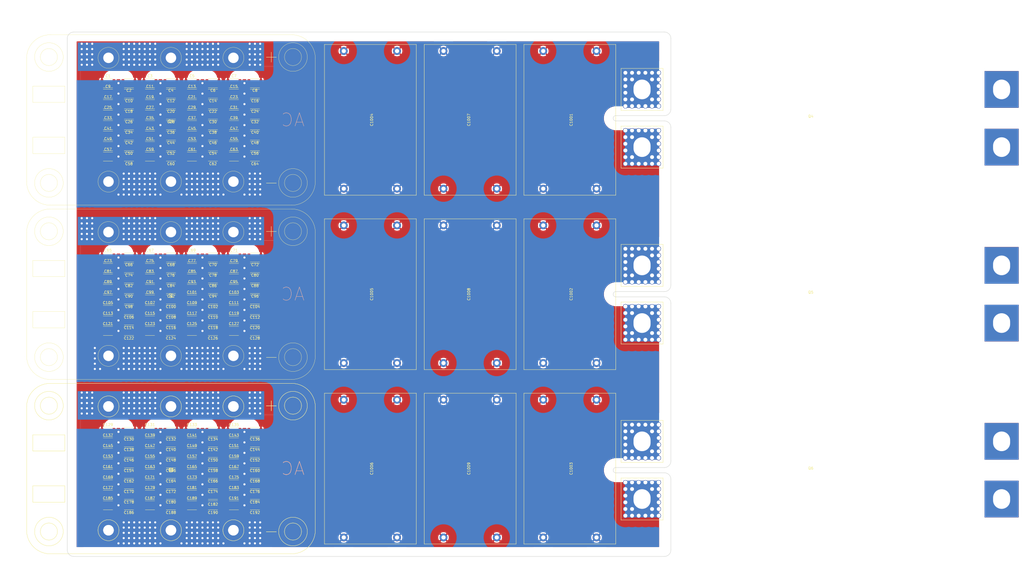
<source format=kicad_pcb>
(kicad_pcb (version 20171130) (host pcbnew "(2018-01-25 revision 89a5a84af)-makepkg")
  (title_block (date 2018-01-09))
  (layers (0 F.Cu signal) (31 B.Cu signal) (34 B.Paste user hide) (35 F.Paste user hide) (36 B.SilkS user hide) (37 F.SilkS user) (38 B.Mask user hide) (39 F.Mask user hide) (44 Edge.Cuts user))
  (net 0 "")
  (net 1 /DC+)
  (net 2 /DC-)
  (net 3 "Net-(Q4-Pad2)")
  (net 4 "Net-(Q5-Pad2)")
  (net 5 "Net-(Q6-Pad2)")
  (module cree:CREE_CAS_PowerPins_DConly (layer F.Cu) (at 100 150)
    (fp_text reference Q2 (at 0 0.5 270) (layer F.SilkS))
    (fp_text value CAS325)
    (fp_text user - (at 38.25 23.675) (layer F.SilkS) (effects (font (size 5 5))))
    (fp_text user AC (at 46.45 -0.025) (layer B.SilkS) (effects (font (size 5 5)) (justify mirror)))
    (fp_text user + (at 38.25 -24.35) (layer F.SilkS) (effects (font (size 5 5))))
    (pad 1 thru_hole circle (at 0 -23.7) (size 8 8) (drill 4) (layers *.Cu *.Mask) (net 1 /DC+))
    (pad 1 thru_hole circle (at -23.8 -23.7) (size 8 8) (drill 4) (layers *.Cu *.Mask) (net 1 /DC+))
    (pad 1 thru_hole circle (at 23.8 -23.7) (size 8 8) (drill 4) (layers *.Cu *.Mask) (net 1 /DC+))
    (pad 3 thru_hole circle (at -23.8 23.5) (size 8 8) (drill 4) (layers *.Cu *.Mask) (net 2 /DC-))
    (pad 3 thru_hole circle (at 0 23.5) (size 8 8) (drill 4) (layers *.Cu *.Mask) (net 2 /DC-))
    (pad 3 thru_hole circle (at 23.8 23.5) (size 8 8) (drill 4) (layers *.Cu *.Mask) (net 2 /DC-))
    (pad 1 smd rect (at 0 -24.1) (size 71 10.8) (layers B.Cu B.Mask) (net 1 /DC+))
    (pad 3 smd rect (at 0 23.9) (size 71 10.8) (layers B.Cu B.Mask) (net 2 /DC-))
  )
  (module B32778G (layer F.Cu) (at 176 83.5 90)
    (fp_text reference C1004 (at 0 0.5 90) (layer F.SilkS))
    (fp_text value 40u)
    (pad 1 thru_hole circle (at 26.25 -10.15 90) (size 3 3) (drill 1.6) (layers *.Cu *.Mask) (net 1 /DC+))
    (pad 2 thru_hole circle (at -26.25 -10.15 90) (size 3 3) (drill 1.6) (layers *.Cu *.Mask) (net 2 /DC-))
    (pad 2 thru_hole circle (at -26.25 10.15 90) (size 3 3) (drill 1.6) (layers *.Cu *.Mask) (net 2 /DC-))
    (pad 1 thru_hole circle (at 26.25 10.15 90) (size 3 3) (drill 1.6) (layers *.Cu *.Mask) (net 1 /DC+))
  )
  (module infineon:FF600 (layer F.Cu) (at 348 150)
    (fp_text reference Q5 (at -4.2 -0.75) (layer F.SilkS))
    (fp_text value CAS325)
    (pad 3 thru_hole rect (at -68.5 -11) (size 13 14) (drill oval 6.5 7.5) (layers *.Cu *.Mask) (net 2 /DC-))
    (pad 1 thru_hole rect (at -68.5 11) (size 13 14) (drill oval 6.5 7.5) (layers *.Cu *.Mask) (net 1 /DC+))
    (pad 2 thru_hole rect (at 68.5 -11) (size 13 14) (drill oval 6.5 7.5) (layers *.Cu *.Mask) (net 4 "Net-(Q5-Pad2)"))
    (pad 2 thru_hole rect (at 68.5 11) (size 13 14) (drill oval 6.5 7.5) (layers *.Cu *.Mask) (net 4 "Net-(Q5-Pad2)"))
  )
  (module infineon:FF600 (layer F.Cu) (at 348 82.9)
    (fp_text reference Q4 (at -4.2 -0.75) (layer F.SilkS))
    (fp_text value CAS325)
    (pad 3 thru_hole rect (at -68.5 -11) (size 13 14) (drill oval 6.5 7.5) (layers *.Cu *.Mask) (net 2 /DC-))
    (pad 1 thru_hole rect (at -68.5 11) (size 13 14) (drill oval 6.5 7.5) (layers *.Cu *.Mask) (net 1 /DC+))
    (pad 2 thru_hole rect (at 68.5 -11) (size 13 14) (drill oval 6.5 7.5) (layers *.Cu *.Mask) (net 3 "Net-(Q4-Pad2)"))
    (pad 2 thru_hole rect (at 68.5 11) (size 13 14) (drill oval 6.5 7.5) (layers *.Cu *.Mask) (net 3 "Net-(Q4-Pad2)"))
  )
  (module cree:CREE_CAS_PowerPins_DConly (layer F.Cu) (at 100 216.5)
    (fp_text reference Q2 (at 0 0.5 270) (layer F.SilkS))
    (fp_text value CAS325)
    (fp_text user - (at 38.25 23.675) (layer F.SilkS) (effects (font (size 5 5))))
    (fp_text user AC (at 46.45 -0.025) (layer B.SilkS) (effects (font (size 5 5)) (justify mirror)))
    (fp_text user + (at 38.25 -24.35) (layer F.SilkS) (effects (font (size 5 5))))
    (pad 1 thru_hole circle (at 0 -23.7) (size 8 8) (drill 4) (layers *.Cu *.Mask) (net 1 /DC+))
    (pad 1 thru_hole circle (at -23.8 -23.7) (size 8 8) (drill 4) (layers *.Cu *.Mask) (net 1 /DC+))
    (pad 1 thru_hole circle (at 23.8 -23.7) (size 8 8) (drill 4) (layers *.Cu *.Mask) (net 1 /DC+))
    (pad 3 thru_hole circle (at -23.8 23.5) (size 8 8) (drill 4) (layers *.Cu *.Mask) (net 2 /DC-))
    (pad 3 thru_hole circle (at 0 23.5) (size 8 8) (drill 4) (layers *.Cu *.Mask) (net 2 /DC-))
    (pad 3 thru_hole circle (at 23.8 23.5) (size 8 8) (drill 4) (layers *.Cu *.Mask) (net 2 /DC-))
    (pad 1 smd rect (at 0 -24.1) (size 71 10.8) (layers B.Cu B.Mask) (net 1 /DC+))
    (pad 3 smd rect (at 0 23.9) (size 71 10.8) (layers B.Cu B.Mask) (net 2 /DC-))
  )
  (module cree:CREE_CAS_PowerPins_DConly (layer F.Cu) (at 100 216.5)
    (fp_text reference Q3 (at 0 0.5) (layer F.SilkS))
    (fp_text value CAS325)
    (fp_text user - (at 38.25 23.675) (layer F.SilkS) (effects (font (size 5 5))))
    (fp_text user AC (at 46.45 -0.025) (layer B.SilkS) (effects (font (size 5 5)) (justify mirror)))
    (fp_text user + (at 38.25 -24.35) (layer F.SilkS) (effects (font (size 5 5))))
    (pad 1 thru_hole circle (at 0 -23.7) (size 8 8) (drill 4) (layers *.Cu *.Mask) (net 1 /DC+))
    (pad 1 thru_hole circle (at -23.8 -23.7) (size 8 8) (drill 4) (layers *.Cu *.Mask) (net 1 /DC+))
    (pad 1 thru_hole circle (at 23.8 -23.7) (size 8 8) (drill 4) (layers *.Cu *.Mask) (net 1 /DC+))
    (pad 3 thru_hole circle (at -23.8 23.5) (size 8 8) (drill 4) (layers *.Cu *.Mask) (net 2 /DC-))
    (pad 3 thru_hole circle (at 0 23.5) (size 8 8) (drill 4) (layers *.Cu *.Mask) (net 2 /DC-))
    (pad 3 thru_hole circle (at 23.8 23.5) (size 8 8) (drill 4) (layers *.Cu *.Mask) (net 2 /DC-))
    (pad 1 smd rect (at 0 -24.1) (size 71 10.8) (layers B.Cu B.Mask) (net 1 /DC+))
    (pad 3 smd rect (at 0 23.9) (size 71 10.8) (layers B.Cu B.Mask) (net 2 /DC-))
  )
  (module cree:CREE_CAS_PowerPins_DConly (layer F.Cu) (at 100 83.55)
    (fp_text reference Q1 (at 0 0.5) (layer F.SilkS))
    (fp_text value CAS325)
    (fp_text user - (at 38.25 23.675) (layer F.SilkS) (effects (font (size 5 5))))
    (fp_text user AC (at 46.45 -0.025) (layer B.SilkS) (effects (font (size 5 5)) (justify mirror)))
    (fp_text user + (at 38.25 -24.35) (layer F.SilkS) (effects (font (size 5 5))))
    (pad 1 thru_hole circle (at 0 -23.7) (size 8 8) (drill 4) (layers *.Cu *.Mask) (net 1 /DC+))
    (pad 1 thru_hole circle (at -23.8 -23.7) (size 8 8) (drill 4) (layers *.Cu *.Mask) (net 1 /DC+))
    (pad 1 thru_hole circle (at 23.8 -23.7) (size 8 8) (drill 4) (layers *.Cu *.Mask) (net 1 /DC+))
    (pad 3 thru_hole circle (at -23.8 23.5) (size 8 8) (drill 4) (layers *.Cu *.Mask) (net 2 /DC-))
    (pad 3 thru_hole circle (at 0 23.5) (size 8 8) (drill 4) (layers *.Cu *.Mask) (net 2 /DC-))
    (pad 3 thru_hole circle (at 23.8 23.5) (size 8 8) (drill 4) (layers *.Cu *.Mask) (net 2 /DC-))
    (pad 1 smd rect (at 0 -24.1) (size 71 10.8) (layers B.Cu B.Mask) (net 1 /DC+))
    (pad 3 smd rect (at 0 23.9) (size 71 10.8) (layers B.Cu B.Mask) (net 2 /DC-))
  )
  (module Capacitors_SMD:C_1812 (layer F.Cu) (at 76 89.5)
    (fp_text reference C41 (at 0 -2.75) (layer F.SilkS))
    (fp_text value C)
    (pad 1 smd rect (at -2.3 0) (size 1 3) (layers F.Cu F.Paste F.Mask) (net 1 /DC+))
    (pad 2 smd rect (at 2.3 0) (size 1 3) (layers F.Cu F.Paste F.Mask) (net 2 /DC-))
  )
  (module Capacitors_SMD:C_1812 (layer F.Cu) (at 116 89.5 180)
    (fp_text reference C46 (at 0 -2.75 180) (layer F.SilkS))
    (fp_text value C)
    (pad 1 smd rect (at -2.3 0 180) (size 1 3) (layers F.Cu F.Paste F.Mask) (net 1 /DC+))
    (pad 2 smd rect (at 2.3 0 180) (size 1 3) (layers F.Cu F.Paste F.Mask) (net 2 /DC-))
  )
  (module Capacitors_SMD:C_1812 (layer F.Cu) (at 76 69.5)
    (fp_text reference C1 (at 0 -2.75) (layer F.SilkS))
    (fp_text value C)
    (pad 1 smd rect (at -2.3 0) (size 1 3) (layers F.Cu F.Paste F.Mask) (net 1 /DC+))
    (pad 2 smd rect (at 2.3 0) (size 1 3) (layers F.Cu F.Paste F.Mask) (net 2 /DC-))
  )
  (module Capacitors_SMD:C_1812 (layer F.Cu) (at 84 69.5 180)
    (fp_text reference C2 (at 0 -2.75 180) (layer F.SilkS))
    (fp_text value C)
    (pad 1 smd rect (at -2.3 0 180) (size 1 3) (layers F.Cu F.Paste F.Mask) (net 1 /DC+))
    (pad 2 smd rect (at 2.3 0 180) (size 1 3) (layers F.Cu F.Paste F.Mask) (net 2 /DC-))
  )
  (module Capacitors_SMD:C_1812 (layer F.Cu) (at 92 69.5)
    (fp_text reference C3 (at 0 -2.75) (layer F.SilkS))
    (fp_text value C)
    (pad 1 smd rect (at -2.3 0) (size 1 3) (layers F.Cu F.Paste F.Mask) (net 1 /DC+))
    (pad 2 smd rect (at 2.3 0) (size 1 3) (layers F.Cu F.Paste F.Mask) (net 2 /DC-))
  )
  (module Capacitors_SMD:C_1812 (layer F.Cu) (at 100 69.5 180)
    (fp_text reference C4 (at 0 -2.75 180) (layer F.SilkS))
    (fp_text value C)
    (pad 1 smd rect (at -2.3 0 180) (size 1 3) (layers F.Cu F.Paste F.Mask) (net 1 /DC+))
    (pad 2 smd rect (at 2.3 0 180) (size 1 3) (layers F.Cu F.Paste F.Mask) (net 2 /DC-))
  )
  (module Capacitors_SMD:C_1812 (layer F.Cu) (at 108 69.5)
    (fp_text reference C5 (at 0 -2.75) (layer F.SilkS))
    (fp_text value C)
    (pad 1 smd rect (at -2.3 0) (size 1 3) (layers F.Cu F.Paste F.Mask) (net 1 /DC+))
    (pad 2 smd rect (at 2.3 0) (size 1 3) (layers F.Cu F.Paste F.Mask) (net 2 /DC-))
  )
  (module Capacitors_SMD:C_1812 (layer F.Cu) (at 116 69.5 180)
    (fp_text reference C6 (at 0 -2.75 180) (layer F.SilkS))
    (fp_text value C)
    (pad 1 smd rect (at -2.3 0 180) (size 1 3) (layers F.Cu F.Paste F.Mask) (net 1 /DC+))
    (pad 2 smd rect (at 2.3 0 180) (size 1 3) (layers F.Cu F.Paste F.Mask) (net 2 /DC-))
  )
  (module Capacitors_SMD:C_1812 (layer F.Cu) (at 124 69.5)
    (fp_text reference C7 (at 0 -2.75) (layer F.SilkS))
    (fp_text value C)
    (pad 1 smd rect (at -2.3 0) (size 1 3) (layers F.Cu F.Paste F.Mask) (net 1 /DC+))
    (pad 2 smd rect (at 2.3 0) (size 1 3) (layers F.Cu F.Paste F.Mask) (net 2 /DC-))
  )
  (module Capacitors_SMD:C_1812 (layer F.Cu) (at 132 69.5 180)
    (fp_text reference C8 (at 0 -2.75 180) (layer F.SilkS))
    (fp_text value C)
    (pad 1 smd rect (at -2.3 0 180) (size 1 3) (layers F.Cu F.Paste F.Mask) (net 1 /DC+))
    (pad 2 smd rect (at 2.3 0 180) (size 1 3) (layers F.Cu F.Paste F.Mask) (net 2 /DC-))
  )
  (module Capacitors_SMD:C_1812 (layer F.Cu) (at 84 73.5 180)
    (fp_text reference C10 (at 0 -2.75 180) (layer F.SilkS))
    (fp_text value C)
    (pad 1 smd rect (at -2.3 0 180) (size 1 3) (layers F.Cu F.Paste F.Mask) (net 1 /DC+))
    (pad 2 smd rect (at 2.3 0 180) (size 1 3) (layers F.Cu F.Paste F.Mask) (net 2 /DC-))
  )
  (module Capacitors_SMD:C_1812 (layer F.Cu) (at 92 73.5)
    (fp_text reference C11 (at 0 -2.75) (layer F.SilkS))
    (fp_text value C)
    (pad 1 smd rect (at -2.3 0) (size 1 3) (layers F.Cu F.Paste F.Mask) (net 1 /DC+))
    (pad 2 smd rect (at 2.3 0) (size 1 3) (layers F.Cu F.Paste F.Mask) (net 2 /DC-))
  )
  (module Capacitors_SMD:C_1812 (layer F.Cu) (at 100 73.5 180)
    (fp_text reference C12 (at 0 -2.75 180) (layer F.SilkS))
    (fp_text value C)
    (pad 1 smd rect (at -2.3 0 180) (size 1 3) (layers F.Cu F.Paste F.Mask) (net 1 /DC+))
    (pad 2 smd rect (at 2.3 0 180) (size 1 3) (layers F.Cu F.Paste F.Mask) (net 2 /DC-))
  )
  (module Capacitors_SMD:C_1812 (layer F.Cu) (at 108 73.5)
    (fp_text reference C13 (at 0 -2.75) (layer F.SilkS))
    (fp_text value C)
    (pad 1 smd rect (at -2.3 0) (size 1 3) (layers F.Cu F.Paste F.Mask) (net 1 /DC+))
    (pad 2 smd rect (at 2.3 0) (size 1 3) (layers F.Cu F.Paste F.Mask) (net 2 /DC-))
  )
  (module Capacitors_SMD:C_1812 (layer F.Cu) (at 116 73.5 180)
    (fp_text reference C14 (at 0 -2.75 180) (layer F.SilkS))
    (fp_text value C)
    (pad 1 smd rect (at -2.3 0 180) (size 1 3) (layers F.Cu F.Paste F.Mask) (net 1 /DC+))
    (pad 2 smd rect (at 2.3 0 180) (size 1 3) (layers F.Cu F.Paste F.Mask) (net 2 /DC-))
  )
  (module Capacitors_SMD:C_1812 (layer F.Cu) (at 124 73.5)
    (fp_text reference C15 (at 0 -2.75) (layer F.SilkS))
    (fp_text value C)
    (pad 1 smd rect (at -2.3 0) (size 1 3) (layers F.Cu F.Paste F.Mask) (net 1 /DC+))
    (pad 2 smd rect (at 2.3 0) (size 1 3) (layers F.Cu F.Paste F.Mask) (net 2 /DC-))
  )
  (module Capacitors_SMD:C_1812 (layer F.Cu) (at 132 73.5 180)
    (fp_text reference C16 (at 0 -2.75 180) (layer F.SilkS))
    (fp_text value C)
    (pad 1 smd rect (at -2.3 0 180) (size 1 3) (layers F.Cu F.Paste F.Mask) (net 1 /DC+))
    (pad 2 smd rect (at 2.3 0 180) (size 1 3) (layers F.Cu F.Paste F.Mask) (net 2 /DC-))
  )
  (module Capacitors_SMD:C_1812 (layer F.Cu) (at 76 77.5)
    (fp_text reference C17 (at 0 -2.75) (layer F.SilkS))
    (fp_text value C)
    (pad 1 smd rect (at -2.3 0) (size 1 3) (layers F.Cu F.Paste F.Mask) (net 1 /DC+))
    (pad 2 smd rect (at 2.3 0) (size 1 3) (layers F.Cu F.Paste F.Mask) (net 2 /DC-))
  )
  (module Capacitors_SMD:C_1812 (layer F.Cu) (at 84 77.5 180)
    (fp_text reference C18 (at 0 -2.75 180) (layer F.SilkS))
    (fp_text value C)
    (pad 1 smd rect (at -2.3 0 180) (size 1 3) (layers F.Cu F.Paste F.Mask) (net 1 /DC+))
    (pad 2 smd rect (at 2.3 0 180) (size 1 3) (layers F.Cu F.Paste F.Mask) (net 2 /DC-))
  )
  (module Capacitors_SMD:C_1812 (layer F.Cu) (at 92 77.5)
    (fp_text reference C19 (at 0 -2.75) (layer F.SilkS))
    (fp_text value C)
    (pad 1 smd rect (at -2.3 0) (size 1 3) (layers F.Cu F.Paste F.Mask) (net 1 /DC+))
    (pad 2 smd rect (at 2.3 0) (size 1 3) (layers F.Cu F.Paste F.Mask) (net 2 /DC-))
  )
  (module Capacitors_SMD:C_1812 (layer F.Cu) (at 100 77.5 180)
    (fp_text reference C20 (at 0 -2.75 180) (layer F.SilkS))
    (fp_text value C)
    (pad 1 smd rect (at -2.3 0 180) (size 1 3) (layers F.Cu F.Paste F.Mask) (net 1 /DC+))
    (pad 2 smd rect (at 2.3 0 180) (size 1 3) (layers F.Cu F.Paste F.Mask) (net 2 /DC-))
  )
  (module Capacitors_SMD:C_1812 (layer F.Cu) (at 108 77.5)
    (fp_text reference C21 (at 0 -2.75) (layer F.SilkS))
    (fp_text value C)
    (pad 1 smd rect (at -2.3 0) (size 1 3) (layers F.Cu F.Paste F.Mask) (net 1 /DC+))
    (pad 2 smd rect (at 2.3 0) (size 1 3) (layers F.Cu F.Paste F.Mask) (net 2 /DC-))
  )
  (module Capacitors_SMD:C_1812 (layer F.Cu) (at 116 77.5 180)
    (fp_text reference C22 (at 0 -2.75 180) (layer F.SilkS))
    (fp_text value C)
    (pad 1 smd rect (at -2.3 0 180) (size 1 3) (layers F.Cu F.Paste F.Mask) (net 1 /DC+))
    (pad 2 smd rect (at 2.3 0 180) (size 1 3) (layers F.Cu F.Paste F.Mask) (net 2 /DC-))
  )
  (module Capacitors_SMD:C_1812 (layer F.Cu) (at 124 77.5)
    (fp_text reference C23 (at 0 -2.75) (layer F.SilkS))
    (fp_text value C)
    (pad 1 smd rect (at -2.3 0) (size 1 3) (layers F.Cu F.Paste F.Mask) (net 1 /DC+))
    (pad 2 smd rect (at 2.3 0) (size 1 3) (layers F.Cu F.Paste F.Mask) (net 2 /DC-))
  )
  (module Capacitors_SMD:C_1812 (layer F.Cu) (at 132 77.5 180)
    (fp_text reference C24 (at 0 -2.75) (layer F.SilkS))
    (fp_text value C)
    (pad 1 smd rect (at -2.3 0 180) (size 1 3) (layers F.Cu F.Paste F.Mask) (net 1 /DC+))
    (pad 2 smd rect (at 2.3 0 180) (size 1 3) (layers F.Cu F.Paste F.Mask) (net 2 /DC-))
  )
  (module Capacitors_SMD:C_1812 (layer F.Cu) (at 76 81.5)
    (fp_text reference C25 (at 0 -2.75) (layer F.SilkS))
    (fp_text value C)
    (pad 1 smd rect (at -2.3 0) (size 1 3) (layers F.Cu F.Paste F.Mask) (net 1 /DC+))
    (pad 2 smd rect (at 2.3 0) (size 1 3) (layers F.Cu F.Paste F.Mask) (net 2 /DC-))
  )
  (module Capacitors_SMD:C_1812 (layer F.Cu) (at 84 81.5 180)
    (fp_text reference C26 (at 0 -2.75 180) (layer F.SilkS))
    (fp_text value C)
    (pad 1 smd rect (at -2.3 0 180) (size 1 3) (layers F.Cu F.Paste F.Mask) (net 1 /DC+))
    (pad 2 smd rect (at 2.3 0 180) (size 1 3) (layers F.Cu F.Paste F.Mask) (net 2 /DC-))
  )
  (module Capacitors_SMD:C_1812 (layer F.Cu) (at 92 81.5)
    (fp_text reference C27 (at 0 -2.75) (layer F.SilkS))
    (fp_text value C)
    (pad 1 smd rect (at -2.3 0) (size 1 3) (layers F.Cu F.Paste F.Mask) (net 1 /DC+))
    (pad 2 smd rect (at 2.3 0) (size 1 3) (layers F.Cu F.Paste F.Mask) (net 2 /DC-))
  )
  (module Capacitors_SMD:C_1812 (layer F.Cu) (at 100 81.5 180)
    (fp_text reference C28 (at 0 -2.75 180) (layer F.SilkS))
    (fp_text value C)
    (pad 1 smd rect (at -2.3 0 180) (size 1 3) (layers F.Cu F.Paste F.Mask) (net 1 /DC+))
    (pad 2 smd rect (at 2.3 0 180) (size 1 3) (layers F.Cu F.Paste F.Mask) (net 2 /DC-))
  )
  (module Capacitors_SMD:C_1812 (layer F.Cu) (at 108 81.5)
    (fp_text reference C29 (at 0 -2.75) (layer F.SilkS))
    (fp_text value C)
    (pad 1 smd rect (at -2.3 0) (size 1 3) (layers F.Cu F.Paste F.Mask) (net 1 /DC+))
    (pad 2 smd rect (at 2.3 0) (size 1 3) (layers F.Cu F.Paste F.Mask) (net 2 /DC-))
  )
  (module Capacitors_SMD:C_1812 (layer F.Cu) (at 116 81.5 180)
    (fp_text reference C30 (at 0 -2.75 180) (layer F.SilkS))
    (fp_text value C)
    (pad 1 smd rect (at -2.3 0 180) (size 1 3) (layers F.Cu F.Paste F.Mask) (net 1 /DC+))
    (pad 2 smd rect (at 2.3 0 180) (size 1 3) (layers F.Cu F.Paste F.Mask) (net 2 /DC-))
  )
  (module Capacitors_SMD:C_1812 (layer F.Cu) (at 124 81.5)
    (fp_text reference C31 (at 0 -2.75) (layer F.SilkS))
    (fp_text value C)
    (pad 1 smd rect (at -2.3 0) (size 1 3) (layers F.Cu F.Paste F.Mask) (net 1 /DC+))
    (pad 2 smd rect (at 2.3 0) (size 1 3) (layers F.Cu F.Paste F.Mask) (net 2 /DC-))
  )
  (module Capacitors_SMD:C_1812 (layer F.Cu) (at 132 81.5 180)
    (fp_text reference C32 (at 0 -2.75 180) (layer F.SilkS))
    (fp_text value C)
    (pad 1 smd rect (at -2.3 0 180) (size 1 3) (layers F.Cu F.Paste F.Mask) (net 1 /DC+))
    (pad 2 smd rect (at 2.3 0 180) (size 1 3) (layers F.Cu F.Paste F.Mask) (net 2 /DC-))
  )
  (module Capacitors_SMD:C_1812 (layer F.Cu) (at 76 85.5)
    (fp_text reference C33 (at 0 -2.75) (layer F.SilkS))
    (fp_text value C)
    (pad 1 smd rect (at -2.3 0) (size 1 3) (layers F.Cu F.Paste F.Mask) (net 1 /DC+))
    (pad 2 smd rect (at 2.3 0) (size 1 3) (layers F.Cu F.Paste F.Mask) (net 2 /DC-))
  )
  (module Capacitors_SMD:C_1812 (layer F.Cu) (at 84 85.5 180)
    (fp_text reference C34 (at 0 -2.75 180) (layer F.SilkS))
    (fp_text value C)
    (pad 1 smd rect (at -2.3 0 180) (size 1 3) (layers F.Cu F.Paste F.Mask) (net 1 /DC+))
    (pad 2 smd rect (at 2.3 0 180) (size 1 3) (layers F.Cu F.Paste F.Mask) (net 2 /DC-))
  )
  (module Capacitors_SMD:C_1812 (layer F.Cu) (at 92 85.5)
    (fp_text reference C35 (at 0 -2.75) (layer F.SilkS))
    (fp_text value C)
    (pad 1 smd rect (at -2.3 0) (size 1 3) (layers F.Cu F.Paste F.Mask) (net 1 /DC+))
    (pad 2 smd rect (at 2.3 0) (size 1 3) (layers F.Cu F.Paste F.Mask) (net 2 /DC-))
  )
  (module Capacitors_SMD:C_1812 (layer F.Cu) (at 100 85.5 180)
    (fp_text reference C36 (at 0 -2.75 180) (layer F.SilkS))
    (fp_text value C)
    (pad 1 smd rect (at -2.3 0 180) (size 1 3) (layers F.Cu F.Paste F.Mask) (net 1 /DC+))
    (pad 2 smd rect (at 2.3 0 180) (size 1 3) (layers F.Cu F.Paste F.Mask) (net 2 /DC-))
  )
  (module Capacitors_SMD:C_1812 (layer F.Cu) (at 108 85.5)
    (fp_text reference C37 (at 0 -2.75) (layer F.SilkS))
    (fp_text value C)
    (pad 1 smd rect (at -2.3 0) (size 1 3) (layers F.Cu F.Paste F.Mask) (net 1 /DC+))
    (pad 2 smd rect (at 2.3 0) (size 1 3) (layers F.Cu F.Paste F.Mask) (net 2 /DC-))
  )
  (module Capacitors_SMD:C_1812 (layer F.Cu) (at 116 85.5 180)
    (fp_text reference C38 (at 0 -2.75 180) (layer F.SilkS))
    (fp_text value C)
    (pad 1 smd rect (at -2.3 0 180) (size 1 3) (layers F.Cu F.Paste F.Mask) (net 1 /DC+))
    (pad 2 smd rect (at 2.3 0 180) (size 1 3) (layers F.Cu F.Paste F.Mask) (net 2 /DC-))
  )
  (module Capacitors_SMD:C_1812 (layer F.Cu) (at 124 85.5)
    (fp_text reference C39 (at 0 -2.75) (layer F.SilkS))
    (fp_text value C)
    (pad 1 smd rect (at -2.3 0) (size 1 3) (layers F.Cu F.Paste F.Mask) (net 1 /DC+))
    (pad 2 smd rect (at 2.3 0) (size 1 3) (layers F.Cu F.Paste F.Mask) (net 2 /DC-))
  )
  (module Capacitors_SMD:C_1812 (layer F.Cu) (at 84 89.5 180)
    (fp_text reference C42 (at 0 -2.75 180) (layer F.SilkS))
    (fp_text value C)
    (pad 1 smd rect (at -2.3 0 180) (size 1 3) (layers F.Cu F.Paste F.Mask) (net 1 /DC+))
    (pad 2 smd rect (at 2.3 0 180) (size 1 3) (layers F.Cu F.Paste F.Mask) (net 2 /DC-))
  )
  (module Capacitors_SMD:C_1812 (layer F.Cu) (at 108 89.5)
    (fp_text reference C45 (at 0 -2.75) (layer F.SilkS))
    (fp_text value C)
    (pad 1 smd rect (at -2.3 0) (size 1 3) (layers F.Cu F.Paste F.Mask) (net 1 /DC+))
    (pad 2 smd rect (at 2.3 0) (size 1 3) (layers F.Cu F.Paste F.Mask) (net 2 /DC-))
  )
  (module Capacitors_SMD:C_1812 (layer F.Cu) (at 132 89.5 180)
    (fp_text reference C48 (at 0 -2.75 180) (layer F.SilkS))
    (fp_text value C)
    (pad 1 smd rect (at -2.3 0 180) (size 1 3) (layers F.Cu F.Paste F.Mask) (net 1 /DC+))
    (pad 2 smd rect (at 2.3 0 180) (size 1 3) (layers F.Cu F.Paste F.Mask) (net 2 /DC-))
  )
  (module Capacitors_SMD:C_1812 (layer F.Cu) (at 76 93.5)
    (fp_text reference C49 (at 0 -2.75) (layer F.SilkS))
    (fp_text value C)
    (pad 1 smd rect (at -2.3 0) (size 1 3) (layers F.Cu F.Paste F.Mask) (net 1 /DC+))
    (pad 2 smd rect (at 2.3 0) (size 1 3) (layers F.Cu F.Paste F.Mask) (net 2 /DC-))
  )
  (module Capacitors_SMD:C_1812 (layer F.Cu) (at 84 93.5 180)
    (fp_text reference C50 (at 0 -2.75 180) (layer F.SilkS))
    (fp_text value C)
    (pad 1 smd rect (at -2.3 0 180) (size 1 3) (layers F.Cu F.Paste F.Mask) (net 1 /DC+))
    (pad 2 smd rect (at 2.3 0 180) (size 1 3) (layers F.Cu F.Paste F.Mask) (net 2 /DC-))
  )
  (module Capacitors_SMD:C_1812 (layer F.Cu) (at 92 93.5)
    (fp_text reference C51 (at 0 -2.75) (layer F.SilkS))
    (fp_text value C)
    (pad 1 smd rect (at -2.3 0) (size 1 3) (layers F.Cu F.Paste F.Mask) (net 1 /DC+))
    (pad 2 smd rect (at 2.3 0) (size 1 3) (layers F.Cu F.Paste F.Mask) (net 2 /DC-))
  )
  (module Capacitors_SMD:C_1812 (layer F.Cu) (at 100 93.5 180)
    (fp_text reference C52 (at 0 -2.75 180) (layer F.SilkS))
    (fp_text value C)
    (pad 1 smd rect (at -2.3 0 180) (size 1 3) (layers F.Cu F.Paste F.Mask) (net 1 /DC+))
    (pad 2 smd rect (at 2.3 0 180) (size 1 3) (layers F.Cu F.Paste F.Mask) (net 2 /DC-))
  )
  (module Capacitors_SMD:C_1812 (layer F.Cu) (at 108 93.5)
    (fp_text reference C53 (at 0 -2.75) (layer F.SilkS))
    (fp_text value C)
    (pad 1 smd rect (at -2.3 0) (size 1 3) (layers F.Cu F.Paste F.Mask) (net 1 /DC+))
    (pad 2 smd rect (at 2.3 0) (size 1 3) (layers F.Cu F.Paste F.Mask) (net 2 /DC-))
  )
  (module Capacitors_SMD:C_1812 (layer F.Cu) (at 116 93.5 180)
    (fp_text reference C54 (at 0 -2.75 180) (layer F.SilkS))
    (fp_text value C)
    (pad 1 smd rect (at -2.3 0 180) (size 1 3) (layers F.Cu F.Paste F.Mask) (net 1 /DC+))
    (pad 2 smd rect (at 2.3 0 180) (size 1 3) (layers F.Cu F.Paste F.Mask) (net 2 /DC-))
  )
  (module Capacitors_SMD:C_1812 (layer F.Cu) (at 124 93.5)
    (fp_text reference C55 (at 0 -2.75) (layer F.SilkS))
    (fp_text value C)
    (pad 1 smd rect (at -2.3 0) (size 1 3) (layers F.Cu F.Paste F.Mask) (net 1 /DC+))
    (pad 2 smd rect (at 2.3 0) (size 1 3) (layers F.Cu F.Paste F.Mask) (net 2 /DC-))
  )
  (module Capacitors_SMD:C_1812 (layer F.Cu) (at 132 93.5 180)
    (fp_text reference C56 (at 0 -2.75 180) (layer F.SilkS))
    (fp_text value C)
    (pad 1 smd rect (at -2.3 0 180) (size 1 3) (layers F.Cu F.Paste F.Mask) (net 1 /DC+))
    (pad 2 smd rect (at 2.3 0 180) (size 1 3) (layers F.Cu F.Paste F.Mask) (net 2 /DC-))
  )
  (module Capacitors_SMD:C_1812 (layer F.Cu) (at 76 97.5)
    (fp_text reference C57 (at 0 -2.75) (layer F.SilkS))
    (fp_text value C)
    (pad 1 smd rect (at -2.3 0) (size 1 3) (layers F.Cu F.Paste F.Mask) (net 1 /DC+))
    (pad 2 smd rect (at 2.3 0) (size 1 3) (layers F.Cu F.Paste F.Mask) (net 2 /DC-))
  )
  (module Capacitors_SMD:C_1812 (layer F.Cu) (at 84 97.5 180)
    (fp_text reference C58 (at 0 -2.75 180) (layer F.SilkS))
    (fp_text value C)
    (pad 1 smd rect (at -2.3 0 180) (size 1 3) (layers F.Cu F.Paste F.Mask) (net 1 /DC+))
    (pad 2 smd rect (at 2.3 0 180) (size 1 3) (layers F.Cu F.Paste F.Mask) (net 2 /DC-))
  )
  (module Capacitors_SMD:C_1812 (layer F.Cu) (at 92 97.5)
    (fp_text reference C59 (at 0 -2.75) (layer F.SilkS))
    (fp_text value C)
    (pad 1 smd rect (at -2.3 0) (size 1 3) (layers F.Cu F.Paste F.Mask) (net 1 /DC+))
    (pad 2 smd rect (at 2.3 0) (size 1 3) (layers F.Cu F.Paste F.Mask) (net 2 /DC-))
  )
  (module Capacitors_SMD:C_1812 (layer F.Cu) (at 100 97.5 180)
    (fp_text reference C60 (at 0 -2.75 180) (layer F.SilkS))
    (fp_text value C)
    (pad 1 smd rect (at -2.3 0 180) (size 1 3) (layers F.Cu F.Paste F.Mask) (net 1 /DC+))
    (pad 2 smd rect (at 2.3 0 180) (size 1 3) (layers F.Cu F.Paste F.Mask) (net 2 /DC-))
  )
  (module Capacitors_SMD:C_1812 (layer F.Cu) (at 108 97.5)
    (fp_text reference C61 (at 0 -2.75) (layer F.SilkS))
    (fp_text value C)
    (pad 1 smd rect (at -2.3 0) (size 1 3) (layers F.Cu F.Paste F.Mask) (net 1 /DC+))
    (pad 2 smd rect (at 2.3 0) (size 1 3) (layers F.Cu F.Paste F.Mask) (net 2 /DC-))
  )
  (module Capacitors_SMD:C_1812 (layer F.Cu) (at 116 97.5 180)
    (fp_text reference C62 (at 0 -2.75 180) (layer F.SilkS))
    (fp_text value C)
    (pad 1 smd rect (at -2.3 0 180) (size 1 3) (layers F.Cu F.Paste F.Mask) (net 1 /DC+))
    (pad 2 smd rect (at 2.3 0 180) (size 1 3) (layers F.Cu F.Paste F.Mask) (net 2 /DC-))
  )
  (module Capacitors_SMD:C_1812 (layer F.Cu) (at 124 97.5)
    (fp_text reference C63 (at 0 -2.75) (layer F.SilkS))
    (fp_text value C)
    (pad 1 smd rect (at -2.3 0) (size 1 3) (layers F.Cu F.Paste F.Mask) (net 1 /DC+))
    (pad 2 smd rect (at 2.3 0) (size 1 3) (layers F.Cu F.Paste F.Mask) (net 2 /DC-))
  )
  (module Capacitors_SMD:C_1812 (layer F.Cu) (at 132 97.5 180)
    (fp_text reference C64 (at 0 -2.75 180) (layer F.SilkS))
    (fp_text value C)
    (pad 1 smd rect (at -2.3 0 180) (size 1 3) (layers F.Cu F.Paste F.Mask) (net 1 /DC+))
    (pad 2 smd rect (at 2.3 0 180) (size 1 3) (layers F.Cu F.Paste F.Mask) (net 2 /DC-))
  )
  (module Capacitors_SMD:C_1812 (layer F.Cu) (at 76 136)
    (fp_text reference C65 (at 0 -2.75) (layer F.SilkS))
    (fp_text value C)
    (pad 1 smd rect (at -2.3 0) (size 1 3) (layers F.Cu F.Paste F.Mask) (net 1 /DC+))
    (pad 2 smd rect (at 2.3 0) (size 1 3) (layers F.Cu F.Paste F.Mask) (net 2 /DC-))
  )
  (module Capacitors_SMD:C_1812 (layer F.Cu) (at 84 136 180)
    (fp_text reference C66 (at 0 -2.75 180) (layer F.SilkS))
    (fp_text value C)
    (pad 1 smd rect (at -2.3 0 180) (size 1 3) (layers F.Cu F.Paste F.Mask) (net 1 /DC+))
    (pad 2 smd rect (at 2.3 0 180) (size 1 3) (layers F.Cu F.Paste F.Mask) (net 2 /DC-))
  )
  (module Capacitors_SMD:C_1812 (layer F.Cu) (at 92 136)
    (fp_text reference C67 (at 0 -2.75) (layer F.SilkS))
    (fp_text value C)
    (pad 1 smd rect (at -2.3 0) (size 1 3) (layers F.Cu F.Paste F.Mask) (net 1 /DC+))
    (pad 2 smd rect (at 2.3 0) (size 1 3) (layers F.Cu F.Paste F.Mask) (net 2 /DC-))
  )
  (module Capacitors_SMD:C_1812 (layer F.Cu) (at 100 136 180)
    (fp_text reference C68 (at 0 -2.75 180) (layer F.SilkS))
    (fp_text value C)
    (pad 1 smd rect (at -2.3 0 180) (size 1 3) (layers F.Cu F.Paste F.Mask) (net 1 /DC+))
    (pad 2 smd rect (at 2.3 0 180) (size 1 3) (layers F.Cu F.Paste F.Mask) (net 2 /DC-))
  )
  (module Capacitors_SMD:C_1812 (layer F.Cu) (at 76 73.5)
    (fp_text reference C9 (at 0 -2.75) (layer F.SilkS))
    (fp_text value C)
    (pad 1 smd rect (at -2.3 0) (size 1 3) (layers F.Cu F.Paste F.Mask) (net 1 /DC+))
    (pad 2 smd rect (at 2.3 0) (size 1 3) (layers F.Cu F.Paste F.Mask) (net 2 /DC-))
  )
  (module Capacitors_SMD:C_1812 (layer F.Cu) (at 132 85.5 180)
    (fp_text reference C40 (at 0 -2.75 180) (layer F.SilkS))
    (fp_text value C)
    (pad 1 smd rect (at -2.3 0 180) (size 1 3) (layers F.Cu F.Paste F.Mask) (net 1 /DC+))
    (pad 2 smd rect (at 2.3 0 180) (size 1 3) (layers F.Cu F.Paste F.Mask) (net 2 /DC-))
  )
  (module Capacitors_SMD:C_1812 (layer F.Cu) (at 92 89.5)
    (fp_text reference C43 (at 0 -2.75) (layer F.SilkS))
    (fp_text value C)
    (pad 1 smd rect (at -2.3 0) (size 1 3) (layers F.Cu F.Paste F.Mask) (net 1 /DC+))
    (pad 2 smd rect (at 2.3 0) (size 1 3) (layers F.Cu F.Paste F.Mask) (net 2 /DC-))
  )
  (module Capacitors_SMD:C_1812 (layer F.Cu) (at 100 89.5 180)
    (fp_text reference C44 (at 0 -2.75 180) (layer F.SilkS))
    (fp_text value C)
    (pad 1 smd rect (at -2.3 0 180) (size 1 3) (layers F.Cu F.Paste F.Mask) (net 1 /DC+))
    (pad 2 smd rect (at 2.3 0 180) (size 1 3) (layers F.Cu F.Paste F.Mask) (net 2 /DC-))
  )
  (module Capacitors_SMD:C_1812 (layer F.Cu) (at 124 89.5)
    (fp_text reference C47 (at 0 -2.75) (layer F.SilkS))
    (fp_text value C)
    (pad 1 smd rect (at -2.3 0) (size 1 3) (layers F.Cu F.Paste F.Mask) (net 1 /DC+))
    (pad 2 smd rect (at 2.3 0) (size 1 3) (layers F.Cu F.Paste F.Mask) (net 2 /DC-))
  )
  (module Capacitors_SMD:C_1812 (layer F.Cu) (at 108 136)
    (fp_text reference C69 (at 0 -2.75) (layer F.SilkS))
    (fp_text value C)
    (pad 1 smd rect (at -2.3 0) (size 1 3) (layers F.Cu F.Paste F.Mask) (net 1 /DC+))
    (pad 2 smd rect (at 2.3 0) (size 1 3) (layers F.Cu F.Paste F.Mask) (net 2 /DC-))
  )
  (module Capacitors_SMD:C_1812 (layer F.Cu) (at 116 136 180)
    (fp_text reference C70 (at 0 -2.75 180) (layer F.SilkS))
    (fp_text value C)
    (pad 1 smd rect (at -2.3 0 180) (size 1 3) (layers F.Cu F.Paste F.Mask) (net 1 /DC+))
    (pad 2 smd rect (at 2.3 0 180) (size 1 3) (layers F.Cu F.Paste F.Mask) (net 2 /DC-))
  )
  (module Capacitors_SMD:C_1812 (layer F.Cu) (at 124 136)
    (fp_text reference C71 (at 0 -2.75) (layer F.SilkS))
    (fp_text value C)
    (pad 1 smd rect (at -2.3 0) (size 1 3) (layers F.Cu F.Paste F.Mask) (net 1 /DC+))
    (pad 2 smd rect (at 2.3 0) (size 1 3) (layers F.Cu F.Paste F.Mask) (net 2 /DC-))
  )
  (module Capacitors_SMD:C_1812 (layer F.Cu) (at 132 136 180)
    (fp_text reference C72 (at 0 -2.75 180) (layer F.SilkS))
    (fp_text value C)
    (pad 1 smd rect (at -2.3 0 180) (size 1 3) (layers F.Cu F.Paste F.Mask) (net 1 /DC+))
    (pad 2 smd rect (at 2.3 0 180) (size 1 3) (layers F.Cu F.Paste F.Mask) (net 2 /DC-))
  )
  (module infineon:FF600 (layer F.Cu) (at 348 217.1)
    (fp_text reference Q6 (at -4.2 -0.75) (layer F.SilkS))
    (fp_text value CAS325)
    (pad 3 thru_hole rect (at -68.5 -11) (size 13 14) (drill oval 6.5 7.5) (layers *.Cu *.Mask) (net 2 /DC-))
    (pad 1 thru_hole rect (at -68.5 11) (size 13 14) (drill oval 6.5 7.5) (layers *.Cu *.Mask) (net 1 /DC+))
    (pad 2 thru_hole rect (at 68.5 -11) (size 13 14) (drill oval 6.5 7.5) (layers *.Cu *.Mask) (net 5 "Net-(Q6-Pad2)"))
    (pad 2 thru_hole rect (at 68.5 11) (size 13 14) (drill oval 6.5 7.5) (layers *.Cu *.Mask) (net 5 "Net-(Q6-Pad2)"))
  )
  (module Capacitors_SMD:C_1812 (layer F.Cu) (at 76 140)
    (fp_text reference C73 (at 0 -2.75) (layer F.SilkS))
    (fp_text value C)
    (pad 1 smd rect (at -2.3 0) (size 1 3) (layers F.Cu F.Paste F.Mask) (net 1 /DC+))
    (pad 2 smd rect (at 2.3 0) (size 1 3) (layers F.Cu F.Paste F.Mask) (net 2 /DC-))
  )
  (module Capacitors_SMD:C_1812 (layer F.Cu) (at 84 140 180)
    (fp_text reference C74 (at 0 -2.75 180) (layer F.SilkS))
    (fp_text value C)
    (pad 1 smd rect (at -2.3 0 180) (size 1 3) (layers F.Cu F.Paste F.Mask) (net 1 /DC+))
    (pad 2 smd rect (at 2.3 0 180) (size 1 3) (layers F.Cu F.Paste F.Mask) (net 2 /DC-))
  )
  (module Capacitors_SMD:C_1812 (layer F.Cu) (at 92 140)
    (fp_text reference C75 (at 0 -2.75) (layer F.SilkS))
    (fp_text value C)
    (pad 1 smd rect (at -2.3 0) (size 1 3) (layers F.Cu F.Paste F.Mask) (net 1 /DC+))
    (pad 2 smd rect (at 2.3 0) (size 1 3) (layers F.Cu F.Paste F.Mask) (net 2 /DC-))
  )
  (module Capacitors_SMD:C_1812 (layer F.Cu) (at 100 140 180)
    (fp_text reference C76 (at 0 -2.75 180) (layer F.SilkS))
    (fp_text value C)
    (pad 1 smd rect (at -2.3 0 180) (size 1 3) (layers F.Cu F.Paste F.Mask) (net 1 /DC+))
    (pad 2 smd rect (at 2.3 0 180) (size 1 3) (layers F.Cu F.Paste F.Mask) (net 2 /DC-))
  )
  (module Capacitors_SMD:C_1812 (layer F.Cu) (at 108 140)
    (fp_text reference C77 (at 0 -2.75) (layer F.SilkS))
    (fp_text value C)
    (pad 1 smd rect (at -2.3 0) (size 1 3) (layers F.Cu F.Paste F.Mask) (net 1 /DC+))
    (pad 2 smd rect (at 2.3 0) (size 1 3) (layers F.Cu F.Paste F.Mask) (net 2 /DC-))
  )
  (module Capacitors_SMD:C_1812 (layer F.Cu) (at 116 140 180)
    (fp_text reference C78 (at 0 -2.75 180) (layer F.SilkS))
    (fp_text value C)
    (pad 1 smd rect (at -2.3 0 180) (size 1 3) (layers F.Cu F.Paste F.Mask) (net 1 /DC+))
    (pad 2 smd rect (at 2.3 0 180) (size 1 3) (layers F.Cu F.Paste F.Mask) (net 2 /DC-))
  )
  (module Capacitors_SMD:C_1812 (layer F.Cu) (at 124 140)
    (fp_text reference C79 (at 0 -2.75) (layer F.SilkS))
    (fp_text value C)
    (pad 1 smd rect (at -2.3 0) (size 1 3) (layers F.Cu F.Paste F.Mask) (net 1 /DC+))
    (pad 2 smd rect (at 2.3 0) (size 1 3) (layers F.Cu F.Paste F.Mask) (net 2 /DC-))
  )
  (module Capacitors_SMD:C_1812 (layer F.Cu) (at 132 140 180)
    (fp_text reference C80 (at 0 -2.75 180) (layer F.SilkS))
    (fp_text value C)
    (pad 1 smd rect (at -2.3 0 180) (size 1 3) (layers F.Cu F.Paste F.Mask) (net 1 /DC+))
    (pad 2 smd rect (at 2.3 0 180) (size 1 3) (layers F.Cu F.Paste F.Mask) (net 2 /DC-))
  )
  (module Capacitors_SMD:C_1812 (layer F.Cu) (at 76 144)
    (fp_text reference C81 (at 0 -2.75) (layer F.SilkS))
    (fp_text value C)
    (pad 1 smd rect (at -2.3 0) (size 1 3) (layers F.Cu F.Paste F.Mask) (net 1 /DC+))
    (pad 2 smd rect (at 2.3 0) (size 1 3) (layers F.Cu F.Paste F.Mask) (net 2 /DC-))
  )
  (module Capacitors_SMD:C_1812 (layer F.Cu) (at 84 144 180)
    (fp_text reference C82 (at 0 -2.75 180) (layer F.SilkS))
    (fp_text value C)
    (pad 1 smd rect (at -2.3 0 180) (size 1 3) (layers F.Cu F.Paste F.Mask) (net 1 /DC+))
    (pad 2 smd rect (at 2.3 0 180) (size 1 3) (layers F.Cu F.Paste F.Mask) (net 2 /DC-))
  )
  (module Capacitors_SMD:C_1812 (layer F.Cu) (at 92 144)
    (fp_text reference C83 (at 0 -2.75) (layer F.SilkS))
    (fp_text value C)
    (pad 1 smd rect (at -2.3 0) (size 1 3) (layers F.Cu F.Paste F.Mask) (net 1 /DC+))
    (pad 2 smd rect (at 2.3 0) (size 1 3) (layers F.Cu F.Paste F.Mask) (net 2 /DC-))
  )
  (module Capacitors_SMD:C_1812 (layer F.Cu) (at 100 144 180)
    (fp_text reference C84 (at 0 -2.75 180) (layer F.SilkS))
    (fp_text value C)
    (pad 1 smd rect (at -2.3 0 180) (size 1 3) (layers F.Cu F.Paste F.Mask) (net 1 /DC+))
    (pad 2 smd rect (at 2.3 0 180) (size 1 3) (layers F.Cu F.Paste F.Mask) (net 2 /DC-))
  )
  (module Capacitors_SMD:C_1812 (layer F.Cu) (at 108 144)
    (fp_text reference C85 (at 0 -2.75) (layer F.SilkS))
    (fp_text value C)
    (pad 1 smd rect (at -2.3 0) (size 1 3) (layers F.Cu F.Paste F.Mask) (net 1 /DC+))
    (pad 2 smd rect (at 2.3 0) (size 1 3) (layers F.Cu F.Paste F.Mask) (net 2 /DC-))
  )
  (module Capacitors_SMD:C_1812 (layer F.Cu) (at 116 144 180)
    (fp_text reference C86 (at 0 -2.75 180) (layer F.SilkS))
    (fp_text value C)
    (pad 1 smd rect (at -2.3 0 180) (size 1 3) (layers F.Cu F.Paste F.Mask) (net 1 /DC+))
    (pad 2 smd rect (at 2.3 0 180) (size 1 3) (layers F.Cu F.Paste F.Mask) (net 2 /DC-))
  )
  (module Capacitors_SMD:C_1812 (layer F.Cu) (at 124 144)
    (fp_text reference C87 (at 0 -2.75) (layer F.SilkS))
    (fp_text value C)
    (pad 1 smd rect (at -2.3 0) (size 1 3) (layers F.Cu F.Paste F.Mask) (net 1 /DC+))
    (pad 2 smd rect (at 2.3 0) (size 1 3) (layers F.Cu F.Paste F.Mask) (net 2 /DC-))
  )
  (module Capacitors_SMD:C_1812 (layer F.Cu) (at 132 144 180)
    (fp_text reference C88 (at 0 -2.75 180) (layer F.SilkS))
    (fp_text value C)
    (pad 1 smd rect (at -2.3 0 180) (size 1 3) (layers F.Cu F.Paste F.Mask) (net 1 /DC+))
    (pad 2 smd rect (at 2.3 0 180) (size 1 3) (layers F.Cu F.Paste F.Mask) (net 2 /DC-))
  )
  (module Capacitors_SMD:C_1812 (layer F.Cu) (at 76 148)
    (fp_text reference C89 (at 0 -2.75) (layer F.SilkS))
    (fp_text value C)
    (pad 1 smd rect (at -2.3 0) (size 1 3) (layers F.Cu F.Paste F.Mask) (net 1 /DC+))
    (pad 2 smd rect (at 2.3 0) (size 1 3) (layers F.Cu F.Paste F.Mask) (net 2 /DC-))
  )
  (module Capacitors_SMD:C_1812 (layer F.Cu) (at 84 148 180)
    (fp_text reference C90 (at 0 -2.75 180) (layer F.SilkS))
    (fp_text value C)
    (pad 1 smd rect (at -2.3 0 180) (size 1 3) (layers F.Cu F.Paste F.Mask) (net 1 /DC+))
    (pad 2 smd rect (at 2.3 0 180) (size 1 3) (layers F.Cu F.Paste F.Mask) (net 2 /DC-))
  )
  (module Capacitors_SMD:C_1812 (layer F.Cu) (at 92 148)
    (fp_text reference C91 (at 0 -2.75) (layer F.SilkS))
    (fp_text value C)
    (pad 1 smd rect (at -2.3 0) (size 1 3) (layers F.Cu F.Paste F.Mask) (net 1 /DC+))
    (pad 2 smd rect (at 2.3 0) (size 1 3) (layers F.Cu F.Paste F.Mask) (net 2 /DC-))
  )
  (module Capacitors_SMD:C_1812 (layer F.Cu) (at 100 148 180)
    (fp_text reference C92 (at 0 -2.75 180) (layer F.SilkS))
    (fp_text value C)
    (pad 1 smd rect (at -2.3 0 180) (size 1 3) (layers F.Cu F.Paste F.Mask) (net 1 /DC+))
    (pad 2 smd rect (at 2.3 0 180) (size 1 3) (layers F.Cu F.Paste F.Mask) (net 2 /DC-))
  )
  (module Capacitors_SMD:C_1812 (layer F.Cu) (at 108 148)
    (fp_text reference C93 (at 0 -2.75) (layer F.SilkS))
    (fp_text value C)
    (pad 1 smd rect (at -2.3 0) (size 1 3) (layers F.Cu F.Paste F.Mask) (net 1 /DC+))
    (pad 2 smd rect (at 2.3 0) (size 1 3) (layers F.Cu F.Paste F.Mask) (net 2 /DC-))
  )
  (module Capacitors_SMD:C_1812 (layer F.Cu) (at 116 148 180)
    (fp_text reference C94 (at 0 -2.75 180) (layer F.SilkS))
    (fp_text value C)
    (pad 1 smd rect (at -2.3 0 180) (size 1 3) (layers F.Cu F.Paste F.Mask) (net 1 /DC+))
    (pad 2 smd rect (at 2.3 0 180) (size 1 3) (layers F.Cu F.Paste F.Mask) (net 2 /DC-))
  )
  (module Capacitors_SMD:C_1812 (layer F.Cu) (at 124 148)
    (fp_text reference C95 (at 0 -2.75) (layer F.SilkS))
    (fp_text value C)
    (pad 1 smd rect (at -2.3 0) (size 1 3) (layers F.Cu F.Paste F.Mask) (net 1 /DC+))
    (pad 2 smd rect (at 2.3 0) (size 1 3) (layers F.Cu F.Paste F.Mask) (net 2 /DC-))
  )
  (module Capacitors_SMD:C_1812 (layer F.Cu) (at 132 148 180)
    (fp_text reference C96 (at 0 -2.75 180) (layer F.SilkS))
    (fp_text value C)
    (pad 1 smd rect (at -2.3 0 180) (size 1 3) (layers F.Cu F.Paste F.Mask) (net 1 /DC+))
    (pad 2 smd rect (at 2.3 0 180) (size 1 3) (layers F.Cu F.Paste F.Mask) (net 2 /DC-))
  )
  (module Capacitors_SMD:C_1812 (layer F.Cu) (at 76 152)
    (fp_text reference C97 (at 0 -2.75) (layer F.SilkS))
    (fp_text value C)
    (pad 1 smd rect (at -2.3 0) (size 1 3) (layers F.Cu F.Paste F.Mask) (net 1 /DC+))
    (pad 2 smd rect (at 2.3 0) (size 1 3) (layers F.Cu F.Paste F.Mask) (net 2 /DC-))
  )
  (module Capacitors_SMD:C_1812 (layer F.Cu) (at 84 152 180)
    (fp_text reference C98 (at 0 -2.75 180) (layer F.SilkS))
    (fp_text value C)
    (pad 1 smd rect (at -2.3 0 180) (size 1 3) (layers F.Cu F.Paste F.Mask) (net 1 /DC+))
    (pad 2 smd rect (at 2.3 0 180) (size 1 3) (layers F.Cu F.Paste F.Mask) (net 2 /DC-))
  )
  (module Capacitors_SMD:C_1812 (layer F.Cu) (at 92 152)
    (fp_text reference C99 (at 0 -2.75) (layer F.SilkS))
    (fp_text value C)
    (pad 1 smd rect (at -2.3 0) (size 1 3) (layers F.Cu F.Paste F.Mask) (net 1 /DC+))
    (pad 2 smd rect (at 2.3 0) (size 1 3) (layers F.Cu F.Paste F.Mask) (net 2 /DC-))
  )
  (module Capacitors_SMD:C_1812 (layer F.Cu) (at 100 152 180)
    (fp_text reference C100 (at 0 -2.75 180) (layer F.SilkS))
    (fp_text value C)
    (pad 1 smd rect (at -2.3 0 180) (size 1 3) (layers F.Cu F.Paste F.Mask) (net 1 /DC+))
    (pad 2 smd rect (at 2.3 0 180) (size 1 3) (layers F.Cu F.Paste F.Mask) (net 2 /DC-))
  )
  (module Capacitors_SMD:C_1812 (layer F.Cu) (at 108 152)
    (fp_text reference C101 (at 0 -2.75) (layer F.SilkS))
    (fp_text value C)
    (pad 1 smd rect (at -2.3 0) (size 1 3) (layers F.Cu F.Paste F.Mask) (net 1 /DC+))
    (pad 2 smd rect (at 2.3 0) (size 1 3) (layers F.Cu F.Paste F.Mask) (net 2 /DC-))
  )
  (module Capacitors_SMD:C_1812 (layer F.Cu) (at 116 152 180)
    (fp_text reference C102 (at 0 -2.75 180) (layer F.SilkS))
    (fp_text value C)
    (pad 1 smd rect (at -2.3 0 180) (size 1 3) (layers F.Cu F.Paste F.Mask) (net 1 /DC+))
    (pad 2 smd rect (at 2.3 0 180) (size 1 3) (layers F.Cu F.Paste F.Mask) (net 2 /DC-))
  )
  (module Capacitors_SMD:C_1812 (layer F.Cu) (at 124 152)
    (fp_text reference C103 (at 0 -2.75) (layer F.SilkS))
    (fp_text value C)
    (pad 1 smd rect (at -2.3 0) (size 1 3) (layers F.Cu F.Paste F.Mask) (net 1 /DC+))
    (pad 2 smd rect (at 2.3 0) (size 1 3) (layers F.Cu F.Paste F.Mask) (net 2 /DC-))
  )
  (module Capacitors_SMD:C_1812 (layer F.Cu) (at 132 152 180)
    (fp_text reference C104 (at 0 -2.75 180) (layer F.SilkS))
    (fp_text value C)
    (pad 1 smd rect (at -2.3 0 180) (size 1 3) (layers F.Cu F.Paste F.Mask) (net 1 /DC+))
    (pad 2 smd rect (at 2.3 0 180) (size 1 3) (layers F.Cu F.Paste F.Mask) (net 2 /DC-))
  )
  (module Capacitors_SMD:C_1812 (layer F.Cu) (at 76 156)
    (fp_text reference C105 (at 0 -2.75) (layer F.SilkS))
    (fp_text value C)
    (pad 1 smd rect (at -2.3 0) (size 1 3) (layers F.Cu F.Paste F.Mask) (net 1 /DC+))
    (pad 2 smd rect (at 2.3 0) (size 1 3) (layers F.Cu F.Paste F.Mask) (net 2 /DC-))
  )
  (module Capacitors_SMD:C_1812 (layer F.Cu) (at 84 156 180)
    (fp_text reference C106 (at 0 -2.75 180) (layer F.SilkS))
    (fp_text value C)
    (pad 1 smd rect (at -2.3 0 180) (size 1 3) (layers F.Cu F.Paste F.Mask) (net 1 /DC+))
    (pad 2 smd rect (at 2.3 0 180) (size 1 3) (layers F.Cu F.Paste F.Mask) (net 2 /DC-))
  )
  (module Capacitors_SMD:C_1812 (layer F.Cu) (at 92 156)
    (fp_text reference C107 (at 0 -2.75) (layer F.SilkS))
    (fp_text value C)
    (pad 1 smd rect (at -2.3 0) (size 1 3) (layers F.Cu F.Paste F.Mask) (net 1 /DC+))
    (pad 2 smd rect (at 2.3 0) (size 1 3) (layers F.Cu F.Paste F.Mask) (net 2 /DC-))
  )
  (module Capacitors_SMD:C_1812 (layer F.Cu) (at 100 156 180)
    (fp_text reference C108 (at 0 -2.75 180) (layer F.SilkS))
    (fp_text value C)
    (pad 1 smd rect (at -2.3 0 180) (size 1 3) (layers F.Cu F.Paste F.Mask) (net 1 /DC+))
    (pad 2 smd rect (at 2.3 0 180) (size 1 3) (layers F.Cu F.Paste F.Mask) (net 2 /DC-))
  )
  (module Capacitors_SMD:C_1812 (layer F.Cu) (at 108 156)
    (fp_text reference C109 (at 0 -2.75) (layer F.SilkS))
    (fp_text value C)
    (pad 1 smd rect (at -2.3 0) (size 1 3) (layers F.Cu F.Paste F.Mask) (net 1 /DC+))
    (pad 2 smd rect (at 2.3 0) (size 1 3) (layers F.Cu F.Paste F.Mask) (net 2 /DC-))
  )
  (module Capacitors_SMD:C_1812 (layer F.Cu) (at 116 156 180)
    (fp_text reference C110 (at 0 -2.75 180) (layer F.SilkS))
    (fp_text value C)
    (pad 1 smd rect (at -2.3 0 180) (size 1 3) (layers F.Cu F.Paste F.Mask) (net 1 /DC+))
    (pad 2 smd rect (at 2.3 0 180) (size 1 3) (layers F.Cu F.Paste F.Mask) (net 2 /DC-))
  )
  (module Capacitors_SMD:C_1812 (layer F.Cu) (at 124 156)
    (fp_text reference C111 (at 0 -2.75) (layer F.SilkS))
    (fp_text value C)
    (pad 1 smd rect (at -2.3 0) (size 1 3) (layers F.Cu F.Paste F.Mask) (net 1 /DC+))
    (pad 2 smd rect (at 2.3 0) (size 1 3) (layers F.Cu F.Paste F.Mask) (net 2 /DC-))
  )
  (module Capacitors_SMD:C_1812 (layer F.Cu) (at 132 156 180)
    (fp_text reference C112 (at 0 -2.75 180) (layer F.SilkS))
    (fp_text value C)
    (pad 1 smd rect (at -2.3 0 180) (size 1 3) (layers F.Cu F.Paste F.Mask) (net 1 /DC+))
    (pad 2 smd rect (at 2.3 0 180) (size 1 3) (layers F.Cu F.Paste F.Mask) (net 2 /DC-))
  )
  (module Capacitors_SMD:C_1812 (layer F.Cu) (at 76 160)
    (fp_text reference C113 (at 0 -2.75) (layer F.SilkS))
    (fp_text value C)
    (pad 1 smd rect (at -2.3 0) (size 1 3) (layers F.Cu F.Paste F.Mask) (net 1 /DC+))
    (pad 2 smd rect (at 2.3 0) (size 1 3) (layers F.Cu F.Paste F.Mask) (net 2 /DC-))
  )
  (module Capacitors_SMD:C_1812 (layer F.Cu) (at 84 160 180)
    (fp_text reference C114 (at 0 -2.75 180) (layer F.SilkS))
    (fp_text value C)
    (pad 1 smd rect (at -2.3 0 180) (size 1 3) (layers F.Cu F.Paste F.Mask) (net 1 /DC+))
    (pad 2 smd rect (at 2.3 0 180) (size 1 3) (layers F.Cu F.Paste F.Mask) (net 2 /DC-))
  )
  (module Capacitors_SMD:C_1812 (layer F.Cu) (at 92 160)
    (fp_text reference C115 (at 0 -2.75) (layer F.SilkS))
    (fp_text value C)
    (pad 1 smd rect (at -2.3 0) (size 1 3) (layers F.Cu F.Paste F.Mask) (net 1 /DC+))
    (pad 2 smd rect (at 2.3 0) (size 1 3) (layers F.Cu F.Paste F.Mask) (net 2 /DC-))
  )
  (module Capacitors_SMD:C_1812 (layer F.Cu) (at 100 160 180)
    (fp_text reference C116 (at 0 -2.75 180) (layer F.SilkS))
    (fp_text value C)
    (pad 1 smd rect (at -2.3 0 180) (size 1 3) (layers F.Cu F.Paste F.Mask) (net 1 /DC+))
    (pad 2 smd rect (at 2.3 0 180) (size 1 3) (layers F.Cu F.Paste F.Mask) (net 2 /DC-))
  )
  (module Capacitors_SMD:C_1812 (layer F.Cu) (at 108 160)
    (fp_text reference C117 (at 0 -2.75) (layer F.SilkS))
    (fp_text value C)
    (pad 1 smd rect (at -2.3 0) (size 1 3) (layers F.Cu F.Paste F.Mask) (net 1 /DC+))
    (pad 2 smd rect (at 2.3 0) (size 1 3) (layers F.Cu F.Paste F.Mask) (net 2 /DC-))
  )
  (module Capacitors_SMD:C_1812 (layer F.Cu) (at 116 160 180)
    (fp_text reference C118 (at 0 -2.75 180) (layer F.SilkS))
    (fp_text value C)
    (pad 1 smd rect (at -2.3 0 180) (size 1 3) (layers F.Cu F.Paste F.Mask) (net 1 /DC+))
    (pad 2 smd rect (at 2.3 0 180) (size 1 3) (layers F.Cu F.Paste F.Mask) (net 2 /DC-))
  )
  (module Capacitors_SMD:C_1812 (layer F.Cu) (at 124 160)
    (fp_text reference C119 (at 0 -2.75) (layer F.SilkS))
    (fp_text value C)
    (pad 1 smd rect (at -2.3 0) (size 1 3) (layers F.Cu F.Paste F.Mask) (net 1 /DC+))
    (pad 2 smd rect (at 2.3 0) (size 1 3) (layers F.Cu F.Paste F.Mask) (net 2 /DC-))
  )
  (module Capacitors_SMD:C_1812 (layer F.Cu) (at 132 160 180)
    (fp_text reference C120 (at 0 -2.75 180) (layer F.SilkS))
    (fp_text value C)
    (pad 1 smd rect (at -2.3 0 180) (size 1 3) (layers F.Cu F.Paste F.Mask) (net 1 /DC+))
    (pad 2 smd rect (at 2.3 0 180) (size 1 3) (layers F.Cu F.Paste F.Mask) (net 2 /DC-))
  )
  (module Capacitors_SMD:C_1812 (layer F.Cu) (at 76 164)
    (fp_text reference C121 (at 0 -2.75) (layer F.SilkS))
    (fp_text value C)
    (pad 1 smd rect (at -2.3 0) (size 1 3) (layers F.Cu F.Paste F.Mask) (net 1 /DC+))
    (pad 2 smd rect (at 2.3 0) (size 1 3) (layers F.Cu F.Paste F.Mask) (net 2 /DC-))
  )
  (module Capacitors_SMD:C_1812 (layer F.Cu) (at 84 164 180)
    (fp_text reference C122 (at 0 -2.75 180) (layer F.SilkS))
    (fp_text value C)
    (pad 1 smd rect (at -2.3 0 180) (size 1 3) (layers F.Cu F.Paste F.Mask) (net 1 /DC+))
    (pad 2 smd rect (at 2.3 0 180) (size 1 3) (layers F.Cu F.Paste F.Mask) (net 2 /DC-))
  )
  (module Capacitors_SMD:C_1812 (layer F.Cu) (at 92 164)
    (fp_text reference C123 (at 0 -2.75) (layer F.SilkS))
    (fp_text value C)
    (pad 1 smd rect (at -2.3 0) (size 1 3) (layers F.Cu F.Paste F.Mask) (net 1 /DC+))
    (pad 2 smd rect (at 2.3 0) (size 1 3) (layers F.Cu F.Paste F.Mask) (net 2 /DC-))
  )
  (module Capacitors_SMD:C_1812 (layer F.Cu) (at 100 164 180)
    (fp_text reference C124 (at 0 -2.75 180) (layer F.SilkS))
    (fp_text value C)
    (pad 1 smd rect (at -2.3 0 180) (size 1 3) (layers F.Cu F.Paste F.Mask) (net 1 /DC+))
    (pad 2 smd rect (at 2.3 0 180) (size 1 3) (layers F.Cu F.Paste F.Mask) (net 2 /DC-))
  )
  (module Capacitors_SMD:C_1812 (layer F.Cu) (at 108 164)
    (fp_text reference C125 (at 0 -2.75) (layer F.SilkS))
    (fp_text value C)
    (pad 1 smd rect (at -2.3 0) (size 1 3) (layers F.Cu F.Paste F.Mask) (net 1 /DC+))
    (pad 2 smd rect (at 2.3 0) (size 1 3) (layers F.Cu F.Paste F.Mask) (net 2 /DC-))
  )
  (module Capacitors_SMD:C_1812 (layer F.Cu) (at 116 164 180)
    (fp_text reference C126 (at 0 -2.75 180) (layer F.SilkS))
    (fp_text value C)
    (pad 1 smd rect (at -2.3 0 180) (size 1 3) (layers F.Cu F.Paste F.Mask) (net 1 /DC+))
    (pad 2 smd rect (at 2.3 0 180) (size 1 3) (layers F.Cu F.Paste F.Mask) (net 2 /DC-))
  )
  (module Capacitors_SMD:C_1812 (layer F.Cu) (at 124 164)
    (fp_text reference C127 (at 0 -2.75) (layer F.SilkS))
    (fp_text value C)
    (pad 1 smd rect (at -2.3 0) (size 1 3) (layers F.Cu F.Paste F.Mask) (net 1 /DC+))
    (pad 2 smd rect (at 2.3 0) (size 1 3) (layers F.Cu F.Paste F.Mask) (net 2 /DC-))
  )
  (module Capacitors_SMD:C_1812 (layer F.Cu) (at 132 164 180)
    (fp_text reference C128 (at 0 -2.75 180) (layer F.SilkS))
    (fp_text value C)
    (pad 1 smd rect (at -2.3 0 180) (size 1 3) (layers F.Cu F.Paste F.Mask) (net 1 /DC+))
    (pad 2 smd rect (at 2.3 0 180) (size 1 3) (layers F.Cu F.Paste F.Mask) (net 2 /DC-))
  )
  (module Capacitors_SMD:C_1812 (layer F.Cu) (at 76 202.5)
    (fp_text reference C129 (at 0 -2.75) (layer F.SilkS))
    (fp_text value C)
    (pad 1 smd rect (at -2.3 0) (size 1 3) (layers F.Cu F.Paste F.Mask) (net 1 /DC+))
    (pad 2 smd rect (at 2.3 0) (size 1 3) (layers F.Cu F.Paste F.Mask) (net 2 /DC-))
  )
  (module Capacitors_SMD:C_1812 (layer F.Cu) (at 84 202.5 180)
    (fp_text reference C130 (at 0 -2.75 180) (layer F.SilkS))
    (fp_text value C)
    (pad 1 smd rect (at -2.3 0 180) (size 1 3) (layers F.Cu F.Paste F.Mask) (net 1 /DC+))
    (pad 2 smd rect (at 2.3 0 180) (size 1 3) (layers F.Cu F.Paste F.Mask) (net 2 /DC-))
  )
  (module Capacitors_SMD:C_1812 (layer F.Cu) (at 92 202.5)
    (fp_text reference C131 (at 0 -2.75) (layer F.SilkS))
    (fp_text value C)
    (pad 1 smd rect (at -2.3 0) (size 1 3) (layers F.Cu F.Paste F.Mask) (net 1 /DC+))
    (pad 2 smd rect (at 2.3 0) (size 1 3) (layers F.Cu F.Paste F.Mask) (net 2 /DC-))
  )
  (module Capacitors_SMD:C_1812 (layer F.Cu) (at 100 202.5 180)
    (fp_text reference C132 (at 0 -2.75 180) (layer F.SilkS))
    (fp_text value C)
    (pad 1 smd rect (at -2.3 0 180) (size 1 3) (layers F.Cu F.Paste F.Mask) (net 1 /DC+))
    (pad 2 smd rect (at 2.3 0 180) (size 1 3) (layers F.Cu F.Paste F.Mask) (net 2 /DC-))
  )
  (module Capacitors_SMD:C_1812 (layer F.Cu) (at 108 202.5)
    (fp_text reference C133 (at 0 -2.75) (layer F.SilkS))
    (fp_text value C)
    (pad 1 smd rect (at -2.3 0) (size 1 3) (layers F.Cu F.Paste F.Mask) (net 1 /DC+))
    (pad 2 smd rect (at 2.3 0) (size 1 3) (layers F.Cu F.Paste F.Mask) (net 2 /DC-))
  )
  (module Capacitors_SMD:C_1812 (layer F.Cu) (at 116 202.5 180)
    (fp_text reference C134 (at 0 -2.75 180) (layer F.SilkS))
    (fp_text value C)
    (pad 1 smd rect (at -2.3 0 180) (size 1 3) (layers F.Cu F.Paste F.Mask) (net 1 /DC+))
    (pad 2 smd rect (at 2.3 0 180) (size 1 3) (layers F.Cu F.Paste F.Mask) (net 2 /DC-))
  )
  (module Capacitors_SMD:C_1812 (layer F.Cu) (at 124 202.5)
    (fp_text reference C135 (at 0 -2.75) (layer F.SilkS))
    (fp_text value C)
    (pad 1 smd rect (at -2.3 0) (size 1 3) (layers F.Cu F.Paste F.Mask) (net 1 /DC+))
    (pad 2 smd rect (at 2.3 0) (size 1 3) (layers F.Cu F.Paste F.Mask) (net 2 /DC-))
  )
  (module Capacitors_SMD:C_1812 (layer F.Cu) (at 132 202.5 180)
    (fp_text reference C136 (at 0 -2.75 180) (layer F.SilkS))
    (fp_text value C)
    (pad 1 smd rect (at -2.3 0 180) (size 1 3) (layers F.Cu F.Paste F.Mask) (net 1 /DC+))
    (pad 2 smd rect (at 2.3 0 180) (size 1 3) (layers F.Cu F.Paste F.Mask) (net 2 /DC-))
  )
  (module Capacitors_SMD:C_1812 (layer F.Cu) (at 76 206.5)
    (fp_text reference C137 (at 0 -2.75) (layer F.SilkS))
    (fp_text value C)
    (pad 1 smd rect (at -2.3 0) (size 1 3) (layers F.Cu F.Paste F.Mask) (net 1 /DC+))
    (pad 2 smd rect (at 2.3 0) (size 1 3) (layers F.Cu F.Paste F.Mask) (net 2 /DC-))
  )
  (module Capacitors_SMD:C_1812 (layer F.Cu) (at 84 206.5 180)
    (fp_text reference C138 (at 0 -2.75 180) (layer F.SilkS))
    (fp_text value C)
    (pad 1 smd rect (at -2.3 0 180) (size 1 3) (layers F.Cu F.Paste F.Mask) (net 1 /DC+))
    (pad 2 smd rect (at 2.3 0 180) (size 1 3) (layers F.Cu F.Paste F.Mask) (net 2 /DC-))
  )
  (module Capacitors_SMD:C_1812 (layer F.Cu) (at 92 206.5)
    (fp_text reference C139 (at 0 -2.75) (layer F.SilkS))
    (fp_text value C)
    (pad 1 smd rect (at -2.3 0) (size 1 3) (layers F.Cu F.Paste F.Mask) (net 1 /DC+))
    (pad 2 smd rect (at 2.3 0) (size 1 3) (layers F.Cu F.Paste F.Mask) (net 2 /DC-))
  )
  (module Capacitors_SMD:C_1812 (layer F.Cu) (at 100 206.5 180)
    (fp_text reference C140 (at 0 -2.75 180) (layer F.SilkS))
    (fp_text value C)
    (pad 1 smd rect (at -2.3 0 180) (size 1 3) (layers F.Cu F.Paste F.Mask) (net 1 /DC+))
    (pad 2 smd rect (at 2.3 0 180) (size 1 3) (layers F.Cu F.Paste F.Mask) (net 2 /DC-))
  )
  (module Capacitors_SMD:C_1812 (layer F.Cu) (at 108 206.5)
    (fp_text reference C141 (at 0 -2.75) (layer F.SilkS))
    (fp_text value C)
    (pad 1 smd rect (at -2.3 0) (size 1 3) (layers F.Cu F.Paste F.Mask) (net 1 /DC+))
    (pad 2 smd rect (at 2.3 0) (size 1 3) (layers F.Cu F.Paste F.Mask) (net 2 /DC-))
  )
  (module Capacitors_SMD:C_1812 (layer F.Cu) (at 116 206.5 180)
    (fp_text reference C142 (at 0 -2.75 180) (layer F.SilkS))
    (fp_text value C)
    (pad 1 smd rect (at -2.3 0 180) (size 1 3) (layers F.Cu F.Paste F.Mask) (net 1 /DC+))
    (pad 2 smd rect (at 2.3 0 180) (size 1 3) (layers F.Cu F.Paste F.Mask) (net 2 /DC-))
  )
  (module Capacitors_SMD:C_1812 (layer F.Cu) (at 124 206.5)
    (fp_text reference C143 (at 0 -2.75) (layer F.SilkS))
    (fp_text value C)
    (pad 1 smd rect (at -2.3 0) (size 1 3) (layers F.Cu F.Paste F.Mask) (net 1 /DC+))
    (pad 2 smd rect (at 2.3 0) (size 1 3) (layers F.Cu F.Paste F.Mask) (net 2 /DC-))
  )
  (module Capacitors_SMD:C_1812 (layer F.Cu) (at 132 206.5 180)
    (fp_text reference C144 (at 0 -2.75 180) (layer F.SilkS))
    (fp_text value C)
    (pad 1 smd rect (at -2.3 0 180) (size 1 3) (layers F.Cu F.Paste F.Mask) (net 1 /DC+))
    (pad 2 smd rect (at 2.3 0 180) (size 1 3) (layers F.Cu F.Paste F.Mask) (net 2 /DC-))
  )
  (module Capacitors_SMD:C_1812 (layer F.Cu) (at 76 210.5)
    (fp_text reference C145 (at 0 -2.75) (layer F.SilkS))
    (fp_text value C)
    (pad 1 smd rect (at -2.3 0) (size 1 3) (layers F.Cu F.Paste F.Mask) (net 1 /DC+))
    (pad 2 smd rect (at 2.3 0) (size 1 3) (layers F.Cu F.Paste F.Mask) (net 2 /DC-))
  )
  (module Capacitors_SMD:C_1812 (layer F.Cu) (at 84 210.5 180)
    (fp_text reference C146 (at 0 -2.75 180) (layer F.SilkS))
    (fp_text value C)
    (pad 1 smd rect (at -2.3 0 180) (size 1 3) (layers F.Cu F.Paste F.Mask) (net 1 /DC+))
    (pad 2 smd rect (at 2.3 0 180) (size 1 3) (layers F.Cu F.Paste F.Mask) (net 2 /DC-))
  )
  (module Capacitors_SMD:C_1812 (layer F.Cu) (at 92 210.5)
    (fp_text reference C147 (at 0 -2.75) (layer F.SilkS))
    (fp_text value C)
    (pad 1 smd rect (at -2.3 0) (size 1 3) (layers F.Cu F.Paste F.Mask) (net 1 /DC+))
    (pad 2 smd rect (at 2.3 0) (size 1 3) (layers F.Cu F.Paste F.Mask) (net 2 /DC-))
  )
  (module Capacitors_SMD:C_1812 (layer F.Cu) (at 100 210.5 180)
    (fp_text reference C148 (at 0 -2.75 180) (layer F.SilkS))
    (fp_text value C)
    (pad 1 smd rect (at -2.3 0 180) (size 1 3) (layers F.Cu F.Paste F.Mask) (net 1 /DC+))
    (pad 2 smd rect (at 2.3 0 180) (size 1 3) (layers F.Cu F.Paste F.Mask) (net 2 /DC-))
  )
  (module Capacitors_SMD:C_1812 (layer F.Cu) (at 108 210.5)
    (fp_text reference C149 (at 0 -2.75) (layer F.SilkS))
    (fp_text value C)
    (pad 1 smd rect (at -2.3 0) (size 1 3) (layers F.Cu F.Paste F.Mask) (net 1 /DC+))
    (pad 2 smd rect (at 2.3 0) (size 1 3) (layers F.Cu F.Paste F.Mask) (net 2 /DC-))
  )
  (module Capacitors_SMD:C_1812 (layer F.Cu) (at 116 210.5 180)
    (fp_text reference C150 (at 0 -2.75 180) (layer F.SilkS))
    (fp_text value C)
    (pad 1 smd rect (at -2.3 0 180) (size 1 3) (layers F.Cu F.Paste F.Mask) (net 1 /DC+))
    (pad 2 smd rect (at 2.3 0 180) (size 1 3) (layers F.Cu F.Paste F.Mask) (net 2 /DC-))
  )
  (module Capacitors_SMD:C_1812 (layer F.Cu) (at 124 210.5)
    (fp_text reference C151 (at 0 -2.75) (layer F.SilkS))
    (fp_text value C)
    (pad 1 smd rect (at -2.3 0) (size 1 3) (layers F.Cu F.Paste F.Mask) (net 1 /DC+))
    (pad 2 smd rect (at 2.3 0) (size 1 3) (layers F.Cu F.Paste F.Mask) (net 2 /DC-))
  )
  (module Capacitors_SMD:C_1812 (layer F.Cu) (at 132 210.5 180)
    (fp_text reference C152 (at 0 -2.75 180) (layer F.SilkS))
    (fp_text value C)
    (pad 1 smd rect (at -2.3 0 180) (size 1 3) (layers F.Cu F.Paste F.Mask) (net 1 /DC+))
    (pad 2 smd rect (at 2.3 0 180) (size 1 3) (layers F.Cu F.Paste F.Mask) (net 2 /DC-))
  )
  (module Capacitors_SMD:C_1812 (layer F.Cu) (at 76 214.5)
    (fp_text reference C153 (at 0 -2.75) (layer F.SilkS))
    (fp_text value C)
    (pad 1 smd rect (at -2.3 0) (size 1 3) (layers F.Cu F.Paste F.Mask) (net 1 /DC+))
    (pad 2 smd rect (at 2.3 0) (size 1 3) (layers F.Cu F.Paste F.Mask) (net 2 /DC-))
  )
  (module Capacitors_SMD:C_1812 (layer F.Cu) (at 84 214.5 180)
    (fp_text reference C154 (at 0 -2.75 180) (layer F.SilkS))
    (fp_text value C)
    (pad 1 smd rect (at -2.3 0 180) (size 1 3) (layers F.Cu F.Paste F.Mask) (net 1 /DC+))
    (pad 2 smd rect (at 2.3 0 180) (size 1 3) (layers F.Cu F.Paste F.Mask) (net 2 /DC-))
  )
  (module Capacitors_SMD:C_1812 (layer F.Cu) (at 92 214.5)
    (fp_text reference C155 (at 0 -2.75) (layer F.SilkS))
    (fp_text value C)
    (pad 1 smd rect (at -2.3 0) (size 1 3) (layers F.Cu F.Paste F.Mask) (net 1 /DC+))
    (pad 2 smd rect (at 2.3 0) (size 1 3) (layers F.Cu F.Paste F.Mask) (net 2 /DC-))
  )
  (module Capacitors_SMD:C_1812 (layer F.Cu) (at 100 214.5 180)
    (fp_text reference C156 (at 0 -2.75 180) (layer F.SilkS))
    (fp_text value C)
    (pad 1 smd rect (at -2.3 0 180) (size 1 3) (layers F.Cu F.Paste F.Mask) (net 1 /DC+))
    (pad 2 smd rect (at 2.3 0 180) (size 1 3) (layers F.Cu F.Paste F.Mask) (net 2 /DC-))
  )
  (module Capacitors_SMD:C_1812 (layer F.Cu) (at 108 214.5)
    (fp_text reference C157 (at 0 -2.75) (layer F.SilkS))
    (fp_text value C)
    (pad 1 smd rect (at -2.3 0) (size 1 3) (layers F.Cu F.Paste F.Mask) (net 1 /DC+))
    (pad 2 smd rect (at 2.3 0) (size 1 3) (layers F.Cu F.Paste F.Mask) (net 2 /DC-))
  )
  (module Capacitors_SMD:C_1812 (layer F.Cu) (at 116 214.5 180)
    (fp_text reference C158 (at 0 -2.75 180) (layer F.SilkS))
    (fp_text value C)
    (pad 1 smd rect (at -2.3 0 180) (size 1 3) (layers F.Cu F.Paste F.Mask) (net 1 /DC+))
    (pad 2 smd rect (at 2.3 0 180) (size 1 3) (layers F.Cu F.Paste F.Mask) (net 2 /DC-))
  )
  (module Capacitors_SMD:C_1812 (layer F.Cu) (at 124 214.5)
    (fp_text reference C159 (at 0 -2.75) (layer F.SilkS))
    (fp_text value C)
    (pad 1 smd rect (at -2.3 0) (size 1 3) (layers F.Cu F.Paste F.Mask) (net 1 /DC+))
    (pad 2 smd rect (at 2.3 0) (size 1 3) (layers F.Cu F.Paste F.Mask) (net 2 /DC-))
  )
  (module Capacitors_SMD:C_1812 (layer F.Cu) (at 132 214.5 180)
    (fp_text reference C160 (at 0 -2.75 180) (layer F.SilkS))
    (fp_text value C)
    (pad 1 smd rect (at -2.3 0 180) (size 1 3) (layers F.Cu F.Paste F.Mask) (net 1 /DC+))
    (pad 2 smd rect (at 2.3 0 180) (size 1 3) (layers F.Cu F.Paste F.Mask) (net 2 /DC-))
  )
  (module Capacitors_SMD:C_1812 (layer F.Cu) (at 76 218.5)
    (fp_text reference C161 (at 0 -2.75) (layer F.SilkS))
    (fp_text value C)
    (pad 1 smd rect (at -2.3 0) (size 1 3) (layers F.Cu F.Paste F.Mask) (net 1 /DC+))
    (pad 2 smd rect (at 2.3 0) (size 1 3) (layers F.Cu F.Paste F.Mask) (net 2 /DC-))
  )
  (module Capacitors_SMD:C_1812 (layer F.Cu) (at 84 218.5 180)
    (fp_text reference C162 (at 0 -2.75 180) (layer F.SilkS))
    (fp_text value C)
    (pad 1 smd rect (at -2.3 0 180) (size 1 3) (layers F.Cu F.Paste F.Mask) (net 1 /DC+))
    (pad 2 smd rect (at 2.3 0 180) (size 1 3) (layers F.Cu F.Paste F.Mask) (net 2 /DC-))
  )
  (module Capacitors_SMD:C_1812 (layer F.Cu) (at 92 218.5)
    (fp_text reference C163 (at 0 -2.75) (layer F.SilkS))
    (fp_text value C)
    (pad 1 smd rect (at -2.3 0) (size 1 3) (layers F.Cu F.Paste F.Mask) (net 1 /DC+))
    (pad 2 smd rect (at 2.3 0) (size 1 3) (layers F.Cu F.Paste F.Mask) (net 2 /DC-))
  )
  (module Capacitors_SMD:C_1812 (layer F.Cu) (at 100 218.5 180)
    (fp_text reference C164 (at 0 -2.75 180) (layer F.SilkS))
    (fp_text value C)
    (pad 1 smd rect (at -2.3 0 180) (size 1 3) (layers F.Cu F.Paste F.Mask) (net 1 /DC+))
    (pad 2 smd rect (at 2.3 0 180) (size 1 3) (layers F.Cu F.Paste F.Mask) (net 2 /DC-))
  )
  (module Capacitors_SMD:C_1812 (layer F.Cu) (at 108 218.5)
    (fp_text reference C165 (at 0 -2.75) (layer F.SilkS))
    (fp_text value C)
    (pad 1 smd rect (at -2.3 0) (size 1 3) (layers F.Cu F.Paste F.Mask) (net 1 /DC+))
    (pad 2 smd rect (at 2.3 0) (size 1 3) (layers F.Cu F.Paste F.Mask) (net 2 /DC-))
  )
  (module Capacitors_SMD:C_1812 (layer F.Cu) (at 116 218.5 180)
    (fp_text reference C166 (at 0 -2.75 180) (layer F.SilkS))
    (fp_text value C)
    (pad 1 smd rect (at -2.3 0 180) (size 1 3) (layers F.Cu F.Paste F.Mask) (net 1 /DC+))
    (pad 2 smd rect (at 2.3 0 180) (size 1 3) (layers F.Cu F.Paste F.Mask) (net 2 /DC-))
  )
  (module Capacitors_SMD:C_1812 (layer F.Cu) (at 124 218.5)
    (fp_text reference C167 (at 0 -2.75) (layer F.SilkS))
    (fp_text value C)
    (pad 1 smd rect (at -2.3 0) (size 1 3) (layers F.Cu F.Paste F.Mask) (net 1 /DC+))
    (pad 2 smd rect (at 2.3 0) (size 1 3) (layers F.Cu F.Paste F.Mask) (net 2 /DC-))
  )
  (module Capacitors_SMD:C_1812 (layer F.Cu) (at 132 218.5 180)
    (fp_text reference C168 (at 0 -2.75 180) (layer F.SilkS))
    (fp_text value C)
    (pad 1 smd rect (at -2.3 0 180) (size 1 3) (layers F.Cu F.Paste F.Mask) (net 1 /DC+))
    (pad 2 smd rect (at 2.3 0 180) (size 1 3) (layers F.Cu F.Paste F.Mask) (net 2 /DC-))
  )
  (module Capacitors_SMD:C_1812 (layer F.Cu) (at 76 222.5)
    (fp_text reference C169 (at 0 -2.75) (layer F.SilkS))
    (fp_text value C)
    (pad 1 smd rect (at -2.3 0) (size 1 3) (layers F.Cu F.Paste F.Mask) (net 1 /DC+))
    (pad 2 smd rect (at 2.3 0) (size 1 3) (layers F.Cu F.Paste F.Mask) (net 2 /DC-))
  )
  (module Capacitors_SMD:C_1812 (layer F.Cu) (at 84 222.5 180)
    (fp_text reference C170 (at 0 -2.75 180) (layer F.SilkS))
    (fp_text value C)
    (pad 1 smd rect (at -2.3 0 180) (size 1 3) (layers F.Cu F.Paste F.Mask) (net 1 /DC+))
    (pad 2 smd rect (at 2.3 0 180) (size 1 3) (layers F.Cu F.Paste F.Mask) (net 2 /DC-))
  )
  (module Capacitors_SMD:C_1812 (layer F.Cu) (at 92 222.5)
    (fp_text reference C171 (at 0 -2.75) (layer F.SilkS))
    (fp_text value C)
    (pad 1 smd rect (at -2.3 0) (size 1 3) (layers F.Cu F.Paste F.Mask) (net 1 /DC+))
    (pad 2 smd rect (at 2.3 0) (size 1 3) (layers F.Cu F.Paste F.Mask) (net 2 /DC-))
  )
  (module Capacitors_SMD:C_1812 (layer F.Cu) (at 100 222.5 180)
    (fp_text reference C172 (at 0 -2.75 180) (layer F.SilkS))
    (fp_text value C)
    (pad 1 smd rect (at -2.3 0 180) (size 1 3) (layers F.Cu F.Paste F.Mask) (net 1 /DC+))
    (pad 2 smd rect (at 2.3 0 180) (size 1 3) (layers F.Cu F.Paste F.Mask) (net 2 /DC-))
  )
  (module Capacitors_SMD:C_1812 (layer F.Cu) (at 108 222.5)
    (fp_text reference C173 (at 0 -2.75) (layer F.SilkS))
    (fp_text value C)
    (pad 1 smd rect (at -2.3 0) (size 1 3) (layers F.Cu F.Paste F.Mask) (net 1 /DC+))
    (pad 2 smd rect (at 2.3 0) (size 1 3) (layers F.Cu F.Paste F.Mask) (net 2 /DC-))
  )
  (module Capacitors_SMD:C_1812 (layer F.Cu) (at 116 222.5 180)
    (fp_text reference C174 (at 0 -2.75 180) (layer F.SilkS))
    (fp_text value C)
    (pad 1 smd rect (at -2.3 0 180) (size 1 3) (layers F.Cu F.Paste F.Mask) (net 1 /DC+))
    (pad 2 smd rect (at 2.3 0 180) (size 1 3) (layers F.Cu F.Paste F.Mask) (net 2 /DC-))
  )
  (module Capacitors_SMD:C_1812 (layer F.Cu) (at 124 222.5)
    (fp_text reference C175 (at 0 -2.75) (layer F.SilkS))
    (fp_text value C)
    (pad 1 smd rect (at -2.3 0) (size 1 3) (layers F.Cu F.Paste F.Mask) (net 1 /DC+))
    (pad 2 smd rect (at 2.3 0) (size 1 3) (layers F.Cu F.Paste F.Mask) (net 2 /DC-))
  )
  (module Capacitors_SMD:C_1812 (layer F.Cu) (at 132 222.5 180)
    (fp_text reference C176 (at 0 -2.75 180) (layer F.SilkS))
    (fp_text value C)
    (pad 1 smd rect (at -2.3 0 180) (size 1 3) (layers F.Cu F.Paste F.Mask) (net 1 /DC+))
    (pad 2 smd rect (at 2.3 0 180) (size 1 3) (layers F.Cu F.Paste F.Mask) (net 2 /DC-))
  )
  (module Capacitors_SMD:C_1812 (layer F.Cu) (at 76 226.5)
    (fp_text reference C177 (at 0 -2.75) (layer F.SilkS))
    (fp_text value C)
    (pad 1 smd rect (at -2.3 0) (size 1 3) (layers F.Cu F.Paste F.Mask) (net 1 /DC+))
    (pad 2 smd rect (at 2.3 0) (size 1 3) (layers F.Cu F.Paste F.Mask) (net 2 /DC-))
  )
  (module Capacitors_SMD:C_1812 (layer F.Cu) (at 84 226.5 180)
    (fp_text reference C178 (at 0 -2.75 180) (layer F.SilkS))
    (fp_text value C)
    (pad 1 smd rect (at -2.3 0 180) (size 1 3) (layers F.Cu F.Paste F.Mask) (net 1 /DC+))
    (pad 2 smd rect (at 2.3 0 180) (size 1 3) (layers F.Cu F.Paste F.Mask) (net 2 /DC-))
  )
  (module Capacitors_SMD:C_1812 (layer F.Cu) (at 92 226.5)
    (fp_text reference C179 (at 0 -2.75) (layer F.SilkS))
    (fp_text value C)
    (pad 1 smd rect (at -2.3 0) (size 1 3) (layers F.Cu F.Paste F.Mask) (net 1 /DC+))
    (pad 2 smd rect (at 2.3 0) (size 1 3) (layers F.Cu F.Paste F.Mask) (net 2 /DC-))
  )
  (module Capacitors_SMD:C_1812 (layer F.Cu) (at 100 226.5 180)
    (fp_text reference C180 (at 0 -2.75 180) (layer F.SilkS))
    (fp_text value C)
    (pad 1 smd rect (at -2.3 0 180) (size 1 3) (layers F.Cu F.Paste F.Mask) (net 1 /DC+))
    (pad 2 smd rect (at 2.3 0 180) (size 1 3) (layers F.Cu F.Paste F.Mask) (net 2 /DC-))
  )
  (module Capacitors_SMD:C_1812 (layer F.Cu) (at 108 226.5)
    (fp_text reference C181 (at 0 -2.75) (layer F.SilkS))
    (fp_text value C)
    (pad 1 smd rect (at -2.3 0) (size 1 3) (layers F.Cu F.Paste F.Mask) (net 1 /DC+))
    (pad 2 smd rect (at 2.3 0) (size 1 3) (layers F.Cu F.Paste F.Mask) (net 2 /DC-))
  )
  (module Capacitors_SMD:C_1812 (layer F.Cu) (at 116 226.5 180)
    (fp_text reference C182 (at 0 -3.60625 180) (layer F.SilkS))
    (fp_text value C)
    (pad 1 smd rect (at -2.3 0 180) (size 1 3) (layers F.Cu F.Paste F.Mask) (net 1 /DC+))
    (pad 2 smd rect (at 2.3 0 180) (size 1 3) (layers F.Cu F.Paste F.Mask) (net 2 /DC-))
  )
  (module Capacitors_SMD:C_1812 (layer F.Cu) (at 124 226.5)
    (fp_text reference C183 (at 0 -2.75) (layer F.SilkS))
    (fp_text value C)
    (pad 1 smd rect (at -2.3 0) (size 1 3) (layers F.Cu F.Paste F.Mask) (net 1 /DC+))
    (pad 2 smd rect (at 2.3 0) (size 1 3) (layers F.Cu F.Paste F.Mask) (net 2 /DC-))
  )
  (module Capacitors_SMD:C_1812 (layer F.Cu) (at 132 226.5 180)
    (fp_text reference C184 (at 0 -2.75 180) (layer F.SilkS))
    (fp_text value C)
    (pad 1 smd rect (at -2.3 0 180) (size 1 3) (layers F.Cu F.Paste F.Mask) (net 1 /DC+))
    (pad 2 smd rect (at 2.3 0 180) (size 1 3) (layers F.Cu F.Paste F.Mask) (net 2 /DC-))
  )
  (module Capacitors_SMD:C_1812 (layer F.Cu) (at 76 230.5)
    (fp_text reference C185 (at 0 -2.75) (layer F.SilkS))
    (fp_text value C)
    (pad 1 smd rect (at -2.3 0) (size 1 3) (layers F.Cu F.Paste F.Mask) (net 1 /DC+))
    (pad 2 smd rect (at 2.3 0) (size 1 3) (layers F.Cu F.Paste F.Mask) (net 2 /DC-))
  )
  (module Capacitors_SMD:C_1812 (layer F.Cu) (at 84 230.5 180)
    (fp_text reference C186 (at 0 -2.75 180) (layer F.SilkS))
    (fp_text value C)
    (pad 1 smd rect (at -2.3 0 180) (size 1 3) (layers F.Cu F.Paste F.Mask) (net 1 /DC+))
    (pad 2 smd rect (at 2.3 0 180) (size 1 3) (layers F.Cu F.Paste F.Mask) (net 2 /DC-))
  )
  (module Capacitors_SMD:C_1812 (layer F.Cu) (at 92 230.5)
    (fp_text reference C187 (at 0 -2.75) (layer F.SilkS))
    (fp_text value C)
    (pad 1 smd rect (at -2.3 0) (size 1 3) (layers F.Cu F.Paste F.Mask) (net 1 /DC+))
    (pad 2 smd rect (at 2.3 0) (size 1 3) (layers F.Cu F.Paste F.Mask) (net 2 /DC-))
  )
  (module Capacitors_SMD:C_1812 (layer F.Cu) (at 100 230.5 180)
    (fp_text reference C188 (at 0 -2.75 180) (layer F.SilkS))
    (fp_text value C)
    (pad 1 smd rect (at -2.3 0 180) (size 1 3) (layers F.Cu F.Paste F.Mask) (net 1 /DC+))
    (pad 2 smd rect (at 2.3 0 180) (size 1 3) (layers F.Cu F.Paste F.Mask) (net 2 /DC-))
  )
  (module Capacitors_SMD:C_1812 (layer F.Cu) (at 108 230.5)
    (fp_text reference C189 (at 0 -2.75) (layer F.SilkS))
    (fp_text value C)
    (pad 1 smd rect (at -2.3 0) (size 1 3) (layers F.Cu F.Paste F.Mask) (net 1 /DC+))
    (pad 2 smd rect (at 2.3 0) (size 1 3) (layers F.Cu F.Paste F.Mask) (net 2 /DC-))
  )
  (module Capacitors_SMD:C_1812 (layer F.Cu) (at 116 230.5 180)
    (fp_text reference C190 (at 0 -2.75 180) (layer F.SilkS))
    (fp_text value C)
    (pad 1 smd rect (at -2.3 0 180) (size 1 3) (layers F.Cu F.Paste F.Mask) (net 1 /DC+))
    (pad 2 smd rect (at 2.3 0 180) (size 1 3) (layers F.Cu F.Paste F.Mask) (net 2 /DC-))
  )
  (module Capacitors_SMD:C_1812 (layer F.Cu) (at 124 230.5)
    (fp_text reference C191 (at 0 -2.75) (layer F.SilkS))
    (fp_text value C)
    (pad 1 smd rect (at -2.3 0) (size 1 3) (layers F.Cu F.Paste F.Mask) (net 1 /DC+))
    (pad 2 smd rect (at 2.3 0) (size 1 3) (layers F.Cu F.Paste F.Mask) (net 2 /DC-))
  )
  (module Capacitors_SMD:C_1812 (layer F.Cu) (at 132 230.5 180)
    (fp_text reference C192 (at 0 -2.75 180) (layer F.SilkS))
    (fp_text value C)
    (pad 1 smd rect (at -2.3 0 180) (size 1 3) (layers F.Cu F.Paste F.Mask) (net 1 /DC+))
    (pad 2 smd rect (at 2.3 0 180) (size 1 3) (layers F.Cu F.Paste F.Mask) (net 2 /DC-))
  )
  (module wurth:PowerOne_16x16mm_24pin (layer F.Cu) (at 279.5 206.1)
    (fp_text reference J6 (at 0 0.5) (layer F.SilkS))
    (fp_text value Screw_Terminal_01x01)
    (pad 1 thru_hole circle (at -6.35 -6.35) (size 1.8 1.8) (drill 1.475) (layers *.Cu *.Mask) (net 2 /DC-))
    (pad 1 thru_hole circle (at -1.27 -6.35) (size 1.8 1.8) (drill 1.475) (layers *.Cu *.Mask) (net 2 /DC-))
    (pad 1 thru_hole circle (at 1.27 -6.35) (size 1.8 1.8) (drill 1.475) (layers *.Cu *.Mask) (net 2 /DC-))
    (pad 1 thru_hole circle (at 3.81 -6.35) (size 1.8 1.8) (drill 1.475) (layers *.Cu *.Mask) (net 2 /DC-))
    (pad 1 thru_hole circle (at 6.35 -6.35) (size 1.8 1.8) (drill 1.475) (layers *.Cu *.Mask) (net 2 /DC-))
    (pad 1 thru_hole circle (at 3.81 -3.81) (size 1.8 1.8) (drill 1.475) (layers *.Cu *.Mask) (net 2 /DC-))
    (pad 1 thru_hole circle (at -3.81 -6.35) (size 1.8 1.8) (drill 1.475) (layers *.Cu *.Mask) (net 2 /DC-))
    (pad 1 thru_hole circle (at 6.35 -3.81) (size 1.8 1.8) (drill 1.475) (layers *.Cu *.Mask) (net 2 /DC-))
    (pad 1 thru_hole circle (at -6.35 -1.27) (size 1.8 1.8) (drill 1.475) (layers *.Cu *.Mask) (net 2 /DC-))
    (pad 1 thru_hole circle (at -6.35 1.27) (size 1.8 1.8) (drill 1.475) (layers *.Cu *.Mask) (net 2 /DC-))
    (pad 1 thru_hole circle (at -6.35 6.35) (size 1.8 1.8) (drill 1.475) (layers *.Cu *.Mask) (net 2 /DC-))
    (pad 1 thru_hole circle (at -6.35 -3.81) (size 1.8 1.8) (drill 1.475) (layers *.Cu *.Mask) (net 2 /DC-))
    (pad 1 thru_hole circle (at -3.81 -3.81) (size 1.8 1.8) (drill 1.475) (layers *.Cu *.Mask) (net 2 /DC-))
    (pad 1 thru_hole circle (at -3.81 6.35) (size 1.8 1.8) (drill 1.475) (layers *.Cu *.Mask) (net 2 /DC-))
    (pad 1 thru_hole circle (at -1.27 6.35) (size 1.8 1.8) (drill 1.475) (layers *.Cu *.Mask) (net 2 /DC-))
    (pad 1 thru_hole circle (at 1.27 6.35) (size 1.8 1.8) (drill 1.475) (layers *.Cu *.Mask) (net 2 /DC-))
    (pad 1 thru_hole circle (at 3.81 3.81) (size 1.8 1.8) (drill 1.475) (layers *.Cu *.Mask) (net 2 /DC-))
    (pad 1 thru_hole circle (at 6.35 3.81) (size 1.8 1.8) (drill 1.475) (layers *.Cu *.Mask) (net 2 /DC-))
    (pad 1 thru_hole circle (at -6.35 3.81) (size 1.8 1.8) (drill 1.475) (layers *.Cu *.Mask) (net 2 /DC-))
    (pad 1 thru_hole circle (at -3.81 3.81) (size 1.8 1.8) (drill 1.475) (layers *.Cu *.Mask) (net 2 /DC-))
    (pad 1 thru_hole circle (at 6.35 1.27) (size 1.8 1.8) (drill 1.475) (layers *.Cu *.Mask) (net 2 /DC-))
    (pad 1 thru_hole circle (at 6.35 -1.27) (size 1.8 1.8) (drill 1.475) (layers *.Cu *.Mask) (net 2 /DC-))
    (pad 1 thru_hole circle (at 3.81 6.35) (size 1.8 1.8) (drill 1.475) (layers *.Cu *.Mask) (net 2 /DC-))
    (pad 1 thru_hole circle (at 6.35 6.35) (size 1.8 1.8) (drill 1.475) (layers *.Cu *.Mask) (net 2 /DC-))
  )
  (module wurth:PowerOne_16x16mm_24pin (layer F.Cu) (at 279.5 228.1)
    (fp_text reference J5 (at 0 0.5) (layer F.SilkS))
    (fp_text value Screw_Terminal_01x01)
    (pad 1 thru_hole circle (at -6.35 -6.35) (size 1.8 1.8) (drill 1.475) (layers *.Cu *.Mask) (net 1 /DC+))
    (pad 1 thru_hole circle (at -1.27 -6.35) (size 1.8 1.8) (drill 1.475) (layers *.Cu *.Mask) (net 1 /DC+))
    (pad 1 thru_hole circle (at 1.27 -6.35) (size 1.8 1.8) (drill 1.475) (layers *.Cu *.Mask) (net 1 /DC+))
    (pad 1 thru_hole circle (at 3.81 -6.35) (size 1.8 1.8) (drill 1.475) (layers *.Cu *.Mask) (net 1 /DC+))
    (pad 1 thru_hole circle (at 6.35 -6.35) (size 1.8 1.8) (drill 1.475) (layers *.Cu *.Mask) (net 1 /DC+))
    (pad 1 thru_hole circle (at 3.81 -3.81) (size 1.8 1.8) (drill 1.475) (layers *.Cu *.Mask) (net 1 /DC+))
    (pad 1 thru_hole circle (at -3.81 -6.35) (size 1.8 1.8) (drill 1.475) (layers *.Cu *.Mask) (net 1 /DC+))
    (pad 1 thru_hole circle (at 6.35 -3.81) (size 1.8 1.8) (drill 1.475) (layers *.Cu *.Mask) (net 1 /DC+))
    (pad 1 thru_hole circle (at -6.35 -1.27) (size 1.8 1.8) (drill 1.475) (layers *.Cu *.Mask) (net 1 /DC+))
    (pad 1 thru_hole circle (at -6.35 1.27) (size 1.8 1.8) (drill 1.475) (layers *.Cu *.Mask) (net 1 /DC+))
    (pad 1 thru_hole circle (at -6.35 6.35) (size 1.8 1.8) (drill 1.475) (layers *.Cu *.Mask) (net 1 /DC+))
    (pad 1 thru_hole circle (at -6.35 -3.81) (size 1.8 1.8) (drill 1.475) (layers *.Cu *.Mask) (net 1 /DC+))
    (pad 1 thru_hole circle (at -3.81 -3.81) (size 1.8 1.8) (drill 1.475) (layers *.Cu *.Mask) (net 1 /DC+))
    (pad 1 thru_hole circle (at -3.81 6.35) (size 1.8 1.8) (drill 1.475) (layers *.Cu *.Mask) (net 1 /DC+))
    (pad 1 thru_hole circle (at -1.27 6.35) (size 1.8 1.8) (drill 1.475) (layers *.Cu *.Mask) (net 1 /DC+))
    (pad 1 thru_hole circle (at 1.27 6.35) (size 1.8 1.8) (drill 1.475) (layers *.Cu *.Mask) (net 1 /DC+))
    (pad 1 thru_hole circle (at 3.81 3.81) (size 1.8 1.8) (drill 1.475) (layers *.Cu *.Mask) (net 1 /DC+))
    (pad 1 thru_hole circle (at 6.35 3.81) (size 1.8 1.8) (drill 1.475) (layers *.Cu *.Mask) (net 1 /DC+))
    (pad 1 thru_hole circle (at -6.35 3.81) (size 1.8 1.8) (drill 1.475) (layers *.Cu *.Mask) (net 1 /DC+))
    (pad 1 thru_hole circle (at -3.81 3.81) (size 1.8 1.8) (drill 1.475) (layers *.Cu *.Mask) (net 1 /DC+))
    (pad 1 thru_hole circle (at 6.35 1.27) (size 1.8 1.8) (drill 1.475) (layers *.Cu *.Mask) (net 1 /DC+))
    (pad 1 thru_hole circle (at 6.35 -1.27) (size 1.8 1.8) (drill 1.475) (layers *.Cu *.Mask) (net 1 /DC+))
    (pad 1 thru_hole circle (at 3.81 6.35) (size 1.8 1.8) (drill 1.475) (layers *.Cu *.Mask) (net 1 /DC+))
    (pad 1 thru_hole circle (at 6.35 6.35) (size 1.8 1.8) (drill 1.475) (layers *.Cu *.Mask) (net 1 /DC+))
  )
  (module wurth:PowerOne_16x16mm_24pin (layer F.Cu) (at 279.5 139)
    (fp_text reference J4 (at 0 0.5) (layer F.SilkS))
    (fp_text value Screw_Terminal_01x01)
    (pad 1 thru_hole circle (at -6.35 -6.35) (size 1.8 1.8) (drill 1.475) (layers *.Cu *.Mask) (net 2 /DC-))
    (pad 1 thru_hole circle (at -1.27 -6.35) (size 1.8 1.8) (drill 1.475) (layers *.Cu *.Mask) (net 2 /DC-))
    (pad 1 thru_hole circle (at 1.27 -6.35) (size 1.8 1.8) (drill 1.475) (layers *.Cu *.Mask) (net 2 /DC-))
    (pad 1 thru_hole circle (at 3.81 -6.35) (size 1.8 1.8) (drill 1.475) (layers *.Cu *.Mask) (net 2 /DC-))
    (pad 1 thru_hole circle (at 6.35 -6.35) (size 1.8 1.8) (drill 1.475) (layers *.Cu *.Mask) (net 2 /DC-))
    (pad 1 thru_hole circle (at 3.81 -3.81) (size 1.8 1.8) (drill 1.475) (layers *.Cu *.Mask) (net 2 /DC-))
    (pad 1 thru_hole circle (at -3.81 -6.35) (size 1.8 1.8) (drill 1.475) (layers *.Cu *.Mask) (net 2 /DC-))
    (pad 1 thru_hole circle (at 6.35 -3.81) (size 1.8 1.8) (drill 1.475) (layers *.Cu *.Mask) (net 2 /DC-))
    (pad 1 thru_hole circle (at -6.35 -1.27) (size 1.8 1.8) (drill 1.475) (layers *.Cu *.Mask) (net 2 /DC-))
    (pad 1 thru_hole circle (at -6.35 1.27) (size 1.8 1.8) (drill 1.475) (layers *.Cu *.Mask) (net 2 /DC-))
    (pad 1 thru_hole circle (at -6.35 6.35) (size 1.8 1.8) (drill 1.475) (layers *.Cu *.Mask) (net 2 /DC-))
    (pad 1 thru_hole circle (at -6.35 -3.81) (size 1.8 1.8) (drill 1.475) (layers *.Cu *.Mask) (net 2 /DC-))
    (pad 1 thru_hole circle (at -3.81 -3.81) (size 1.8 1.8) (drill 1.475) (layers *.Cu *.Mask) (net 2 /DC-))
    (pad 1 thru_hole circle (at -3.81 6.35) (size 1.8 1.8) (drill 1.475) (layers *.Cu *.Mask) (net 2 /DC-))
    (pad 1 thru_hole circle (at -1.27 6.35) (size 1.8 1.8) (drill 1.475) (layers *.Cu *.Mask) (net 2 /DC-))
    (pad 1 thru_hole circle (at 1.27 6.35) (size 1.8 1.8) (drill 1.475) (layers *.Cu *.Mask) (net 2 /DC-))
    (pad 1 thru_hole circle (at 3.81 3.81) (size 1.8 1.8) (drill 1.475) (layers *.Cu *.Mask) (net 2 /DC-))
    (pad 1 thru_hole circle (at 6.35 3.81) (size 1.8 1.8) (drill 1.475) (layers *.Cu *.Mask) (net 2 /DC-))
    (pad 1 thru_hole circle (at -6.35 3.81) (size 1.8 1.8) (drill 1.475) (layers *.Cu *.Mask) (net 2 /DC-))
    (pad 1 thru_hole circle (at -3.81 3.81) (size 1.8 1.8) (drill 1.475) (layers *.Cu *.Mask) (net 2 /DC-))
    (pad 1 thru_hole circle (at 6.35 1.27) (size 1.8 1.8) (drill 1.475) (layers *.Cu *.Mask) (net 2 /DC-))
    (pad 1 thru_hole circle (at 6.35 -1.27) (size 1.8 1.8) (drill 1.475) (layers *.Cu *.Mask) (net 2 /DC-))
    (pad 1 thru_hole circle (at 3.81 6.35) (size 1.8 1.8) (drill 1.475) (layers *.Cu *.Mask) (net 2 /DC-))
    (pad 1 thru_hole circle (at 6.35 6.35) (size 1.8 1.8) (drill 1.475) (layers *.Cu *.Mask) (net 2 /DC-))
  )
  (module wurth:PowerOne_16x16mm_24pin (layer F.Cu) (at 279.5 93.9)
    (fp_text reference J3 (at 0 0.5) (layer F.SilkS))
    (fp_text value Screw_Terminal_01x01)
    (pad 1 thru_hole circle (at -6.35 -6.35) (size 1.8 1.8) (drill 1.475) (layers *.Cu *.Mask) (net 1 /DC+))
    (pad 1 thru_hole circle (at -1.27 -6.35) (size 1.8 1.8) (drill 1.475) (layers *.Cu *.Mask) (net 1 /DC+))
    (pad 1 thru_hole circle (at 1.27 -6.35) (size 1.8 1.8) (drill 1.475) (layers *.Cu *.Mask) (net 1 /DC+))
    (pad 1 thru_hole circle (at 3.81 -6.35) (size 1.8 1.8) (drill 1.475) (layers *.Cu *.Mask) (net 1 /DC+))
    (pad 1 thru_hole circle (at 6.35 -6.35) (size 1.8 1.8) (drill 1.475) (layers *.Cu *.Mask) (net 1 /DC+))
    (pad 1 thru_hole circle (at 3.81 -3.81) (size 1.8 1.8) (drill 1.475) (layers *.Cu *.Mask) (net 1 /DC+))
    (pad 1 thru_hole circle (at -3.81 -6.35) (size 1.8 1.8) (drill 1.475) (layers *.Cu *.Mask) (net 1 /DC+))
    (pad 1 thru_hole circle (at 6.35 -3.81) (size 1.8 1.8) (drill 1.475) (layers *.Cu *.Mask) (net 1 /DC+))
    (pad 1 thru_hole circle (at -6.35 -1.27) (size 1.8 1.8) (drill 1.475) (layers *.Cu *.Mask) (net 1 /DC+))
    (pad 1 thru_hole circle (at -6.35 1.27) (size 1.8 1.8) (drill 1.475) (layers *.Cu *.Mask) (net 1 /DC+))
    (pad 1 thru_hole circle (at -6.35 6.35) (size 1.8 1.8) (drill 1.475) (layers *.Cu *.Mask) (net 1 /DC+))
    (pad 1 thru_hole circle (at -6.35 -3.81) (size 1.8 1.8) (drill 1.475) (layers *.Cu *.Mask) (net 1 /DC+))
    (pad 1 thru_hole circle (at -3.81 -3.81) (size 1.8 1.8) (drill 1.475) (layers *.Cu *.Mask) (net 1 /DC+))
    (pad 1 thru_hole circle (at -3.81 6.35) (size 1.8 1.8) (drill 1.475) (layers *.Cu *.Mask) (net 1 /DC+))
    (pad 1 thru_hole circle (at -1.27 6.35) (size 1.8 1.8) (drill 1.475) (layers *.Cu *.Mask) (net 1 /DC+))
    (pad 1 thru_hole circle (at 1.27 6.35) (size 1.8 1.8) (drill 1.475) (layers *.Cu *.Mask) (net 1 /DC+))
    (pad 1 thru_hole circle (at 3.81 3.81) (size 1.8 1.8) (drill 1.475) (layers *.Cu *.Mask) (net 1 /DC+))
    (pad 1 thru_hole circle (at 6.35 3.81) (size 1.8 1.8) (drill 1.475) (layers *.Cu *.Mask) (net 1 /DC+))
    (pad 1 thru_hole circle (at -6.35 3.81) (size 1.8 1.8) (drill 1.475) (layers *.Cu *.Mask) (net 1 /DC+))
    (pad 1 thru_hole circle (at -3.81 3.81) (size 1.8 1.8) (drill 1.475) (layers *.Cu *.Mask) (net 1 /DC+))
    (pad 1 thru_hole circle (at 6.35 1.27) (size 1.8 1.8) (drill 1.475) (layers *.Cu *.Mask) (net 1 /DC+))
    (pad 1 thru_hole circle (at 6.35 -1.27) (size 1.8 1.8) (drill 1.475) (layers *.Cu *.Mask) (net 1 /DC+))
    (pad 1 thru_hole circle (at 3.81 6.35) (size 1.8 1.8) (drill 1.475) (layers *.Cu *.Mask) (net 1 /DC+))
    (pad 1 thru_hole circle (at 6.35 6.35) (size 1.8 1.8) (drill 1.475) (layers *.Cu *.Mask) (net 1 /DC+))
  )
  (module wurth:PowerOne_16x16mm_24pin (layer F.Cu) (at 279.5 71.9)
    (fp_text reference J2 (at 0 0.5) (layer F.SilkS))
    (fp_text value Screw_Terminal_01x01)
    (pad 1 thru_hole circle (at -6.35 -6.35) (size 1.8 1.8) (drill 1.475) (layers *.Cu *.Mask) (net 2 /DC-))
    (pad 1 thru_hole circle (at -1.27 -6.35) (size 1.8 1.8) (drill 1.475) (layers *.Cu *.Mask) (net 2 /DC-))
    (pad 1 thru_hole circle (at 1.27 -6.35) (size 1.8 1.8) (drill 1.475) (layers *.Cu *.Mask) (net 2 /DC-))
    (pad 1 thru_hole circle (at 3.81 -6.35) (size 1.8 1.8) (drill 1.475) (layers *.Cu *.Mask) (net 2 /DC-))
    (pad 1 thru_hole circle (at 6.35 -6.35) (size 1.8 1.8) (drill 1.475) (layers *.Cu *.Mask) (net 2 /DC-))
    (pad 1 thru_hole circle (at 3.81 -3.81) (size 1.8 1.8) (drill 1.475) (layers *.Cu *.Mask) (net 2 /DC-))
    (pad 1 thru_hole circle (at -3.81 -6.35) (size 1.8 1.8) (drill 1.475) (layers *.Cu *.Mask) (net 2 /DC-))
    (pad 1 thru_hole circle (at 6.35 -3.81) (size 1.8 1.8) (drill 1.475) (layers *.Cu *.Mask) (net 2 /DC-))
    (pad 1 thru_hole circle (at -6.35 -1.27) (size 1.8 1.8) (drill 1.475) (layers *.Cu *.Mask) (net 2 /DC-))
    (pad 1 thru_hole circle (at -6.35 1.27) (size 1.8 1.8) (drill 1.475) (layers *.Cu *.Mask) (net 2 /DC-))
    (pad 1 thru_hole circle (at -6.35 6.35) (size 1.8 1.8) (drill 1.475) (layers *.Cu *.Mask) (net 2 /DC-))
    (pad 1 thru_hole circle (at -6.35 -3.81) (size 1.8 1.8) (drill 1.475) (layers *.Cu *.Mask) (net 2 /DC-))
    (pad 1 thru_hole circle (at -3.81 -3.81) (size 1.8 1.8) (drill 1.475) (layers *.Cu *.Mask) (net 2 /DC-))
    (pad 1 thru_hole circle (at -3.81 6.35) (size 1.8 1.8) (drill 1.475) (layers *.Cu *.Mask) (net 2 /DC-))
    (pad 1 thru_hole circle (at -1.27 6.35) (size 1.8 1.8) (drill 1.475) (layers *.Cu *.Mask) (net 2 /DC-))
    (pad 1 thru_hole circle (at 1.27 6.35) (size 1.8 1.8) (drill 1.475) (layers *.Cu *.Mask) (net 2 /DC-))
    (pad 1 thru_hole circle (at 3.81 3.81) (size 1.8 1.8) (drill 1.475) (layers *.Cu *.Mask) (net 2 /DC-))
    (pad 1 thru_hole circle (at 6.35 3.81) (size 1.8 1.8) (drill 1.475) (layers *.Cu *.Mask) (net 2 /DC-))
    (pad 1 thru_hole circle (at -6.35 3.81) (size 1.8 1.8) (drill 1.475) (layers *.Cu *.Mask) (net 2 /DC-))
    (pad 1 thru_hole circle (at -3.81 3.81) (size 1.8 1.8) (drill 1.475) (layers *.Cu *.Mask) (net 2 /DC-))
    (pad 1 thru_hole circle (at 6.35 1.27) (size 1.8 1.8) (drill 1.475) (layers *.Cu *.Mask) (net 2 /DC-))
    (pad 1 thru_hole circle (at 6.35 -1.27) (size 1.8 1.8) (drill 1.475) (layers *.Cu *.Mask) (net 2 /DC-))
    (pad 1 thru_hole circle (at 3.81 6.35) (size 1.8 1.8) (drill 1.475) (layers *.Cu *.Mask) (net 2 /DC-))
    (pad 1 thru_hole circle (at 6.35 6.35) (size 1.8 1.8) (drill 1.475) (layers *.Cu *.Mask) (net 2 /DC-))
  )
  (module wurth:PowerOne_16x16mm_24pin (layer F.Cu) (at 279.5 161)
    (fp_text reference J1 (at 0 0.5) (layer F.SilkS))
    (fp_text value Screw_Terminal_01x01)
    (pad 1 thru_hole circle (at -6.35 -6.35) (size 1.8 1.8) (drill 1.475) (layers *.Cu *.Mask) (net 1 /DC+))
    (pad 1 thru_hole circle (at -1.27 -6.35) (size 1.8 1.8) (drill 1.475) (layers *.Cu *.Mask) (net 1 /DC+))
    (pad 1 thru_hole circle (at 1.27 -6.35) (size 1.8 1.8) (drill 1.475) (layers *.Cu *.Mask) (net 1 /DC+))
    (pad 1 thru_hole circle (at 3.81 -6.35) (size 1.8 1.8) (drill 1.475) (layers *.Cu *.Mask) (net 1 /DC+))
    (pad 1 thru_hole circle (at 6.35 -6.35) (size 1.8 1.8) (drill 1.475) (layers *.Cu *.Mask) (net 1 /DC+))
    (pad 1 thru_hole circle (at 3.81 -3.81) (size 1.8 1.8) (drill 1.475) (layers *.Cu *.Mask) (net 1 /DC+))
    (pad 1 thru_hole circle (at -3.81 -6.35) (size 1.8 1.8) (drill 1.475) (layers *.Cu *.Mask) (net 1 /DC+))
    (pad 1 thru_hole circle (at 6.35 -3.81) (size 1.8 1.8) (drill 1.475) (layers *.Cu *.Mask) (net 1 /DC+))
    (pad 1 thru_hole circle (at -6.35 -1.27) (size 1.8 1.8) (drill 1.475) (layers *.Cu *.Mask) (net 1 /DC+))
    (pad 1 thru_hole circle (at -6.35 1.27) (size 1.8 1.8) (drill 1.475) (layers *.Cu *.Mask) (net 1 /DC+))
    (pad 1 thru_hole circle (at -6.35 6.35) (size 1.8 1.8) (drill 1.475) (layers *.Cu *.Mask) (net 1 /DC+))
    (pad 1 thru_hole circle (at -6.35 -3.81) (size 1.8 1.8) (drill 1.475) (layers *.Cu *.Mask) (net 1 /DC+))
    (pad 1 thru_hole circle (at -3.81 -3.81) (size 1.8 1.8) (drill 1.475) (layers *.Cu *.Mask) (net 1 /DC+))
    (pad 1 thru_hole circle (at -3.81 6.35) (size 1.8 1.8) (drill 1.475) (layers *.Cu *.Mask) (net 1 /DC+))
    (pad 1 thru_hole circle (at -1.27 6.35) (size 1.8 1.8) (drill 1.475) (layers *.Cu *.Mask) (net 1 /DC+))
    (pad 1 thru_hole circle (at 1.27 6.35) (size 1.8 1.8) (drill 1.475) (layers *.Cu *.Mask) (net 1 /DC+))
    (pad 1 thru_hole circle (at 3.81 3.81) (size 1.8 1.8) (drill 1.475) (layers *.Cu *.Mask) (net 1 /DC+))
    (pad 1 thru_hole circle (at 6.35 3.81) (size 1.8 1.8) (drill 1.475) (layers *.Cu *.Mask) (net 1 /DC+))
    (pad 1 thru_hole circle (at -6.35 3.81) (size 1.8 1.8) (drill 1.475) (layers *.Cu *.Mask) (net 1 /DC+))
    (pad 1 thru_hole circle (at -3.81 3.81) (size 1.8 1.8) (drill 1.475) (layers *.Cu *.Mask) (net 1 /DC+))
    (pad 1 thru_hole circle (at 6.35 1.27) (size 1.8 1.8) (drill 1.475) (layers *.Cu *.Mask) (net 1 /DC+))
    (pad 1 thru_hole circle (at 6.35 -1.27) (size 1.8 1.8) (drill 1.475) (layers *.Cu *.Mask) (net 1 /DC+))
    (pad 1 thru_hole circle (at 3.81 6.35) (size 1.8 1.8) (drill 1.475) (layers *.Cu *.Mask) (net 1 /DC+))
    (pad 1 thru_hole circle (at 6.35 6.35) (size 1.8 1.8) (drill 1.475) (layers *.Cu *.Mask) (net 1 /DC+))
  )
  (module Capacitors_film:B32778G (layer F.Cu) (at 214 83.5 270)
    (fp_text reference C1007 (at 0 0.5 270) (layer F.SilkS))
    (fp_text value 40u)
    (pad 1 thru_hole circle (at 26.25 -10.15 270) (size 3 3) (drill 1.6) (layers *.Cu *.Mask) (net 1 /DC+))
    (pad 2 thru_hole circle (at -26.25 -10.15 270) (size 3 3) (drill 1.6) (layers *.Cu *.Mask) (net 2 /DC-))
    (pad 2 thru_hole circle (at -26.25 10.15 270) (size 3 3) (drill 1.6) (layers *.Cu *.Mask) (net 2 /DC-))
    (pad 1 thru_hole circle (at 26.25 10.15 270) (size 3 3) (drill 1.6) (layers *.Cu *.Mask) (net 1 /DC+))
  )
  (module Capacitors_film:B32778G (layer F.Cu) (at 252 216.5 90)
    (fp_text reference C1003 (at 0 0.5 90) (layer F.SilkS))
    (fp_text value 40u)
    (pad 1 thru_hole circle (at 26.25 -10.15 90) (size 3 3) (drill 1.6) (layers *.Cu *.Mask) (net 1 /DC+))
    (pad 2 thru_hole circle (at -26.25 -10.15 90) (size 3 3) (drill 1.6) (layers *.Cu *.Mask) (net 2 /DC-))
    (pad 2 thru_hole circle (at -26.25 10.15 90) (size 3 3) (drill 1.6) (layers *.Cu *.Mask) (net 2 /DC-))
    (pad 1 thru_hole circle (at 26.25 10.15 90) (size 3 3) (drill 1.6) (layers *.Cu *.Mask) (net 1 /DC+))
  )
  (module Capacitors_film:B32778G (layer F.Cu) (at 252 150 90)
    (fp_text reference C1002 (at 0 0.5 90) (layer F.SilkS))
    (fp_text value 40u)
    (pad 1 thru_hole circle (at 26.25 -10.15 90) (size 3 3) (drill 1.6) (layers *.Cu *.Mask) (net 1 /DC+))
    (pad 2 thru_hole circle (at -26.25 -10.15 90) (size 3 3) (drill 1.6) (layers *.Cu *.Mask) (net 2 /DC-))
    (pad 2 thru_hole circle (at -26.25 10.15 90) (size 3 3) (drill 1.6) (layers *.Cu *.Mask) (net 2 /DC-))
    (pad 1 thru_hole circle (at 26.25 10.15 90) (size 3 3) (drill 1.6) (layers *.Cu *.Mask) (net 1 /DC+))
  )
  (module Capacitors_film:B32778G (layer F.Cu) (at 252 83.5 90)
    (fp_text reference C1001 (at 0 0.5 90) (layer F.SilkS))
    (fp_text value 40u)
    (pad 1 thru_hole circle (at 26.25 -10.15 90) (size 3 3) (drill 1.6) (layers *.Cu *.Mask) (net 1 /DC+))
    (pad 2 thru_hole circle (at -26.25 -10.15 90) (size 3 3) (drill 1.6) (layers *.Cu *.Mask) (net 2 /DC-))
    (pad 2 thru_hole circle (at -26.25 10.15 90) (size 3 3) (drill 1.6) (layers *.Cu *.Mask) (net 2 /DC-))
    (pad 1 thru_hole circle (at 26.25 10.15 90) (size 3 3) (drill 1.6) (layers *.Cu *.Mask) (net 1 /DC+))
  )
  (module Capacitors_film:B32778G (layer F.Cu) (at 214 216.5 270)
    (fp_text reference C1009 (at 0 0.5 270) (layer F.SilkS))
    (fp_text value 40u)
    (pad 1 thru_hole circle (at 26.25 -10.15 270) (size 3 3) (drill 1.6) (layers *.Cu *.Mask) (net 1 /DC+))
    (pad 2 thru_hole circle (at -26.25 -10.15 270) (size 3 3) (drill 1.6) (layers *.Cu *.Mask) (net 2 /DC-))
    (pad 2 thru_hole circle (at -26.25 10.15 270) (size 3 3) (drill 1.6) (layers *.Cu *.Mask) (net 2 /DC-))
    (pad 1 thru_hole circle (at 26.25 10.15 270) (size 3 3) (drill 1.6) (layers *.Cu *.Mask) (net 1 /DC+))
  )
  (module Capacitors_film:B32778G (layer F.Cu) (at 176 216.5 90)
    (fp_text reference C1006 (at 0 0.5 90) (layer F.SilkS))
    (fp_text value 40u)
    (pad 1 thru_hole circle (at 26.25 -10.15 90) (size 3 3) (drill 1.6) (layers *.Cu *.Mask) (net 1 /DC+))
    (pad 2 thru_hole circle (at -26.25 -10.15 90) (size 3 3) (drill 1.6) (layers *.Cu *.Mask) (net 2 /DC-))
    (pad 2 thru_hole circle (at -26.25 10.15 90) (size 3 3) (drill 1.6) (layers *.Cu *.Mask) (net 2 /DC-))
    (pad 1 thru_hole circle (at 26.25 10.15 90) (size 3 3) (drill 1.6) (layers *.Cu *.Mask) (net 1 /DC+))
  )
  (module Capacitors_film:B32778G (layer F.Cu) (at 176 150 90)
    (fp_text reference C1005 (at 0 0.5 90) (layer F.SilkS))
    (fp_text value 40u)
    (pad 1 thru_hole circle (at 26.25 -10.15 90) (size 3 3) (drill 1.6) (layers *.Cu *.Mask) (net 1 /DC+))
    (pad 2 thru_hole circle (at -26.25 -10.15 90) (size 3 3) (drill 1.6) (layers *.Cu *.Mask) (net 2 /DC-))
    (pad 2 thru_hole circle (at -26.25 10.15 90) (size 3 3) (drill 1.6) (layers *.Cu *.Mask) (net 2 /DC-))
    (pad 1 thru_hole circle (at 26.25 10.15 90) (size 3 3) (drill 1.6) (layers *.Cu *.Mask) (net 1 /DC+))
  )
  (module Capacitors_film:B32778G (layer F.Cu) (at 214 150 270)
    (fp_text reference C1008 (at 0 0.5 270) (layer F.SilkS))
    (fp_text value 40u)
    (pad 1 thru_hole circle (at 26.25 -10.15 270) (size 3 3) (drill 1.6) (layers *.Cu *.Mask) (net 1 /DC+))
    (pad 2 thru_hole circle (at -26.25 -10.15 270) (size 3 3) (drill 1.6) (layers *.Cu *.Mask) (net 2 /DC-))
    (pad 2 thru_hole circle (at -26.25 10.15 270) (size 3 3) (drill 1.6) (layers *.Cu *.Mask) (net 2 /DC-))
    (pad 1 thru_hole circle (at 26.25 10.15 270) (size 3 3) (drill 1.6) (layers *.Cu *.Mask) (net 1 /DC+))
  )
  (gr_line (start 290.5 146.5) (end 290.5 86.4) (layer Edge.Cuts) (width 0.15))
  (gr_line (start 290.5 213.6) (end 290.5 153.5) (layer Edge.Cuts) (width 0.15))
  (gr_arc (start 269.5 217.099998) (end 269.5 218.099998) (angle 180) (layer Edge.Cuts) (width 0.15))
  (gr_arc (start 269.5 149.999999) (end 269.5 150.999999) (angle 180) (layer Edge.Cuts) (width 0.15))
  (gr_line (start 288 216.099998) (end 269.5 216.099998) (layer Edge.Cuts) (width 0.15))
  (gr_line (start 288 148.999999) (end 269.5 149) (layer Edge.Cuts) (width 0.15))
  (gr_line (start 269.5 218.099998) (end 288 218.099998) (layer Edge.Cuts) (width 0.15))
  (gr_line (start 269.5 151) (end 288 150.999999) (layer Edge.Cuts) (width 0.15))
  (gr_arc (start 288 220.599998) (end 288 218.099998) (angle 90) (layer Edge.Cuts) (width 0.15))
  (gr_arc (start 288 153.499999) (end 288 150.999999) (angle 90) (layer Edge.Cuts) (width 0.15))
  (gr_arc (start 288 213.599998) (end 290.5 213.599998) (angle 90) (layer Edge.Cuts) (width 0.15))
  (gr_arc (start 288 146.499999) (end 290.5 146.499999) (angle 90) (layer Edge.Cuts) (width 0.15))
  (gr_arc (start 288 79.4) (end 290.5 79.4) (angle 90) (layer Edge.Cuts) (width 0.15))
  (gr_arc (start 288 86.4) (end 288 83.9) (angle 90) (layer Edge.Cuts) (width 0.15))
  (gr_arc (start 269.5 82.9) (end 269.5 83.9) (angle 180) (layer Edge.Cuts) (width 0.15))
  (gr_line (start 290.5 79.4) (end 290.5 52.5) (layer Edge.Cuts) (width 0.15))
  (gr_line (start 269.5 83.9) (end 288 83.9) (layer Edge.Cuts) (width 0.15))
  (gr_line (start 288 81.9) (end 269.5 81.9) (layer Edge.Cuts) (width 0.15))
  (gr_line (start 290.5 220.6) (end 290.5 247.5) (layer Edge.Cuts) (width 0.15))
  (gr_arc (start 288 247.5) (end 290.5 247.5) (angle 90) (layer Edge.Cuts) (width 0.15))
  (gr_line (start 288 250) (end 63 250) (layer Edge.Cuts) (width 0.15))
  (gr_arc (start 288 52.5) (end 288 50) (angle 90) (layer Edge.Cuts) (width 0.15))
  (gr_arc (start 63 247.5) (end 63 250) (angle 90) (layer Edge.Cuts) (width 0.15))
  (gr_arc (start 63 52.5) (end 60.5 52.5) (angle 90) (layer Edge.Cuts) (width 0.15))
  (gr_line (start 288 50) (end 63 50) (layer Edge.Cuts) (width 0.15))
  (gr_line (start 60.5 52.5) (end 60.5 247.5) (layer Edge.Cuts) (width 0.15))
  (segment (start 105.7 69.5) (end 105.7 62.8) (width 0.6) (layer F.Cu) (net 1))
  (segment (start 105.7 62.8) (end 106 62.5) (width 0.6) (layer F.Cu) (net 1))
  (segment (start 134.3 136) (end 134.3 129.3) (width 0.6) (layer F.Cu) (net 1))
  (segment (start 134.3 129.3) (end 134 129) (width 0.6) (layer F.Cu) (net 1))
  (via (at 66 54.5) (size 1.2) (drill 0.8) (layers F.Cu B.Cu) (net 1))
  (via (at 68 54.5) (size 1.2) (drill 0.8) (layers F.Cu B.Cu) (net 1))
  (via (at 70 54.5) (size 1.2) (drill 0.8) (layers F.Cu B.Cu) (net 1))
  (via (at 82 54.5) (size 1.2) (drill 0.8) (layers F.Cu B.Cu) (net 1))
  (via (at 84 54.5) (size 1.2) (drill 0.8) (layers F.Cu B.Cu) (net 1))
  (via (at 86 54.5) (size 1.2) (drill 0.8) (layers F.Cu B.Cu) (net 1))
  (via (at 88 54.5) (size 1.2) (drill 0.8) (layers F.Cu B.Cu) (net 1))
  (via (at 90 54.5) (size 1.2) (drill 0.8) (layers F.Cu B.Cu) (net 1))
  (via (at 92 54.5) (size 1.2) (drill 0.8) (layers F.Cu B.Cu) (net 1))
  (via (at 94 54.5) (size 1.2) (drill 0.8) (layers F.Cu B.Cu) (net 1))
  (via (at 106 54.5) (size 1.2) (drill 0.8) (layers F.Cu B.Cu) (net 1))
  (via (at 108 54.5) (size 1.2) (drill 0.8) (layers F.Cu B.Cu) (net 1))
  (via (at 110 54.5) (size 1.2) (drill 0.8) (layers F.Cu B.Cu) (net 1))
  (via (at 112 54.5) (size 1.2) (drill 0.8) (layers F.Cu B.Cu) (net 1))
  (via (at 114 54.5) (size 1.2) (drill 0.8) (layers F.Cu B.Cu) (net 1))
  (via (at 116 54.5) (size 1.2) (drill 0.8) (layers F.Cu B.Cu) (net 1))
  (via (at 118 54.5) (size 1.2) (drill 0.8) (layers F.Cu B.Cu) (net 1))
  (via (at 130 54.5) (size 1.2) (drill 0.8) (layers F.Cu B.Cu) (net 1))
  (via (at 132 54.5) (size 1.2) (drill 0.8) (layers F.Cu B.Cu) (net 1))
  (via (at 134 54.5) (size 1.2) (drill 0.8) (layers F.Cu B.Cu) (net 1))
  (via (at 66 121) (size 1.2) (drill 0.8) (layers F.Cu B.Cu) (net 1))
  (via (at 68 121) (size 1.2) (drill 0.8) (layers F.Cu B.Cu) (net 1))
  (via (at 70 121) (size 1.2) (drill 0.8) (layers F.Cu B.Cu) (net 1))
  (via (at 82 121) (size 1.2) (drill 0.8) (layers F.Cu B.Cu) (net 1))
  (via (at 84 121) (size 1.2) (drill 0.8) (layers F.Cu B.Cu) (net 1))
  (via (at 86 121) (size 1.2) (drill 0.8) (layers F.Cu B.Cu) (net 1))
  (via (at 88 121) (size 1.2) (drill 0.8) (layers F.Cu B.Cu) (net 1))
  (via (at 90 121) (size 1.2) (drill 0.8) (layers F.Cu B.Cu) (net 1))
  (via (at 92 121) (size 1.2) (drill 0.8) (layers F.Cu B.Cu) (net 1))
  (via (at 94 121) (size 1.2) (drill 0.8) (layers F.Cu B.Cu) (net 1))
  (via (at 106 121) (size 1.2) (drill 0.8) (layers F.Cu B.Cu) (net 1))
  (via (at 108 121) (size 1.2) (drill 0.8) (layers F.Cu B.Cu) (net 1))
  (via (at 110 121) (size 1.2) (drill 0.8) (layers F.Cu B.Cu) (net 1))
  (via (at 112 121) (size 1.2) (drill 0.8) (layers F.Cu B.Cu) (net 1))
  (via (at 114 121) (size 1.2) (drill 0.8) (layers F.Cu B.Cu) (net 1))
  (via (at 116 121) (size 1.2) (drill 0.8) (layers F.Cu B.Cu) (net 1))
  (via (at 118 121) (size 1.2) (drill 0.8) (layers F.Cu B.Cu) (net 1))
  (via (at 130 121) (size 1.2) (drill 0.8) (layers F.Cu B.Cu) (net 1))
  (via (at 132 121) (size 1.2) (drill 0.8) (layers F.Cu B.Cu) (net 1))
  (via (at 134 121) (size 1.2) (drill 0.8) (layers F.Cu B.Cu) (net 1))
  (via (at 66 187.5) (size 1.2) (drill 0.8) (layers F.Cu B.Cu) (net 1))
  (via (at 68 187.5) (size 1.2) (drill 0.8) (layers F.Cu B.Cu) (net 1))
  (via (at 70 187.5) (size 1.2) (drill 0.8) (layers F.Cu B.Cu) (net 1))
  (via (at 82 187.5) (size 1.2) (drill 0.8) (layers F.Cu B.Cu) (net 1))
  (via (at 84 187.5) (size 1.2) (drill 0.8) (layers F.Cu B.Cu) (net 1))
  (via (at 86 187.5) (size 1.2) (drill 0.8) (layers F.Cu B.Cu) (net 1))
  (via (at 88 187.5) (size 1.2) (drill 0.8) (layers F.Cu B.Cu) (net 1))
  (via (at 90 187.5) (size 1.2) (drill 0.8) (layers F.Cu B.Cu) (net 1))
  (via (at 92 187.5) (size 1.2) (drill 0.8) (layers F.Cu B.Cu) (net 1))
  (via (at 94 187.5) (size 1.2) (drill 0.8) (layers F.Cu B.Cu) (net 1))
  (via (at 106 187.5) (size 1.2) (drill 0.8) (layers F.Cu B.Cu) (net 1))
  (via (at 108 187.5) (size 1.2) (drill 0.8) (layers F.Cu B.Cu) (net 1))
  (via (at 110 187.5) (size 1.2) (drill 0.8) (layers F.Cu B.Cu) (net 1))
  (via (at 112 187.5) (size 1.2) (drill 0.8) (layers F.Cu B.Cu) (net 1))
  (via (at 114 187.5) (size 1.2) (drill 0.8) (layers F.Cu B.Cu) (net 1))
  (via (at 116 187.5) (size 1.2) (drill 0.8) (layers F.Cu B.Cu) (net 1))
  (via (at 118 187.5) (size 1.2) (drill 0.8) (layers F.Cu B.Cu) (net 1))
  (via (at 130 187.5) (size 1.2) (drill 0.8) (layers F.Cu B.Cu) (net 1))
  (via (at 132 187.5) (size 1.2) (drill 0.8) (layers F.Cu B.Cu) (net 1))
  (via (at 134 187.5) (size 1.2) (drill 0.8) (layers F.Cu B.Cu) (net 1))
  (via (at 82 191.5) (size 1.2) (drill 0.8) (layers F.Cu B.Cu) (net 1))
  (via (at 82 125) (size 1.2) (drill 0.8) (layers F.Cu B.Cu) (net 1))
  (via (at 84 189.5) (size 1.2) (drill 0.8) (layers F.Cu B.Cu) (net 1))
  (via (at 84 123) (size 1.2) (drill 0.8) (layers F.Cu B.Cu) (net 1))
  (via (at 82 189.5) (size 1.2) (drill 0.8) (layers F.Cu B.Cu) (net 1))
  (via (at 82 123) (size 1.2) (drill 0.8) (layers F.Cu B.Cu) (net 1))
  (via (at 84 191.5) (size 1.2) (drill 0.8) (layers F.Cu B.Cu) (net 1))
  (via (at 84 125) (size 1.2) (drill 0.8) (layers F.Cu B.Cu) (net 1))
  (via (at 86 191.5) (size 1.2) (drill 0.8) (layers F.Cu B.Cu) (net 1))
  (via (at 86 125) (size 1.2) (drill 0.8) (layers F.Cu B.Cu) (net 1))
  (via (at 86 189.5) (size 1.2) (drill 0.8) (layers F.Cu B.Cu) (net 1))
  (via (at 86 123) (size 1.2) (drill 0.8) (layers F.Cu B.Cu) (net 1))
  (via (at 86 193.5) (size 1.2) (drill 0.8) (layers F.Cu B.Cu) (net 1))
  (via (at 86 127) (size 1.2) (drill 0.8) (layers F.Cu B.Cu) (net 1))
  (via (at 94 189.5) (size 1.2) (drill 0.8) (layers F.Cu B.Cu) (net 1))
  (via (at 94 123) (size 1.2) (drill 0.8) (layers F.Cu B.Cu) (net 1))
  (via (at 94 191.5) (size 1.2) (drill 0.8) (layers F.Cu B.Cu) (net 1))
  (via (at 94 125) (size 1.2) (drill 0.8) (layers F.Cu B.Cu) (net 1))
  (via (at 92 189.5) (size 1.2) (drill 0.8) (layers F.Cu B.Cu) (net 1))
  (via (at 92 123) (size 1.2) (drill 0.8) (layers F.Cu B.Cu) (net 1))
  (via (at 94 193.5) (size 1.2) (drill 0.8) (layers F.Cu B.Cu) (net 1))
  (via (at 94 127) (size 1.2) (drill 0.8) (layers F.Cu B.Cu) (net 1))
  (via (at 92 191.5) (size 1.2) (drill 0.8) (layers F.Cu B.Cu) (net 1))
  (via (at 92 125) (size 1.2) (drill 0.8) (layers F.Cu B.Cu) (net 1))
  (via (at 84 193.5) (size 1.2) (drill 0.8) (layers F.Cu B.Cu) (net 1))
  (via (at 84 127) (size 1.2) (drill 0.8) (layers F.Cu B.Cu) (net 1))
  (via (at 84 195.5) (size 1.2) (drill 0.8) (layers F.Cu B.Cu) (net 1))
  (via (at 84 129) (size 1.2) (drill 0.8) (layers F.Cu B.Cu) (net 1))
  (via (at 82 193.5) (size 1.2) (drill 0.8) (layers F.Cu B.Cu) (net 1))
  (via (at 82 127) (size 1.2) (drill 0.8) (layers F.Cu B.Cu) (net 1))
  (via (at 86 195.5) (size 1.2) (drill 0.8) (layers F.Cu B.Cu) (net 1))
  (via (at 86 129) (size 1.2) (drill 0.8) (layers F.Cu B.Cu) (net 1))
  (via (at 82 195.5) (size 1.2) (drill 0.8) (layers F.Cu B.Cu) (net 1))
  (via (at 82 129) (size 1.2) (drill 0.8) (layers F.Cu B.Cu) (net 1))
  (via (at 90 195.5) (size 1.2) (drill 0.8) (layers F.Cu B.Cu) (net 1))
  (via (at 90 129) (size 1.2) (drill 0.8) (layers F.Cu B.Cu) (net 1))
  (via (at 92 195.5) (size 1.2) (drill 0.8) (layers F.Cu B.Cu) (net 1))
  (via (at 92 129) (size 1.2) (drill 0.8) (layers F.Cu B.Cu) (net 1))
  (via (at 92 193.5) (size 1.2) (drill 0.8) (layers F.Cu B.Cu) (net 1))
  (via (at 92 127) (size 1.2) (drill 0.8) (layers F.Cu B.Cu) (net 1))
  (via (at 90 193.5) (size 1.2) (drill 0.8) (layers F.Cu B.Cu) (net 1))
  (via (at 90 127) (size 1.2) (drill 0.8) (layers F.Cu B.Cu) (net 1))
  (via (at 94 195.5) (size 1.2) (drill 0.8) (layers F.Cu B.Cu) (net 1))
  (via (at 94 129) (size 1.2) (drill 0.8) (layers F.Cu B.Cu) (net 1))
  (via (at 90 191.5) (size 1.2) (drill 0.8) (layers F.Cu B.Cu) (net 1))
  (via (at 90 125) (size 1.2) (drill 0.8) (layers F.Cu B.Cu) (net 1))
  (via (at 88 195.5) (size 1.2) (drill 0.8) (layers F.Cu B.Cu) (net 1))
  (via (at 88 129) (size 1.2) (drill 0.8) (layers F.Cu B.Cu) (net 1))
  (via (at 88 193.5) (size 1.2) (drill 0.8) (layers F.Cu B.Cu) (net 1))
  (via (at 88 127) (size 1.2) (drill 0.8) (layers F.Cu B.Cu) (net 1))
  (via (at 88 189.5) (size 1.2) (drill 0.8) (layers F.Cu B.Cu) (net 1))
  (via (at 88 123) (size 1.2) (drill 0.8) (layers F.Cu B.Cu) (net 1))
  (via (at 88 191.5) (size 1.2) (drill 0.8) (layers F.Cu B.Cu) (net 1))
  (via (at 88 125) (size 1.2) (drill 0.8) (layers F.Cu B.Cu) (net 1))
  (via (at 90 189.5) (size 1.2) (drill 0.8) (layers F.Cu B.Cu) (net 1))
  (via (at 90 123) (size 1.2) (drill 0.8) (layers F.Cu B.Cu) (net 1))
  (via (at 68 191.5) (size 1.2) (drill 0.8) (layers F.Cu B.Cu) (net 1))
  (via (at 68 125) (size 1.2) (drill 0.8) (layers F.Cu B.Cu) (net 1))
  (via (at 66 191.5) (size 1.2) (drill 0.8) (layers F.Cu B.Cu) (net 1))
  (via (at 66 125) (size 1.2) (drill 0.8) (layers F.Cu B.Cu) (net 1))
  (via (at 70 191.5) (size 1.2) (drill 0.8) (layers F.Cu B.Cu) (net 1))
  (via (at 70 125) (size 1.2) (drill 0.8) (layers F.Cu B.Cu) (net 1))
  (via (at 68 189.5) (size 1.2) (drill 0.8) (layers F.Cu B.Cu) (net 1))
  (via (at 68 123) (size 1.2) (drill 0.8) (layers F.Cu B.Cu) (net 1))
  (via (at 70 189.5) (size 1.2) (drill 0.8) (layers F.Cu B.Cu) (net 1))
  (via (at 70 123) (size 1.2) (drill 0.8) (layers F.Cu B.Cu) (net 1))
  (via (at 66 189.5) (size 1.2) (drill 0.8) (layers F.Cu B.Cu) (net 1))
  (via (at 66 123) (size 1.2) (drill 0.8) (layers F.Cu B.Cu) (net 1))
  (via (at 70 193.5) (size 1.2) (drill 0.8) (layers F.Cu B.Cu) (net 1))
  (via (at 70 127) (size 1.2) (drill 0.8) (layers F.Cu B.Cu) (net 1))
  (via (at 66 193.5) (size 1.2) (drill 0.8) (layers F.Cu B.Cu) (net 1))
  (via (at 66 127) (size 1.2) (drill 0.8) (layers F.Cu B.Cu) (net 1))
  (via (at 66 195.5) (size 1.2) (drill 0.8) (layers F.Cu B.Cu) (net 1))
  (via (at 66 129) (size 1.2) (drill 0.8) (layers F.Cu B.Cu) (net 1))
  (via (at 70 195.5) (size 1.2) (drill 0.8) (layers F.Cu B.Cu) (net 1))
  (via (at 70 129) (size 1.2) (drill 0.8) (layers F.Cu B.Cu) (net 1))
  (via (at 68 195.5) (size 1.2) (drill 0.8) (layers F.Cu B.Cu) (net 1))
  (via (at 68 129) (size 1.2) (drill 0.8) (layers F.Cu B.Cu) (net 1))
  (via (at 68 193.5) (size 1.2) (drill 0.8) (layers F.Cu B.Cu) (net 1))
  (via (at 68 127) (size 1.2) (drill 0.8) (layers F.Cu B.Cu) (net 1))
  (via (at 116 191.5) (size 1.2) (drill 0.8) (layers F.Cu B.Cu) (net 1))
  (via (at 116 125) (size 1.2) (drill 0.8) (layers F.Cu B.Cu) (net 1))
  (via (at 116 193.5) (size 1.2) (drill 0.8) (layers F.Cu B.Cu) (net 1))
  (via (at 116 127) (size 1.2) (drill 0.8) (layers F.Cu B.Cu) (net 1))
  (via (at 118 193.5) (size 1.2) (drill 0.8) (layers F.Cu B.Cu) (net 1))
  (via (at 118 127) (size 1.2) (drill 0.8) (layers F.Cu B.Cu) (net 1))
  (via (at 116 195.5) (size 1.2) (drill 0.8) (layers F.Cu B.Cu) (net 1))
  (via (at 116 129) (size 1.2) (drill 0.8) (layers F.Cu B.Cu) (net 1))
  (via (at 118 195.5) (size 1.2) (drill 0.8) (layers F.Cu B.Cu) (net 1))
  (via (at 118 129) (size 1.2) (drill 0.8) (layers F.Cu B.Cu) (net 1))
  (via (at 118 191.5) (size 1.2) (drill 0.8) (layers F.Cu B.Cu) (net 1))
  (via (at 118 125) (size 1.2) (drill 0.8) (layers F.Cu B.Cu) (net 1))
  (via (at 106 191.5) (size 1.2) (drill 0.8) (layers F.Cu B.Cu) (net 1))
  (via (at 106 125) (size 1.2) (drill 0.8) (layers F.Cu B.Cu) (net 1))
  (via (at 110 189.5) (size 1.2) (drill 0.8) (layers F.Cu B.Cu) (net 1))
  (via (at 110 123) (size 1.2) (drill 0.8) (layers F.Cu B.Cu) (net 1))
  (via (at 108 189.5) (size 1.2) (drill 0.8) (layers F.Cu B.Cu) (net 1))
  (via (at 108 123) (size 1.2) (drill 0.8) (layers F.Cu B.Cu) (net 1))
  (via (at 110 191.5) (size 1.2) (drill 0.8) (layers F.Cu B.Cu) (net 1))
  (via (at 110 125) (size 1.2) (drill 0.8) (layers F.Cu B.Cu) (net 1))
  (via (at 106 189.5) (size 1.2) (drill 0.8) (layers F.Cu B.Cu) (net 1))
  (via (at 106 123) (size 1.2) (drill 0.8) (layers F.Cu B.Cu) (net 1))
  (via (at 108 191.5) (size 1.2) (drill 0.8) (layers F.Cu B.Cu) (net 1))
  (via (at 108 125) (size 1.2) (drill 0.8) (layers F.Cu B.Cu) (net 1))
  (via (at 130 195.5) (size 1.2) (drill 0.8) (layers F.Cu B.Cu) (net 1))
  (via (at 130 129) (size 1.2) (drill 0.8) (layers F.Cu B.Cu) (net 1))
  (via (at 132 195.5) (size 1.2) (drill 0.8) (layers F.Cu B.Cu) (net 1))
  (via (at 132 129) (size 1.2) (drill 0.8) (layers F.Cu B.Cu) (net 1))
  (via (at 134 193.5) (size 1.2) (drill 0.8) (layers F.Cu B.Cu) (net 1))
  (via (at 134 127) (size 1.2) (drill 0.8) (layers F.Cu B.Cu) (net 1))
  (via (at 134 195.5) (size 1.2) (drill 0.8) (layers F.Cu B.Cu) (net 1))
  (via (at 134 129) (size 1.2) (drill 0.8) (layers F.Cu B.Cu) (net 1))
  (via (at 132 193.5) (size 1.2) (drill 0.8) (layers F.Cu B.Cu) (net 1))
  (via (at 132 127) (size 1.2) (drill 0.8) (layers F.Cu B.Cu) (net 1))
  (via (at 130 193.5) (size 1.2) (drill 0.8) (layers F.Cu B.Cu) (net 1))
  (via (at 130 127) (size 1.2) (drill 0.8) (layers F.Cu B.Cu) (net 1))
  (via (at 114 189.5) (size 1.2) (drill 0.8) (layers F.Cu B.Cu) (net 1))
  (via (at 114 123) (size 1.2) (drill 0.8) (layers F.Cu B.Cu) (net 1))
  (via (at 118 189.5) (size 1.2) (drill 0.8) (layers F.Cu B.Cu) (net 1))
  (via (at 118 123) (size 1.2) (drill 0.8) (layers F.Cu B.Cu) (net 1))
  (via (at 116 189.5) (size 1.2) (drill 0.8) (layers F.Cu B.Cu) (net 1))
  (via (at 116 123) (size 1.2) (drill 0.8) (layers F.Cu B.Cu) (net 1))
  (via (at 114 191.5) (size 1.2) (drill 0.8) (layers F.Cu B.Cu) (net 1))
  (via (at 114 125) (size 1.2) (drill 0.8) (layers F.Cu B.Cu) (net 1))
  (via (at 132 189.5) (size 1.2) (drill 0.8) (layers F.Cu B.Cu) (net 1))
  (via (at 132 123) (size 1.2) (drill 0.8) (layers F.Cu B.Cu) (net 1))
  (via (at 134 191.5) (size 1.2) (drill 0.8) (layers F.Cu B.Cu) (net 1))
  (via (at 134 125) (size 1.2) (drill 0.8) (layers F.Cu B.Cu) (net 1))
  (via (at 132 191.5) (size 1.2) (drill 0.8) (layers F.Cu B.Cu) (net 1))
  (via (at 132 125) (size 1.2) (drill 0.8) (layers F.Cu B.Cu) (net 1))
  (via (at 134 189.5) (size 1.2) (drill 0.8) (layers F.Cu B.Cu) (net 1))
  (via (at 134 123) (size 1.2) (drill 0.8) (layers F.Cu B.Cu) (net 1))
  (via (at 130 189.5) (size 1.2) (drill 0.8) (layers F.Cu B.Cu) (net 1))
  (via (at 130 123) (size 1.2) (drill 0.8) (layers F.Cu B.Cu) (net 1))
  (via (at 130 191.5) (size 1.2) (drill 0.8) (layers F.Cu B.Cu) (net 1))
  (via (at 130 125) (size 1.2) (drill 0.8) (layers F.Cu B.Cu) (net 1))
  (via (at 112 195.5) (size 1.2) (drill 0.8) (layers F.Cu B.Cu) (net 1))
  (via (at 112 129) (size 1.2) (drill 0.8) (layers F.Cu B.Cu) (net 1))
  (via (at 114 193.5) (size 1.2) (drill 0.8) (layers F.Cu B.Cu) (net 1))
  (via (at 114 127) (size 1.2) (drill 0.8) (layers F.Cu B.Cu) (net 1))
  (via (at 114 195.5) (size 1.2) (drill 0.8) (layers F.Cu B.Cu) (net 1))
  (via (at 114 129) (size 1.2) (drill 0.8) (layers F.Cu B.Cu) (net 1))
  (via (at 110 195.5) (size 1.2) (drill 0.8) (layers F.Cu B.Cu) (net 1))
  (via (at 110 129) (size 1.2) (drill 0.8) (layers F.Cu B.Cu) (net 1))
  (via (at 112 189.5) (size 1.2) (drill 0.8) (layers F.Cu B.Cu) (net 1))
  (via (at 112 123) (size 1.2) (drill 0.8) (layers F.Cu B.Cu) (net 1))
  (via (at 112 193.5) (size 1.2) (drill 0.8) (layers F.Cu B.Cu) (net 1))
  (via (at 112 127) (size 1.2) (drill 0.8) (layers F.Cu B.Cu) (net 1))
  (via (at 110 193.5) (size 1.2) (drill 0.8) (layers F.Cu B.Cu) (net 1))
  (via (at 110 127) (size 1.2) (drill 0.8) (layers F.Cu B.Cu) (net 1))
  (via (at 112 191.5) (size 1.2) (drill 0.8) (layers F.Cu B.Cu) (net 1))
  (via (at 112 125) (size 1.2) (drill 0.8) (layers F.Cu B.Cu) (net 1))
  (via (at 106 193.5) (size 1.2) (drill 0.8) (layers F.Cu B.Cu) (net 1))
  (via (at 106 127) (size 1.2) (drill 0.8) (layers F.Cu B.Cu) (net 1))
  (via (at 106 195.5) (size 1.2) (drill 0.8) (layers F.Cu B.Cu) (net 1))
  (via (at 106 129) (size 1.2) (drill 0.8) (layers F.Cu B.Cu) (net 1))
  (via (at 108 193.5) (size 1.2) (drill 0.8) (layers F.Cu B.Cu) (net 1))
  (via (at 108 127) (size 1.2) (drill 0.8) (layers F.Cu B.Cu) (net 1))
  (via (at 108 195.5) (size 1.2) (drill 0.8) (layers F.Cu B.Cu) (net 1))
  (via (at 108 129) (size 1.2) (drill 0.8) (layers F.Cu B.Cu) (net 1))
  (via (at 134 62.5) (size 1.2) (drill 0.8) (layers F.Cu B.Cu) (net 1))
  (via (at 132 62.5) (size 1.2) (drill 0.8) (layers F.Cu B.Cu) (net 1))
  (via (at 130 62.5) (size 1.2) (drill 0.8) (layers F.Cu B.Cu) (net 1))
  (via (at 134 60.5) (size 1.2) (drill 0.8) (layers F.Cu B.Cu) (net 1))
  (via (at 132 60.5) (size 1.2) (drill 0.8) (layers F.Cu B.Cu) (net 1))
  (via (at 130 60.5) (size 1.2) (drill 0.8) (layers F.Cu B.Cu) (net 1))
  (via (at 134 58.5) (size 1.2) (drill 0.8) (layers F.Cu B.Cu) (net 1))
  (via (at 132 58.5) (size 1.2) (drill 0.8) (layers F.Cu B.Cu) (net 1))
  (via (at 130 58.5) (size 1.2) (drill 0.8) (layers F.Cu B.Cu) (net 1))
  (via (at 134 56.5) (size 1.2) (drill 0.8) (layers F.Cu B.Cu) (net 1))
  (via (at 132 56.5) (size 1.2) (drill 0.8) (layers F.Cu B.Cu) (net 1))
  (via (at 130 56.5) (size 1.2) (drill 0.8) (layers F.Cu B.Cu) (net 1))
  (via (at 118 62.5) (size 1.2) (drill 0.8) (layers F.Cu B.Cu) (net 1))
  (via (at 116 62.5) (size 1.2) (drill 0.8) (layers F.Cu B.Cu) (net 1))
  (via (at 114 62.5) (size 1.2) (drill 0.8) (layers F.Cu B.Cu) (net 1))
  (via (at 112 62.5) (size 1.2) (drill 0.8) (layers F.Cu B.Cu) (net 1))
  (via (at 110 62.5) (size 1.2) (drill 0.8) (layers F.Cu B.Cu) (net 1))
  (via (at 108 62.5) (size 1.2) (drill 0.8) (layers F.Cu B.Cu) (net 1))
  (via (at 106 62.5) (size 1.2) (drill 0.8) (layers F.Cu B.Cu) (net 1))
  (via (at 118 60.5) (size 1.2) (drill 0.8) (layers F.Cu B.Cu) (net 1))
  (via (at 116 60.5) (size 1.2) (drill 0.8) (layers F.Cu B.Cu) (net 1))
  (via (at 114 60.5) (size 1.2) (drill 0.8) (layers F.Cu B.Cu) (net 1))
  (via (at 112 60.5) (size 1.2) (drill 0.8) (layers F.Cu B.Cu) (net 1))
  (via (at 110 60.5) (size 1.2) (drill 0.8) (layers F.Cu B.Cu) (net 1))
  (via (at 108 60.5) (size 1.2) (drill 0.8) (layers F.Cu B.Cu) (net 1))
  (via (at 106 60.5) (size 1.2) (drill 0.8) (layers F.Cu B.Cu) (net 1))
  (via (at 118 58.5) (size 1.2) (drill 0.8) (layers F.Cu B.Cu) (net 1))
  (via (at 116 58.5) (size 1.2) (drill 0.8) (layers F.Cu B.Cu) (net 1))
  (via (at 114 58.5) (size 1.2) (drill 0.8) (layers F.Cu B.Cu) (net 1))
  (via (at 112 58.5) (size 1.2) (drill 0.8) (layers F.Cu B.Cu) (net 1))
  (via (at 110 58.5) (size 1.2) (drill 0.8) (layers F.Cu B.Cu) (net 1))
  (via (at 108 58.5) (size 1.2) (drill 0.8) (layers F.Cu B.Cu) (net 1))
  (via (at 106 58.5) (size 1.2) (drill 0.8) (layers F.Cu B.Cu) (net 1))
  (via (at 118 56.5) (size 1.2) (drill 0.8) (layers F.Cu B.Cu) (net 1))
  (via (at 116 56.5) (size 1.2) (drill 0.8) (layers F.Cu B.Cu) (net 1))
  (via (at 114 56.5) (size 1.2) (drill 0.8) (layers F.Cu B.Cu) (net 1))
  (via (at 112 56.5) (size 1.2) (drill 0.8) (layers F.Cu B.Cu) (net 1))
  (via (at 110 56.5) (size 1.2) (drill 0.8) (layers F.Cu B.Cu) (net 1))
  (via (at 108 56.5) (size 1.2) (drill 0.8) (layers F.Cu B.Cu) (net 1))
  (via (at 106 56.5) (size 1.2) (drill 0.8) (layers F.Cu B.Cu) (net 1))
  (via (at 94 62.5) (size 1.2) (drill 0.8) (layers F.Cu B.Cu) (net 1))
  (via (at 92 62.5) (size 1.2) (drill 0.8) (layers F.Cu B.Cu) (net 1))
  (via (at 90 62.5) (size 1.2) (drill 0.8) (layers F.Cu B.Cu) (net 1))
  (via (at 88 62.5) (size 1.2) (drill 0.8) (layers F.Cu B.Cu) (net 1))
  (via (at 86 62.5) (size 1.2) (drill 0.8) (layers F.Cu B.Cu) (net 1))
  (via (at 84 62.5) (size 1.2) (drill 0.8) (layers F.Cu B.Cu) (net 1))
  (via (at 82 62.5) (size 1.2) (drill 0.8) (layers F.Cu B.Cu) (net 1))
  (via (at 94 60.5) (size 1.2) (drill 0.8) (layers F.Cu B.Cu) (net 1))
  (via (at 92 60.5) (size 1.2) (drill 0.8) (layers F.Cu B.Cu) (net 1))
  (via (at 90 60.5) (size 1.2) (drill 0.8) (layers F.Cu B.Cu) (net 1))
  (via (at 88 60.5) (size 1.2) (drill 0.8) (layers F.Cu B.Cu) (net 1))
  (via (at 86 60.5) (size 1.2) (drill 0.8) (layers F.Cu B.Cu) (net 1))
  (via (at 84 60.5) (size 1.2) (drill 0.8) (layers F.Cu B.Cu) (net 1))
  (via (at 82 60.5) (size 1.2) (drill 0.8) (layers F.Cu B.Cu) (net 1))
  (via (at 94 58.5) (size 1.2) (drill 0.8) (layers F.Cu B.Cu) (net 1))
  (via (at 92 58.5) (size 1.2) (drill 0.8) (layers F.Cu B.Cu) (net 1))
  (via (at 90 58.5) (size 1.2) (drill 0.8) (layers F.Cu B.Cu) (net 1))
  (via (at 88 58.5) (size 1.2) (drill 0.8) (layers F.Cu B.Cu) (net 1))
  (via (at 86 58.5) (size 1.2) (drill 0.8) (layers F.Cu B.Cu) (net 1))
  (via (at 84 58.5) (size 1.2) (drill 0.8) (layers F.Cu B.Cu) (net 1))
  (via (at 82 58.5) (size 1.2) (drill 0.8) (layers F.Cu B.Cu) (net 1))
  (via (at 94 56.5) (size 1.2) (drill 0.8) (layers F.Cu B.Cu) (net 1))
  (via (at 92 56.5) (size 1.2) (drill 0.8) (layers F.Cu B.Cu) (net 1))
  (via (at 90 56.5) (size 1.2) (drill 0.8) (layers F.Cu B.Cu) (net 1))
  (via (at 88 56.5) (size 1.2) (drill 0.8) (layers F.Cu B.Cu) (net 1))
  (via (at 86 56.5) (size 1.2) (drill 0.8) (layers F.Cu B.Cu) (net 1))
  (via (at 84 56.5) (size 1.2) (drill 0.8) (layers F.Cu B.Cu) (net 1))
  (via (at 82 56.5) (size 1.2) (drill 0.8) (layers F.Cu B.Cu) (net 1))
  (via (at 70 62.5) (size 1.2) (drill 0.8) (layers F.Cu B.Cu) (net 1))
  (via (at 68 62.5) (size 1.2) (drill 0.8) (layers F.Cu B.Cu) (net 1))
  (via (at 66 62.5) (size 1.2) (drill 0.8) (layers F.Cu B.Cu) (net 1))
  (via (at 70 60.5) (size 1.2) (drill 0.8) (layers F.Cu B.Cu) (net 1))
  (via (at 68 60.5) (size 1.2) (drill 0.8) (layers F.Cu B.Cu) (net 1))
  (via (at 66 60.5) (size 1.2) (drill 0.8) (layers F.Cu B.Cu) (net 1))
  (via (at 70 58.5) (size 1.2) (drill 0.8) (layers F.Cu B.Cu) (net 1))
  (via (at 68 58.5) (size 1.2) (drill 0.8) (layers F.Cu B.Cu) (net 1))
  (via (at 66 58.5) (size 1.2) (drill 0.8) (layers F.Cu B.Cu) (net 1))
  (via (at 70 56.5) (size 1.2) (drill 0.8) (layers F.Cu B.Cu) (net 1))
  (via (at 68 56.5) (size 1.2) (drill 0.8) (layers F.Cu B.Cu) (net 1))
  (via (at 66 56.5) (size 1.2) (drill 0.8) (layers F.Cu B.Cu) (net 1))
  (via (at 71 170.5) (size 1.2) (drill 0.8) (layers F.Cu B.Cu) (net 2))
  (via (at 71 172.5) (size 1.2) (drill 0.8) (layers F.Cu B.Cu) (net 2))
  (via (at 71 174.5) (size 1.2) (drill 0.8) (layers F.Cu B.Cu) (net 2))
  (via (at 71 176.5) (size 1.2) (drill 0.8) (layers F.Cu B.Cu) (net 2))
  (via (at 71 178.5) (size 1.2) (drill 0.8) (layers F.Cu B.Cu) (net 2))
  (via (at 73 178.5) (size 1.2) (drill 0.8) (layers F.Cu B.Cu) (net 2))
  (via (at 80 245) (size 1.2) (drill 0.8) (layers F.Cu B.Cu) (net 2))
  (via (at 128 245) (size 1.2) (drill 0.8) (layers F.Cu B.Cu) (net 2))
  (via (at 120 245) (size 1.2) (drill 0.8) (layers F.Cu B.Cu) (net 2))
  (via (at 104 245) (size 1.2) (drill 0.8) (layers F.Cu B.Cu) (net 2))
  (via (at 96 245) (size 1.2) (drill 0.8) (layers F.Cu B.Cu) (net 2))
  (via (at 128 178.5) (size 1.2) (drill 0.8) (layers F.Cu B.Cu) (net 2))
  (via (at 80 178.5) (size 1.2) (drill 0.8) (layers F.Cu B.Cu) (net 2))
  (via (at 120 178.5) (size 1.2) (drill 0.8) (layers F.Cu B.Cu) (net 2))
  (via (at 104 178.5) (size 1.2) (drill 0.8) (layers F.Cu B.Cu) (net 2))
  (via (at 96 178.5) (size 1.2) (drill 0.8) (layers F.Cu B.Cu) (net 2))
  (via (at 128 112) (size 1.2) (drill 0.8) (layers F.Cu B.Cu) (net 2))
  (via (at 120 112) (size 1.2) (drill 0.8) (layers F.Cu B.Cu) (net 2))
  (via (at 104 112) (size 1.2) (drill 0.8) (layers F.Cu B.Cu) (net 2))
  (via (at 96 112) (size 1.2) (drill 0.8) (layers F.Cu B.Cu) (net 2))
  (via (at 80 112) (size 1.2) (drill 0.8) (layers F.Cu B.Cu) (net 2))
  (segment (start 128 226.5) (end 128 230.5) (width 0.6) (layer B.Cu) (net 2))
  (via (at 128 230.5) (size 1.2) (drill 0.8) (layers F.Cu B.Cu) (net 2))
  (segment (start 128 222.5) (end 128 226.5) (width 0.6) (layer F.Cu) (net 2))
  (via (at 128 226.5) (size 1.2) (drill 0.8) (layers F.Cu B.Cu) (net 2))
  (segment (start 128 218.5) (end 128 222.5) (width 0.6) (layer B.Cu) (net 2))
  (via (at 128 222.5) (size 1.2) (drill 0.8) (layers F.Cu B.Cu) (net 2))
  (segment (start 128 214.5) (end 128 218.5) (width 0.6) (layer F.Cu) (net 2))
  (via (at 128 218.5) (size 1.2) (drill 0.8) (layers F.Cu B.Cu) (net 2))
  (segment (start 128 210.5) (end 128 214.5) (width 0.6) (layer B.Cu) (net 2))
  (via (at 128 214.5) (size 1.2) (drill 0.8) (layers F.Cu B.Cu) (net 2))
  (segment (start 128 206.5) (end 128 210.5) (width 0.6) (layer F.Cu) (net 2))
  (via (at 128 210.5) (size 1.2) (drill 0.8) (layers F.Cu B.Cu) (net 2))
  (segment (start 128 202.5) (end 128 206.5) (width 0.6) (layer B.Cu) (net 2))
  (via (at 128 206.5) (size 1.2) (drill 0.8) (layers F.Cu B.Cu) (net 2))
  (segment (start 126.3 202.5) (end 128 202.5) (width 0.6) (layer F.Cu) (net 2))
  (via (at 128 202.5) (size 1.2) (drill 0.8) (layers F.Cu B.Cu) (net 2))
  (segment (start 112 226.5) (end 112 230.5) (width 0.6) (layer B.Cu) (net 2))
  (via (at 112 230.5) (size 1.2) (drill 0.8) (layers F.Cu B.Cu) (net 2))
  (segment (start 112 222.5) (end 112 226.5) (width 0.6) (layer F.Cu) (net 2))
  (via (at 112 226.5) (size 1.2) (drill 0.8) (layers F.Cu B.Cu) (net 2))
  (segment (start 112 218.5) (end 112 222.5) (width 0.6) (layer B.Cu) (net 2))
  (via (at 112 222.5) (size 1.2) (drill 0.8) (layers F.Cu B.Cu) (net 2))
  (segment (start 112 214.5) (end 112 218.5) (width 0.6) (layer F.Cu) (net 2))
  (via (at 112 218.5) (size 1.2) (drill 0.8) (layers F.Cu B.Cu) (net 2))
  (segment (start 112 210.5) (end 112 214.5) (width 0.6) (layer B.Cu) (net 2))
  (via (at 112 214.5) (size 1.2) (drill 0.8) (layers F.Cu B.Cu) (net 2))
  (segment (start 112 206.5) (end 112 210.5) (width 0.6) (layer F.Cu) (net 2))
  (via (at 112 210.5) (size 1.2) (drill 0.8) (layers F.Cu B.Cu) (net 2))
  (segment (start 112 202.5) (end 112 206.5) (width 0.6) (layer B.Cu) (net 2))
  (via (at 112 206.5) (size 1.2) (drill 0.8) (layers F.Cu B.Cu) (net 2))
  (segment (start 110.3 202.5) (end 112 202.5) (width 0.6) (layer F.Cu) (net 2))
  (via (at 112 202.5) (size 1.2) (drill 0.8) (layers F.Cu B.Cu) (net 2))
  (segment (start 96 206.5) (end 96 202.5) (width 0.6) (layer F.Cu) (net 2))
  (via (at 96 202.5) (size 1.2) (drill 0.8) (layers F.Cu B.Cu) (net 2))
  (segment (start 96 210.5) (end 96 206.5) (width 0.6) (layer B.Cu) (net 2))
  (via (at 96 206.5) (size 1.2) (drill 0.8) (layers F.Cu B.Cu) (net 2))
  (segment (start 96 214.5) (end 96 210.5) (width 0.6) (layer F.Cu) (net 2))
  (via (at 96 210.5) (size 1.2) (drill 0.8) (layers F.Cu B.Cu) (net 2))
  (segment (start 96 218.5) (end 96 214.5) (width 0.6) (layer B.Cu) (net 2))
  (via (at 96 214.5) (size 1.2) (drill 0.8) (layers F.Cu B.Cu) (net 2))
  (segment (start 96 222.5) (end 96 218.5) (width 0.6) (layer F.Cu) (net 2))
  (via (at 96 218.5) (size 1.2) (drill 0.8) (layers F.Cu B.Cu) (net 2))
  (segment (start 96 226.5) (end 96 222.5) (width 0.6) (layer B.Cu) (net 2))
  (via (at 96 222.5) (size 1.2) (drill 0.8) (layers F.Cu B.Cu) (net 2))
  (segment (start 96 230.5) (end 96 226.5) (width 0.6) (layer F.Cu) (net 2))
  (via (at 96 226.5) (size 1.2) (drill 0.8) (layers F.Cu B.Cu) (net 2))
  (segment (start 94.3 230.5) (end 96 230.5) (width 0.6) (layer F.Cu) (net 2))
  (via (at 96 230.5) (size 1.2) (drill 0.8) (layers F.Cu B.Cu) (net 2))
  (segment (start 80 226.5) (end 80 230.5) (width 0.6) (layer B.Cu) (net 2))
  (via (at 80 230.5) (size 1.2) (drill 0.8) (layers F.Cu B.Cu) (net 2))
  (segment (start 80 222.5) (end 80 226.5) (width 0.6) (layer F.Cu) (net 2))
  (via (at 80 226.5) (size 1.2) (drill 0.8) (layers F.Cu B.Cu) (net 2))
  (segment (start 80 218.5) (end 80 222.5) (width 0.6) (layer B.Cu) (net 2))
  (via (at 80 222.5) (size 1.2) (drill 0.8) (layers F.Cu B.Cu) (net 2))
  (segment (start 80 214.5) (end 80 218.5) (width 0.6) (layer F.Cu) (net 2))
  (via (at 80 218.5) (size 1.2) (drill 0.8) (layers F.Cu B.Cu) (net 2))
  (segment (start 80 210.5) (end 80 214.5) (width 0.6) (layer B.Cu) (net 2))
  (via (at 80 214.5) (size 1.2) (drill 0.8) (layers F.Cu B.Cu) (net 2))
  (segment (start 80 206.5) (end 80 210.5) (width 0.6) (layer F.Cu) (net 2))
  (via (at 80 210.5) (size 1.2) (drill 0.8) (layers F.Cu B.Cu) (net 2))
  (segment (start 80 202.5) (end 80 206.5) (width 0.6) (layer B.Cu) (net 2))
  (via (at 80 206.5) (size 1.2) (drill 0.8) (layers F.Cu B.Cu) (net 2))
  (segment (start 78.3 202.5) (end 80 202.5) (width 0.6) (layer F.Cu) (net 2))
  (via (at 80 202.5) (size 1.2) (drill 0.8) (layers F.Cu B.Cu) (net 2))
  (segment (start 128 73.5) (end 128 69.5) (width 0.6) (layer B.Cu) (net 2))
  (via (at 128 69.5) (size 1.2) (drill 0.8) (layers F.Cu B.Cu) (net 2))
  (segment (start 128 77.5) (end 128 73.5) (width 0.6) (layer F.Cu) (net 2))
  (via (at 128 73.5) (size 1.2) (drill 0.8) (layers F.Cu B.Cu) (net 2))
  (segment (start 128 81.5) (end 128 77.5) (width 0.6) (layer B.Cu) (net 2))
  (via (at 128 77.5) (size 1.2) (drill 0.8) (layers F.Cu B.Cu) (net 2))
  (segment (start 128 85.5) (end 128 81.5) (width 0.6) (layer F.Cu) (net 2))
  (via (at 128 81.5) (size 1.2) (drill 0.8) (layers F.Cu B.Cu) (net 2))
  (segment (start 128 89.5) (end 128 85.5) (width 0.6) (layer B.Cu) (net 2))
  (via (at 128 85.5) (size 1.2) (drill 0.8) (layers F.Cu B.Cu) (net 2))
  (segment (start 128 93.5) (end 128 89.5) (width 0.6) (layer F.Cu) (net 2))
  (via (at 128 89.5) (size 1.2) (drill 0.8) (layers F.Cu B.Cu) (net 2))
  (segment (start 128 97.5) (end 128 93.5) (width 0.6) (layer B.Cu) (net 2))
  (via (at 128 93.5) (size 1.2) (drill 0.8) (layers F.Cu B.Cu) (net 2))
  (segment (start 126.3 97.5) (end 128 97.5) (width 0.6) (layer F.Cu) (net 2))
  (via (at 128 97.5) (size 1.2) (drill 0.8) (layers F.Cu B.Cu) (net 2))
  (segment (start 112 93.5) (end 112 97.5) (width 0.6) (layer B.Cu) (net 2))
  (via (at 112 97.5) (size 1.2) (drill 0.8) (layers F.Cu B.Cu) (net 2))
  (segment (start 112 89.5) (end 112 93.5) (width 0.6) (layer F.Cu) (net 2))
  (via (at 112 93.5) (size 1.2) (drill 0.8) (layers F.Cu B.Cu) (net 2))
  (segment (start 112 85.5) (end 112 89.5) (width 0.6) (layer B.Cu) (net 2))
  (via (at 112 89.5) (size 1.2) (drill 0.8) (layers F.Cu B.Cu) (net 2))
  (segment (start 112 81.5) (end 112 85.5) (width 0.6) (layer F.Cu) (net 2))
  (via (at 112 85.5) (size 1.2) (drill 0.8) (layers F.Cu B.Cu) (net 2))
  (segment (start 112 77.5) (end 112 81.5) (width 0.6) (layer B.Cu) (net 2))
  (via (at 112 81.5) (size 1.2) (drill 0.8) (layers F.Cu B.Cu) (net 2))
  (segment (start 112 73.5) (end 112 77.5) (width 0.6) (layer F.Cu) (net 2))
  (via (at 112 77.5) (size 1.2) (drill 0.8) (layers F.Cu B.Cu) (net 2))
  (segment (start 112 69.5) (end 112 73.5) (width 0.6) (layer B.Cu) (net 2))
  (via (at 112 73.5) (size 1.2) (drill 0.8) (layers F.Cu B.Cu) (net 2))
  (segment (start 110.3 69.5) (end 112 69.5) (width 0.6) (layer F.Cu) (net 2))
  (via (at 112 69.5) (size 1.2) (drill 0.8) (layers F.Cu B.Cu) (net 2))
  (segment (start 96 73.5) (end 96 69.5) (width 0.6) (layer B.Cu) (net 2))
  (via (at 96 69.5) (size 1.2) (drill 0.8) (layers F.Cu B.Cu) (net 2))
  (segment (start 96 77.5) (end 96 73.5) (width 0.6) (layer F.Cu) (net 2))
  (via (at 96 73.5) (size 1.2) (drill 0.8) (layers F.Cu B.Cu) (net 2))
  (segment (start 96 81.5) (end 96 77.5) (width 0.6) (layer B.Cu) (net 2))
  (via (at 96 77.5) (size 1.2) (drill 0.8) (layers F.Cu B.Cu) (net 2))
  (segment (start 96 85.5) (end 96 81.5) (width 0.6) (layer F.Cu) (net 2))
  (via (at 96 81.5) (size 1.2) (drill 0.8) (layers F.Cu B.Cu) (net 2))
  (segment (start 96 89.5) (end 96 85.5) (width 0.6) (layer B.Cu) (net 2))
  (via (at 96 85.5) (size 1.2) (drill 0.8) (layers F.Cu B.Cu) (net 2))
  (segment (start 96 93.5) (end 96 89.5) (width 0.6) (layer F.Cu) (net 2))
  (via (at 96 89.5) (size 1.2) (drill 0.8) (layers F.Cu B.Cu) (net 2))
  (segment (start 96 97.5) (end 96 93.5) (width 0.6) (layer B.Cu) (net 2))
  (via (at 96 93.5) (size 1.2) (drill 0.8) (layers F.Cu B.Cu) (net 2))
  (segment (start 94.3 97.5) (end 96 97.5) (width 0.6) (layer F.Cu) (net 2))
  (via (at 96 97.5) (size 1.2) (drill 0.8) (layers F.Cu B.Cu) (net 2))
  (segment (start 80 93.5) (end 80 97.5) (width 0.6) (layer B.Cu) (net 2))
  (via (at 80 97.5) (size 1.2) (drill 0.8) (layers F.Cu B.Cu) (net 2))
  (segment (start 80 89.5) (end 80 93.5) (width 0.6) (layer F.Cu) (net 2))
  (via (at 80 93.5) (size 1.2) (drill 0.8) (layers F.Cu B.Cu) (net 2))
  (segment (start 80 85.5) (end 80 89.5) (width 0.6) (layer B.Cu) (net 2))
  (via (at 80 89.5) (size 1.2) (drill 0.8) (layers F.Cu B.Cu) (net 2))
  (segment (start 80 81.5) (end 80 85.5) (width 0.6) (layer F.Cu) (net 2))
  (via (at 80 85.5) (size 1.2) (drill 0.8) (layers F.Cu B.Cu) (net 2))
  (segment (start 80 77.5) (end 80 81.5) (width 0.6) (layer B.Cu) (net 2))
  (via (at 80 81.5) (size 1.2) (drill 0.8) (layers F.Cu B.Cu) (net 2))
  (segment (start 80 73.5) (end 80 77.5) (width 0.6) (layer F.Cu) (net 2))
  (via (at 80 77.5) (size 1.2) (drill 0.8) (layers F.Cu B.Cu) (net 2))
  (segment (start 80 69.5) (end 80 73.5) (width 0.6) (layer B.Cu) (net 2))
  (via (at 80 73.5) (size 1.2) (drill 0.8) (layers F.Cu B.Cu) (net 2))
  (segment (start 78.3 69.5) (end 80 69.5) (width 0.6) (layer F.Cu) (net 2))
  (via (at 80 69.5) (size 1.2) (drill 0.8) (layers F.Cu B.Cu) (net 2))
  (segment (start 128 160) (end 128 164) (width 0.6) (layer B.Cu) (net 2))
  (via (at 128 164) (size 1.2) (drill 0.8) (layers F.Cu B.Cu) (net 2))
  (segment (start 128 156) (end 128 160) (width 0.6) (layer F.Cu) (net 2))
  (via (at 128 160) (size 1.2) (drill 0.8) (layers F.Cu B.Cu) (net 2))
  (segment (start 128 152) (end 128 156) (width 0.6) (layer B.Cu) (net 2))
  (via (at 128 156) (size 1.2) (drill 0.8) (layers F.Cu B.Cu) (net 2))
  (segment (start 128 148) (end 128 152) (width 0.6) (layer F.Cu) (net 2))
  (via (at 128 152) (size 1.2) (drill 0.8) (layers F.Cu B.Cu) (net 2))
  (segment (start 128 144) (end 128 148) (width 0.6) (layer B.Cu) (net 2))
  (via (at 128 148) (size 1.2) (drill 0.8) (layers F.Cu B.Cu) (net 2))
  (segment (start 128 140) (end 128 144) (width 0.6) (layer F.Cu) (net 2))
  (via (at 128 144) (size 1.2) (drill 0.8) (layers F.Cu B.Cu) (net 2))
  (segment (start 128 136) (end 128 140) (width 0.6) (layer B.Cu) (net 2))
  (via (at 128 140) (size 1.2) (drill 0.8) (layers F.Cu B.Cu) (net 2))
  (segment (start 126.3 136) (end 128 136) (width 0.6) (layer F.Cu) (net 2))
  (via (at 128 136) (size 1.2) (drill 0.8) (layers F.Cu B.Cu) (net 2))
  (segment (start 112 160) (end 112 164) (width 0.6) (layer F.Cu) (net 2))
  (via (at 112 164) (size 1.2) (drill 0.8) (layers F.Cu B.Cu) (net 2))
  (segment (start 112 156) (end 112 160) (width 0.6) (layer B.Cu) (net 2))
  (via (at 112 160) (size 1.2) (drill 0.8) (layers F.Cu B.Cu) (net 2))
  (segment (start 112 152) (end 112 156) (width 0.6) (layer F.Cu) (net 2))
  (via (at 112 156) (size 1.2) (drill 0.8) (layers F.Cu B.Cu) (net 2))
  (segment (start 112 148) (end 112 152) (width 0.6) (layer B.Cu) (net 2))
  (via (at 112 152) (size 1.2) (drill 0.8) (layers F.Cu B.Cu) (net 2))
  (segment (start 112 144) (end 112 148) (width 0.6) (layer F.Cu) (net 2))
  (via (at 112 148) (size 1.2) (drill 0.8) (layers F.Cu B.Cu) (net 2))
  (segment (start 112 140) (end 112 144) (width 0.6) (layer B.Cu) (net 2))
  (via (at 112 144) (size 1.2) (drill 0.8) (layers F.Cu B.Cu) (net 2))
  (segment (start 112 136) (end 112 140) (width 0.6) (layer F.Cu) (net 2))
  (via (at 112 140) (size 1.2) (drill 0.8) (layers F.Cu B.Cu) (net 2))
  (via (at 112 136) (size 1.2) (drill 0.8) (layers F.Cu B.Cu) (net 2))
  (segment (start 110.3 136) (end 112 136) (width 0.6) (layer F.Cu) (net 2))
  (segment (start 96 160) (end 96 164) (width 0.6) (layer F.Cu) (net 2))
  (via (at 96 164) (size 1.2) (drill 0.8) (layers F.Cu B.Cu) (net 2))
  (segment (start 96 156) (end 96 160) (width 0.6) (layer B.Cu) (net 2))
  (via (at 96 160) (size 1.2) (drill 0.8) (layers F.Cu B.Cu) (net 2))
  (segment (start 96 152) (end 96 156) (width 0.6) (layer F.Cu) (net 2))
  (via (at 96 156) (size 1.2) (drill 0.8) (layers F.Cu B.Cu) (net 2))
  (segment (start 96 148) (end 96 152) (width 0.6) (layer B.Cu) (net 2))
  (via (at 96 152) (size 1.2) (drill 0.8) (layers F.Cu B.Cu) (net 2))
  (segment (start 96 144) (end 96 148) (width 0.6) (layer F.Cu) (net 2))
  (via (at 96 148) (size 1.2) (drill 0.8) (layers F.Cu B.Cu) (net 2))
  (segment (start 96 140) (end 96 144) (width 0.6) (layer B.Cu) (net 2))
  (via (at 96 144) (size 1.2) (drill 0.8) (layers F.Cu B.Cu) (net 2))
  (segment (start 96 136) (end 96 140) (width 0.6) (layer F.Cu) (net 2))
  (via (at 96 140) (size 1.2) (drill 0.8) (layers F.Cu B.Cu) (net 2))
  (via (at 96 136) (size 1.2) (drill 0.8) (layers F.Cu B.Cu) (net 2))
  (segment (start 94.3 136) (end 96 136) (width 0.6) (layer F.Cu) (net 2))
  (segment (start 80 160) (end 80 164) (width 0.6) (layer B.Cu) (net 2))
  (via (at 80 164) (size 1.2) (drill 0.8) (layers F.Cu B.Cu) (net 2))
  (segment (start 80 156) (end 80 160) (width 0.6) (layer F.Cu) (net 2))
  (via (at 80 160) (size 1.2) (drill 0.8) (layers F.Cu B.Cu) (net 2))
  (segment (start 80 152) (end 80 156) (width 0.6) (layer B.Cu) (net 2))
  (via (at 80 156) (size 1.2) (drill 0.8) (layers F.Cu B.Cu) (net 2))
  (segment (start 80 148) (end 80 152) (width 0.6) (layer F.Cu) (net 2))
  (via (at 80 152) (size 1.2) (drill 0.8) (layers F.Cu B.Cu) (net 2))
  (segment (start 80 144) (end 80 148) (width 0.6) (layer B.Cu) (net 2))
  (via (at 80 148) (size 1.2) (drill 0.8) (layers F.Cu B.Cu) (net 2))
  (segment (start 80 140) (end 80 144) (width 0.6) (layer F.Cu) (net 2))
  (via (at 80 144) (size 1.2) (drill 0.8) (layers F.Cu B.Cu) (net 2))
  (segment (start 80 136) (end 80 140) (width 0.6) (layer B.Cu) (net 2))
  (via (at 80 140) (size 1.2) (drill 0.8) (layers F.Cu B.Cu) (net 2))
  (segment (start 78.3 136) (end 80 136) (width 0.6) (layer F.Cu) (net 2))
  (via (at 80 136) (size 1.2) (drill 0.8) (layers F.Cu B.Cu) (net 2))
  (via (at 94 112) (size 1.2) (drill 0.8) (layers F.Cu B.Cu) (net 2))
  (via (at 92 112) (size 1.2) (drill 0.8) (layers F.Cu B.Cu) (net 2))
  (via (at 90 112) (size 1.2) (drill 0.8) (layers F.Cu B.Cu) (net 2))
  (via (at 88 112) (size 1.2) (drill 0.8) (layers F.Cu B.Cu) (net 2))
  (via (at 86 112) (size 1.2) (drill 0.8) (layers F.Cu B.Cu) (net 2))
  (via (at 84 112) (size 1.2) (drill 0.8) (layers F.Cu B.Cu) (net 2))
  (via (at 82 112) (size 1.2) (drill 0.8) (layers F.Cu B.Cu) (net 2))
  (via (at 134 112) (size 1.2) (drill 0.8) (layers F.Cu B.Cu) (net 2))
  (via (at 132 112) (size 1.2) (drill 0.8) (layers F.Cu B.Cu) (net 2))
  (via (at 130 112) (size 1.2) (drill 0.8) (layers F.Cu B.Cu) (net 2))
  (via (at 118 112) (size 1.2) (drill 0.8) (layers F.Cu B.Cu) (net 2))
  (via (at 116 112) (size 1.2) (drill 0.8) (layers F.Cu B.Cu) (net 2))
  (via (at 114 112) (size 1.2) (drill 0.8) (layers F.Cu B.Cu) (net 2))
  (via (at 112 112) (size 1.2) (drill 0.8) (layers F.Cu B.Cu) (net 2))
  (via (at 110 112) (size 1.2) (drill 0.8) (layers F.Cu B.Cu) (net 2))
  (via (at 108 112) (size 1.2) (drill 0.8) (layers F.Cu B.Cu) (net 2))
  (via (at 106 112) (size 1.2) (drill 0.8) (layers F.Cu B.Cu) (net 2))
  (via (at 134 245) (size 1.2) (drill 0.8) (layers F.Cu B.Cu) (net 2))
  (via (at 132 245) (size 1.2) (drill 0.8) (layers F.Cu B.Cu) (net 2))
  (via (at 130 245) (size 1.2) (drill 0.8) (layers F.Cu B.Cu) (net 2))
  (via (at 118 245) (size 1.2) (drill 0.8) (layers F.Cu B.Cu) (net 2))
  (via (at 116 245) (size 1.2) (drill 0.8) (layers F.Cu B.Cu) (net 2))
  (via (at 114 245) (size 1.2) (drill 0.8) (layers F.Cu B.Cu) (net 2))
  (via (at 112 245) (size 1.2) (drill 0.8) (layers F.Cu B.Cu) (net 2))
  (via (at 110 245) (size 1.2) (drill 0.8) (layers F.Cu B.Cu) (net 2))
  (via (at 108 245) (size 1.2) (drill 0.8) (layers F.Cu B.Cu) (net 2))
  (via (at 106 245) (size 1.2) (drill 0.8) (layers F.Cu B.Cu) (net 2))
  (via (at 94 245) (size 1.2) (drill 0.8) (layers F.Cu B.Cu) (net 2))
  (via (at 92 245) (size 1.2) (drill 0.8) (layers F.Cu B.Cu) (net 2))
  (via (at 90 245) (size 1.2) (drill 0.8) (layers F.Cu B.Cu) (net 2))
  (via (at 88 245) (size 1.2) (drill 0.8) (layers F.Cu B.Cu) (net 2))
  (via (at 86 245) (size 1.2) (drill 0.8) (layers F.Cu B.Cu) (net 2))
  (via (at 84 245) (size 1.2) (drill 0.8) (layers F.Cu B.Cu) (net 2))
  (via (at 82 245) (size 1.2) (drill 0.8) (layers F.Cu B.Cu) (net 2))
  (via (at 134 178.5) (size 1.2) (drill 0.8) (layers F.Cu B.Cu) (net 2))
  (via (at 132 178.5) (size 1.2) (drill 0.8) (layers F.Cu B.Cu) (net 2))
  (via (at 130 178.5) (size 1.2) (drill 0.8) (layers F.Cu B.Cu) (net 2))
  (via (at 118 178.5) (size 1.2) (drill 0.8) (layers F.Cu B.Cu) (net 2))
  (via (at 116 178.5) (size 1.2) (drill 0.8) (layers F.Cu B.Cu) (net 2))
  (via (at 114 178.5) (size 1.2) (drill 0.8) (layers F.Cu B.Cu) (net 2))
  (via (at 112 178.5) (size 1.2) (drill 0.8) (layers F.Cu B.Cu) (net 2))
  (via (at 110 178.5) (size 1.2) (drill 0.8) (layers F.Cu B.Cu) (net 2))
  (via (at 108 178.5) (size 1.2) (drill 0.8) (layers F.Cu B.Cu) (net 2))
  (via (at 106 178.5) (size 1.2) (drill 0.8) (layers F.Cu B.Cu) (net 2))
  (via (at 94 178.5) (size 1.2) (drill 0.8) (layers F.Cu B.Cu) (net 2))
  (via (at 92 178.5) (size 1.2) (drill 0.8) (layers F.Cu B.Cu) (net 2))
  (via (at 90 178.5) (size 1.2) (drill 0.8) (layers F.Cu B.Cu) (net 2))
  (via (at 88 178.5) (size 1.2) (drill 0.8) (layers F.Cu B.Cu) (net 2))
  (via (at 86 178.5) (size 1.2) (drill 0.8) (layers F.Cu B.Cu) (net 2))
  (via (at 84 178.5) (size 1.2) (drill 0.8) (layers F.Cu B.Cu) (net 2))
  (via (at 82 178.5) (size 1.2) (drill 0.8) (layers F.Cu B.Cu) (net 2))
  (via (at 106 239) (size 1.2) (drill 0.8) (layers F.Cu B.Cu) (net 2))
  (via (at 106 172.5) (size 1.2) (drill 0.8) (layers F.Cu B.Cu) (net 2))
  (via (at 106 237) (size 1.2) (drill 0.8) (layers F.Cu B.Cu) (net 2))
  (via (at 106 170.5) (size 1.2) (drill 0.8) (layers F.Cu B.Cu) (net 2))
  (via (at 108 239) (size 1.2) (drill 0.8) (layers F.Cu B.Cu) (net 2))
  (via (at 108 172.5) (size 1.2) (drill 0.8) (layers F.Cu B.Cu) (net 2))
  (via (at 108 237) (size 1.2) (drill 0.8) (layers F.Cu B.Cu) (net 2))
  (via (at 108 170.5) (size 1.2) (drill 0.8) (layers F.Cu B.Cu) (net 2))
  (via (at 108 241) (size 1.2) (drill 0.8) (layers F.Cu B.Cu) (net 2))
  (via (at 108 174.5) (size 1.2) (drill 0.8) (layers F.Cu B.Cu) (net 2))
  (via (at 112 237) (size 1.2) (drill 0.8) (layers F.Cu B.Cu) (net 2))
  (via (at 112 170.5) (size 1.2) (drill 0.8) (layers F.Cu B.Cu) (net 2))
  (via (at 110 239) (size 1.2) (drill 0.8) (layers F.Cu B.Cu) (net 2))
  (via (at 110 172.5) (size 1.2) (drill 0.8) (layers F.Cu B.Cu) (net 2))
  (via (at 110 237) (size 1.2) (drill 0.8) (layers F.Cu B.Cu) (net 2))
  (via (at 110 170.5) (size 1.2) (drill 0.8) (layers F.Cu B.Cu) (net 2))
  (via (at 114 237) (size 1.2) (drill 0.8) (layers F.Cu B.Cu) (net 2))
  (via (at 114 170.5) (size 1.2) (drill 0.8) (layers F.Cu B.Cu) (net 2))
  (via (at 114 239) (size 1.2) (drill 0.8) (layers F.Cu B.Cu) (net 2))
  (via (at 114 172.5) (size 1.2) (drill 0.8) (layers F.Cu B.Cu) (net 2))
  (via (at 112 239) (size 1.2) (drill 0.8) (layers F.Cu B.Cu) (net 2))
  (via (at 112 172.5) (size 1.2) (drill 0.8) (layers F.Cu B.Cu) (net 2))
  (via (at 116 237) (size 1.2) (drill 0.8) (layers F.Cu B.Cu) (net 2))
  (via (at 116 170.5) (size 1.2) (drill 0.8) (layers F.Cu B.Cu) (net 2))
  (via (at 116 239) (size 1.2) (drill 0.8) (layers F.Cu B.Cu) (net 2))
  (via (at 116 172.5) (size 1.2) (drill 0.8) (layers F.Cu B.Cu) (net 2))
  (via (at 110 243) (size 1.2) (drill 0.8) (layers F.Cu B.Cu) (net 2))
  (via (at 110 176.5) (size 1.2) (drill 0.8) (layers F.Cu B.Cu) (net 2))
  (via (at 110 241) (size 1.2) (drill 0.8) (layers F.Cu B.Cu) (net 2))
  (via (at 110 174.5) (size 1.2) (drill 0.8) (layers F.Cu B.Cu) (net 2))
  (via (at 106 243) (size 1.2) (drill 0.8) (layers F.Cu B.Cu) (net 2))
  (via (at 106 176.5) (size 1.2) (drill 0.8) (layers F.Cu B.Cu) (net 2))
  (via (at 108 243) (size 1.2) (drill 0.8) (layers F.Cu B.Cu) (net 2))
  (via (at 108 176.5) (size 1.2) (drill 0.8) (layers F.Cu B.Cu) (net 2))
  (via (at 106 241) (size 1.2) (drill 0.8) (layers F.Cu B.Cu) (net 2))
  (via (at 106 174.5) (size 1.2) (drill 0.8) (layers F.Cu B.Cu) (net 2))
  (via (at 112 243) (size 1.2) (drill 0.8) (layers F.Cu B.Cu) (net 2))
  (via (at 112 176.5) (size 1.2) (drill 0.8) (layers F.Cu B.Cu) (net 2))
  (via (at 116 243) (size 1.2) (drill 0.8) (layers F.Cu B.Cu) (net 2))
  (via (at 116 176.5) (size 1.2) (drill 0.8) (layers F.Cu B.Cu) (net 2))
  (via (at 116 241) (size 1.2) (drill 0.8) (layers F.Cu B.Cu) (net 2))
  (via (at 116 174.5) (size 1.2) (drill 0.8) (layers F.Cu B.Cu) (net 2))
  (via (at 112 241) (size 1.2) (drill 0.8) (layers F.Cu B.Cu) (net 2))
  (via (at 112 174.5) (size 1.2) (drill 0.8) (layers F.Cu B.Cu) (net 2))
  (via (at 114 243) (size 1.2) (drill 0.8) (layers F.Cu B.Cu) (net 2))
  (via (at 114 176.5) (size 1.2) (drill 0.8) (layers F.Cu B.Cu) (net 2))
  (via (at 114 241) (size 1.2) (drill 0.8) (layers F.Cu B.Cu) (net 2))
  (via (at 114 174.5) (size 1.2) (drill 0.8) (layers F.Cu B.Cu) (net 2))
  (via (at 118 239) (size 1.2) (drill 0.8) (layers F.Cu B.Cu) (net 2))
  (via (at 118 172.5) (size 1.2) (drill 0.8) (layers F.Cu B.Cu) (net 2))
  (via (at 118 241) (size 1.2) (drill 0.8) (layers F.Cu B.Cu) (net 2))
  (via (at 118 174.5) (size 1.2) (drill 0.8) (layers F.Cu B.Cu) (net 2))
  (via (at 118 243) (size 1.2) (drill 0.8) (layers F.Cu B.Cu) (net 2))
  (via (at 118 176.5) (size 1.2) (drill 0.8) (layers F.Cu B.Cu) (net 2))
  (via (at 118 237) (size 1.2) (drill 0.8) (layers F.Cu B.Cu) (net 2))
  (via (at 118 170.5) (size 1.2) (drill 0.8) (layers F.Cu B.Cu) (net 2))
  (via (at 130 237) (size 1.2) (drill 0.8) (layers F.Cu B.Cu) (net 2))
  (via (at 130 170.5) (size 1.2) (drill 0.8) (layers F.Cu B.Cu) (net 2))
  (via (at 134 239) (size 1.2) (drill 0.8) (layers F.Cu B.Cu) (net 2))
  (via (at 134 172.5) (size 1.2) (drill 0.8) (layers F.Cu B.Cu) (net 2))
  (via (at 132 237) (size 1.2) (drill 0.8) (layers F.Cu B.Cu) (net 2))
  (via (at 132 170.5) (size 1.2) (drill 0.8) (layers F.Cu B.Cu) (net 2))
  (via (at 134 237) (size 1.2) (drill 0.8) (layers F.Cu B.Cu) (net 2))
  (via (at 134 170.5) (size 1.2) (drill 0.8) (layers F.Cu B.Cu) (net 2))
  (via (at 132 239) (size 1.2) (drill 0.8) (layers F.Cu B.Cu) (net 2))
  (via (at 132 172.5) (size 1.2) (drill 0.8) (layers F.Cu B.Cu) (net 2))
  (via (at 130 239) (size 1.2) (drill 0.8) (layers F.Cu B.Cu) (net 2))
  (via (at 130 172.5) (size 1.2) (drill 0.8) (layers F.Cu B.Cu) (net 2))
  (via (at 132 241) (size 1.2) (drill 0.8) (layers F.Cu B.Cu) (net 2))
  (via (at 132 174.5) (size 1.2) (drill 0.8) (layers F.Cu B.Cu) (net 2))
  (via (at 132 243) (size 1.2) (drill 0.8) (layers F.Cu B.Cu) (net 2))
  (via (at 132 176.5) (size 1.2) (drill 0.8) (layers F.Cu B.Cu) (net 2))
  (via (at 130 241) (size 1.2) (drill 0.8) (layers F.Cu B.Cu) (net 2))
  (via (at 130 174.5) (size 1.2) (drill 0.8) (layers F.Cu B.Cu) (net 2))
  (via (at 134 243) (size 1.2) (drill 0.8) (layers F.Cu B.Cu) (net 2))
  (via (at 134 176.5) (size 1.2) (drill 0.8) (layers F.Cu B.Cu) (net 2))
  (via (at 134 241) (size 1.2) (drill 0.8) (layers F.Cu B.Cu) (net 2))
  (via (at 134 174.5) (size 1.2) (drill 0.8) (layers F.Cu B.Cu) (net 2))
  (via (at 130 243) (size 1.2) (drill 0.8) (layers F.Cu B.Cu) (net 2))
  (via (at 130 176.5) (size 1.2) (drill 0.8) (layers F.Cu B.Cu) (net 2))
  (via (at 82 241) (size 1.2) (drill 0.8) (layers F.Cu B.Cu) (net 2))
  (via (at 82 174.5) (size 1.2) (drill 0.8) (layers F.Cu B.Cu) (net 2))
  (via (at 82 243) (size 1.2) (drill 0.8) (layers F.Cu B.Cu) (net 2))
  (via (at 82 176.5) (size 1.2) (drill 0.8) (layers F.Cu B.Cu) (net 2))
  (via (at 84 241) (size 1.2) (drill 0.8) (layers F.Cu B.Cu) (net 2))
  (via (at 84 174.5) (size 1.2) (drill 0.8) (layers F.Cu B.Cu) (net 2))
  (via (at 84 243) (size 1.2) (drill 0.8) (layers F.Cu B.Cu) (net 2))
  (via (at 84 176.5) (size 1.2) (drill 0.8) (layers F.Cu B.Cu) (net 2))
  (via (at 86 241) (size 1.2) (drill 0.8) (layers F.Cu B.Cu) (net 2))
  (via (at 86 174.5) (size 1.2) (drill 0.8) (layers F.Cu B.Cu) (net 2))
  (via (at 86 243) (size 1.2) (drill 0.8) (layers F.Cu B.Cu) (net 2))
  (via (at 86 176.5) (size 1.2) (drill 0.8) (layers F.Cu B.Cu) (net 2))
  (via (at 88 241) (size 1.2) (drill 0.8) (layers F.Cu B.Cu) (net 2))
  (via (at 88 174.5) (size 1.2) (drill 0.8) (layers F.Cu B.Cu) (net 2))
  (via (at 92 241) (size 1.2) (drill 0.8) (layers F.Cu B.Cu) (net 2))
  (via (at 92 174.5) (size 1.2) (drill 0.8) (layers F.Cu B.Cu) (net 2))
  (via (at 90 243) (size 1.2) (drill 0.8) (layers F.Cu B.Cu) (net 2))
  (via (at 90 176.5) (size 1.2) (drill 0.8) (layers F.Cu B.Cu) (net 2))
  (via (at 90 241) (size 1.2) (drill 0.8) (layers F.Cu B.Cu) (net 2))
  (via (at 90 174.5) (size 1.2) (drill 0.8) (layers F.Cu B.Cu) (net 2))
  (via (at 92 243) (size 1.2) (drill 0.8) (layers F.Cu B.Cu) (net 2))
  (via (at 92 176.5) (size 1.2) (drill 0.8) (layers F.Cu B.Cu) (net 2))
  (via (at 88 243) (size 1.2) (drill 0.8) (layers F.Cu B.Cu) (net 2))
  (via (at 88 176.5) (size 1.2) (drill 0.8) (layers F.Cu B.Cu) (net 2))
  (via (at 94 241) (size 1.2) (drill 0.8) (layers F.Cu B.Cu) (net 2))
  (via (at 94 174.5) (size 1.2) (drill 0.8) (layers F.Cu B.Cu) (net 2))
  (via (at 94 239) (size 1.2) (drill 0.8) (layers F.Cu B.Cu) (net 2))
  (via (at 94 172.5) (size 1.2) (drill 0.8) (layers F.Cu B.Cu) (net 2))
  (via (at 92 239) (size 1.2) (drill 0.8) (layers F.Cu B.Cu) (net 2))
  (via (at 92 172.5) (size 1.2) (drill 0.8) (layers F.Cu B.Cu) (net 2))
  (via (at 90 239) (size 1.2) (drill 0.8) (layers F.Cu B.Cu) (net 2))
  (via (at 90 172.5) (size 1.2) (drill 0.8) (layers F.Cu B.Cu) (net 2))
  (via (at 90 237) (size 1.2) (drill 0.8) (layers F.Cu B.Cu) (net 2))
  (via (at 90 170.5) (size 1.2) (drill 0.8) (layers F.Cu B.Cu) (net 2))
  (via (at 94 237) (size 1.2) (drill 0.8) (layers F.Cu B.Cu) (net 2))
  (via (at 94 170.5) (size 1.2) (drill 0.8) (layers F.Cu B.Cu) (net 2))
  (via (at 94 243) (size 1.2) (drill 0.8) (layers F.Cu B.Cu) (net 2))
  (via (at 94 176.5) (size 1.2) (drill 0.8) (layers F.Cu B.Cu) (net 2))
  (via (at 92 237) (size 1.2) (drill 0.8) (layers F.Cu B.Cu) (net 2))
  (via (at 92 170.5) (size 1.2) (drill 0.8) (layers F.Cu B.Cu) (net 2))
  (via (at 84 237) (size 1.2) (drill 0.8) (layers F.Cu B.Cu) (net 2))
  (via (at 84 170.5) (size 1.2) (drill 0.8) (layers F.Cu B.Cu) (net 2))
  (via (at 88 239) (size 1.2) (drill 0.8) (layers F.Cu B.Cu) (net 2))
  (via (at 88 172.5) (size 1.2) (drill 0.8) (layers F.Cu B.Cu) (net 2))
  (via (at 84 239) (size 1.2) (drill 0.8) (layers F.Cu B.Cu) (net 2))
  (via (at 84 172.5) (size 1.2) (drill 0.8) (layers F.Cu B.Cu) (net 2))
  (via (at 88 237) (size 1.2) (drill 0.8) (layers F.Cu B.Cu) (net 2))
  (via (at 88 170.5) (size 1.2) (drill 0.8) (layers F.Cu B.Cu) (net 2))
  (via (at 82 239) (size 1.2) (drill 0.8) (layers F.Cu B.Cu) (net 2))
  (via (at 82 172.5) (size 1.2) (drill 0.8) (layers F.Cu B.Cu) (net 2))
  (via (at 82 237) (size 1.2) (drill 0.8) (layers F.Cu B.Cu) (net 2))
  (via (at 82 170.5) (size 1.2) (drill 0.8) (layers F.Cu B.Cu) (net 2))
  (via (at 86 237) (size 1.2) (drill 0.8) (layers F.Cu B.Cu) (net 2))
  (via (at 86 170.5) (size 1.2) (drill 0.8) (layers F.Cu B.Cu) (net 2))
  (via (at 86 239) (size 1.2) (drill 0.8) (layers F.Cu B.Cu) (net 2))
  (via (at 86 172.5) (size 1.2) (drill 0.8) (layers F.Cu B.Cu) (net 2))
  (via (at 134 110) (size 1.2) (drill 0.8) (layers F.Cu B.Cu) (net 2))
  (via (at 132 110) (size 1.2) (drill 0.8) (layers F.Cu B.Cu) (net 2))
  (via (at 130 110) (size 1.2) (drill 0.8) (layers F.Cu B.Cu) (net 2))
  (via (at 134 108) (size 1.2) (drill 0.8) (layers F.Cu B.Cu) (net 2))
  (via (at 132 108) (size 1.2) (drill 0.8) (layers F.Cu B.Cu) (net 2))
  (via (at 130 108) (size 1.2) (drill 0.8) (layers F.Cu B.Cu) (net 2))
  (via (at 134 106) (size 1.2) (drill 0.8) (layers F.Cu B.Cu) (net 2))
  (via (at 132 106) (size 1.2) (drill 0.8) (layers F.Cu B.Cu) (net 2))
  (via (at 130 106) (size 1.2) (drill 0.8) (layers F.Cu B.Cu) (net 2))
  (via (at 134 104) (size 1.2) (drill 0.8) (layers F.Cu B.Cu) (net 2))
  (via (at 132 104) (size 1.2) (drill 0.8) (layers F.Cu B.Cu) (net 2))
  (via (at 130 104) (size 1.2) (drill 0.8) (layers F.Cu B.Cu) (net 2))
  (via (at 118 110) (size 1.2) (drill 0.8) (layers F.Cu B.Cu) (net 2))
  (via (at 116 110) (size 1.2) (drill 0.8) (layers F.Cu B.Cu) (net 2))
  (via (at 114 110) (size 1.2) (drill 0.8) (layers F.Cu B.Cu) (net 2))
  (via (at 112 110) (size 1.2) (drill 0.8) (layers F.Cu B.Cu) (net 2))
  (via (at 110 110) (size 1.2) (drill 0.8) (layers F.Cu B.Cu) (net 2))
  (via (at 108 110) (size 1.2) (drill 0.8) (layers F.Cu B.Cu) (net 2))
  (via (at 106 110) (size 1.2) (drill 0.8) (layers F.Cu B.Cu) (net 2))
  (via (at 118 108) (size 1.2) (drill 0.8) (layers F.Cu B.Cu) (net 2))
  (via (at 116 108) (size 1.2) (drill 0.8) (layers F.Cu B.Cu) (net 2))
  (via (at 114 108) (size 1.2) (drill 0.8) (layers F.Cu B.Cu) (net 2))
  (via (at 112 108) (size 1.2) (drill 0.8) (layers F.Cu B.Cu) (net 2))
  (via (at 110 108) (size 1.2) (drill 0.8) (layers F.Cu B.Cu) (net 2))
  (via (at 108 108) (size 1.2) (drill 0.8) (layers F.Cu B.Cu) (net 2))
  (via (at 106 108) (size 1.2) (drill 0.8) (layers F.Cu B.Cu) (net 2))
  (via (at 118 106) (size 1.2) (drill 0.8) (layers F.Cu B.Cu) (net 2))
  (via (at 116 106) (size 1.2) (drill 0.8) (layers F.Cu B.Cu) (net 2))
  (via (at 114 106) (size 1.2) (drill 0.8) (layers F.Cu B.Cu) (net 2))
  (via (at 112 106) (size 1.2) (drill 0.8) (layers F.Cu B.Cu) (net 2))
  (via (at 110 106) (size 1.2) (drill 0.8) (layers F.Cu B.Cu) (net 2))
  (via (at 108 106) (size 1.2) (drill 0.8) (layers F.Cu B.Cu) (net 2))
  (via (at 106 106) (size 1.2) (drill 0.8) (layers F.Cu B.Cu) (net 2))
  (via (at 118 104) (size 1.2) (drill 0.8) (layers F.Cu B.Cu) (net 2))
  (via (at 116 104) (size 1.2) (drill 0.8) (layers F.Cu B.Cu) (net 2))
  (via (at 114 104) (size 1.2) (drill 0.8) (layers F.Cu B.Cu) (net 2))
  (via (at 112 104) (size 1.2) (drill 0.8) (layers F.Cu B.Cu) (net 2))
  (via (at 110 104) (size 1.2) (drill 0.8) (layers F.Cu B.Cu) (net 2))
  (via (at 108 104) (size 1.2) (drill 0.8) (layers F.Cu B.Cu) (net 2))
  (via (at 106 104) (size 1.2) (drill 0.8) (layers F.Cu B.Cu) (net 2))
  (via (at 94 110) (size 1.2) (drill 0.8) (layers F.Cu B.Cu) (net 2))
  (via (at 92 110) (size 1.2) (drill 0.8) (layers F.Cu B.Cu) (net 2))
  (via (at 90 110) (size 1.2) (drill 0.8) (layers F.Cu B.Cu) (net 2))
  (via (at 88 110) (size 1.2) (drill 0.8) (layers F.Cu B.Cu) (net 2))
  (via (at 86 110) (size 1.2) (drill 0.8) (layers F.Cu B.Cu) (net 2))
  (via (at 84 110) (size 1.2) (drill 0.8) (layers F.Cu B.Cu) (net 2))
  (via (at 82 110) (size 1.2) (drill 0.8) (layers F.Cu B.Cu) (net 2))
  (via (at 94 108) (size 1.2) (drill 0.8) (layers F.Cu B.Cu) (net 2))
  (via (at 92 108) (size 1.2) (drill 0.8) (layers F.Cu B.Cu) (net 2))
  (via (at 90 108) (size 1.2) (drill 0.8) (layers F.Cu B.Cu) (net 2))
  (via (at 88 108) (size 1.2) (drill 0.8) (layers F.Cu B.Cu) (net 2))
  (via (at 86 108) (size 1.2) (drill 0.8) (layers F.Cu B.Cu) (net 2))
  (via (at 84 108) (size 1.2) (drill 0.8) (layers F.Cu B.Cu) (net 2))
  (via (at 82 108) (size 1.2) (drill 0.8) (layers F.Cu B.Cu) (net 2))
  (via (at 94 106) (size 1.2) (drill 0.8) (layers F.Cu B.Cu) (net 2))
  (via (at 92 106) (size 1.2) (drill 0.8) (layers F.Cu B.Cu) (net 2))
  (via (at 90 106) (size 1.2) (drill 0.8) (layers F.Cu B.Cu) (net 2))
  (via (at 88 106) (size 1.2) (drill 0.8) (layers F.Cu B.Cu) (net 2))
  (via (at 86 106) (size 1.2) (drill 0.8) (layers F.Cu B.Cu) (net 2))
  (via (at 84 106) (size 1.2) (drill 0.8) (layers F.Cu B.Cu) (net 2))
  (via (at 82 106) (size 1.2) (drill 0.8) (layers F.Cu B.Cu) (net 2))
  (via (at 94 104) (size 1.2) (drill 0.8) (layers F.Cu B.Cu) (net 2))
  (via (at 92 104) (size 1.2) (drill 0.8) (layers F.Cu B.Cu) (net 2))
  (via (at 90 104) (size 1.2) (drill 0.8) (layers F.Cu B.Cu) (net 2))
  (via (at 88 104) (size 1.2) (drill 0.8) (layers F.Cu B.Cu) (net 2))
  (via (at 86 104) (size 1.2) (drill 0.8) (layers F.Cu B.Cu) (net 2))
  (via (at 84 104) (size 1.2) (drill 0.8) (layers F.Cu B.Cu) (net 2))
  (via (at 82 104) (size 1.2) (drill 0.8) (layers F.Cu B.Cu) (net 2))
  (segment (start 130.199999 85.528568) (end 130.199999 89.68571) (width 0.6) (layer F.Cu) (net 2))
  (segment (start 130.199999 81.371426) (end 130.199999 85.528568) (width 0.6) (layer F.Cu) (net 2))
  (zone (net 1) (net_name /DC+) (layer F.Cu) (priority 1) (connect_pads (clearance 3.5)) (min_thickness 0.254) (fill yes (arc_segments 32) (thermal_gap 0.508) (thermal_bridge_width 0.6) (smoothing fillet))
    (polygon (pts (xy 60.5 50) (xy 60.5 250) (xy 286 250) (xy 286 50)))
  )
  (zone (net 2) (net_name /DC-) (layer B.Cu) (priority 1) (connect_pads (clearance 3.5)) (min_thickness 0.254) (fill yes (arc_segments 32) (thermal_gap 0.508) (thermal_bridge_width 0.6) (smoothing fillet))
    (polygon (pts (xy 60.5 50.00006) (xy 60.5 249.986853) (xy 286 250) (xy 286 50)))
  )
  (zone (net 1) (net_name /DC+) (layer F.Cu) (priority 3) (connect_pads (clearance 3.5)) (min_thickness 0.254) (fill yes (arc_segments 32) (thermal_gap 0.508) (thermal_bridge_width 0.6) (smoothing fillet))
    (polygon (pts (xy 66.606366 194.8) (xy 66.606366 196.2) (xy 69.206366 198.8) (xy 69.256366 232) (xy 74.006366 232) (xy 74 199) (xy 76.75 196.25) (xy 76.806366 194.8)))
  )
  (zone (net 2) (net_name /DC-) (layer F.Cu) (priority 2) (connect_pads (clearance 3.5)) (min_thickness 0.254) (fill yes (arc_segments 32) (thermal_gap 0.508) (thermal_bridge_width 0.6) (smoothing fillet))
    (polygon (pts (xy 70 134.5) (xy 70 178.5) (xy 71 179.5) (xy 134 179.5) (xy 135.5 178) (xy 135.5 134.5)))
  )
  (zone (net 1) (net_name /DC+) (layer F.Cu) (priority 3) (connect_pads (clearance 3.5)) (min_thickness 0.254) (fill yes (arc_segments 32) (thermal_gap 0.508) (thermal_bridge_width 0.6) (smoothing fillet))
    (polygon (pts (xy 65.5 129.5) (xy 65.5 168.5) (xy 66.531945 168.468055) (xy 69.5 165.5) (xy 72 165.5) (xy 73 164.5) (xy 74.5 164.5) (xy 74.5 134) (xy 77.5 131) (xy 82.5 131) (xy 85.5 134) (xy 85.5 165.5) (xy 90.5 165.5) (xy 90.5 134) (xy 93.5 131) (xy 98.5 131) (xy 101.5 134) (xy 101.5 165.5) (xy 106.5 165.5) (xy 106.5 134) (xy 109.5 131) (xy 114.5 131) (xy 117.5 134) (xy 117.5 166) (xy 122.5 166) (xy 122.5 134) (xy 125.5 131) (xy 131 131) (xy 133.5 133.5) (xy 133.5 164.5) (xy 135 164.5) (xy 139 168.5) (xy 140 168.5) (xy 140 129.5)))
  )
  (zone (net 1) (net_name /DC+) (layer F.Cu) (priority 3) (connect_pads (clearance 3.5)) (min_thickness 0.254) (fill yes (arc_segments 32) (thermal_gap 0.508) (thermal_bridge_width 0.6) (smoothing fillet))
    (polygon (pts (xy 65.5 196) (xy 65.5 235) (xy 66.531945 234.968055) (xy 69.5 232) (xy 72 232) (xy 73 231) (xy 74.5 231) (xy 74.5 200.5) (xy 77.5 197.5) (xy 82.5 197.5) (xy 85.5 200.5) (xy 85.5 232) (xy 90.5 232) (xy 90.5 200.5) (xy 93.5 197.5) (xy 98.5 197.5) (xy 101.5 200.5) (xy 101.5 232) (xy 106.5 232) (xy 106.5 200.5) (xy 109.5 197.5) (xy 114.5 197.5) (xy 117.5 200.5) (xy 117.5 232.5) (xy 122.5 232.5) (xy 122.5 200.5) (xy 125.5 197.5) (xy 131 197.5) (xy 133.5 200) (xy 133.5 231) (xy 135 231) (xy 139 235) (xy 140 235) (xy 140 196)))
  )
  (zone (net 2) (net_name /DC-) (layer F.Cu) (priority 2) (connect_pads (clearance 3.5)) (min_thickness 0.254) (fill yes (arc_segments 32) (thermal_gap 0.508) (thermal_bridge_width 0.6) (smoothing fillet))
    (polygon (pts (xy 70 201) (xy 70 245) (xy 71 246) (xy 134 246) (xy 135.5 244.5) (xy 135.5 201)))
  )
  (zone (net 1) (net_name /DC+) (layer F.Cu) (priority 3) (connect_pads (clearance 3.5)) (min_thickness 0.254) (fill yes (arc_segments 32) (thermal_gap 0.508) (thermal_bridge_width 0.6) (smoothing fillet))
    (polygon (pts (xy 65.5 63) (xy 65.5 102) (xy 66.531945 101.968055) (xy 69.5 99) (xy 72 99) (xy 73 98) (xy 74.5 98) (xy 74.5 67.5) (xy 77.5 64.5) (xy 82.5 64.5) (xy 85.5 67.5) (xy 85.5 99) (xy 90.5 99) (xy 90.5 67.5) (xy 93.5 64.5) (xy 98.5 64.5) (xy 101.5 67.5) (xy 101.5 99) (xy 106.5 99) (xy 106.5 67.5) (xy 109.5 64.5) (xy 114.5 64.5) (xy 117.5 67.5) (xy 117.5 99.5) (xy 122.5 99.5) (xy 122.5 67.5) (xy 125.5 64.5) (xy 131 64.5) (xy 133.5 67) (xy 133.5 98) (xy 135 98) (xy 139 102) (xy 140 102) (xy 140 63)))
  )
  (zone (net 2) (net_name /DC-) (layer F.Cu) (priority 2) (connect_pads (clearance 3.5)) (min_thickness 0.254) (fill yes (arc_segments 32) (thermal_gap 0.508) (thermal_bridge_width 0.6) (smoothing fillet))
    (polygon (pts (xy 70 68) (xy 70 112) (xy 71 113) (xy 134 113) (xy 135.5 111.5) (xy 135.5 68)))
  )
)
</source>
